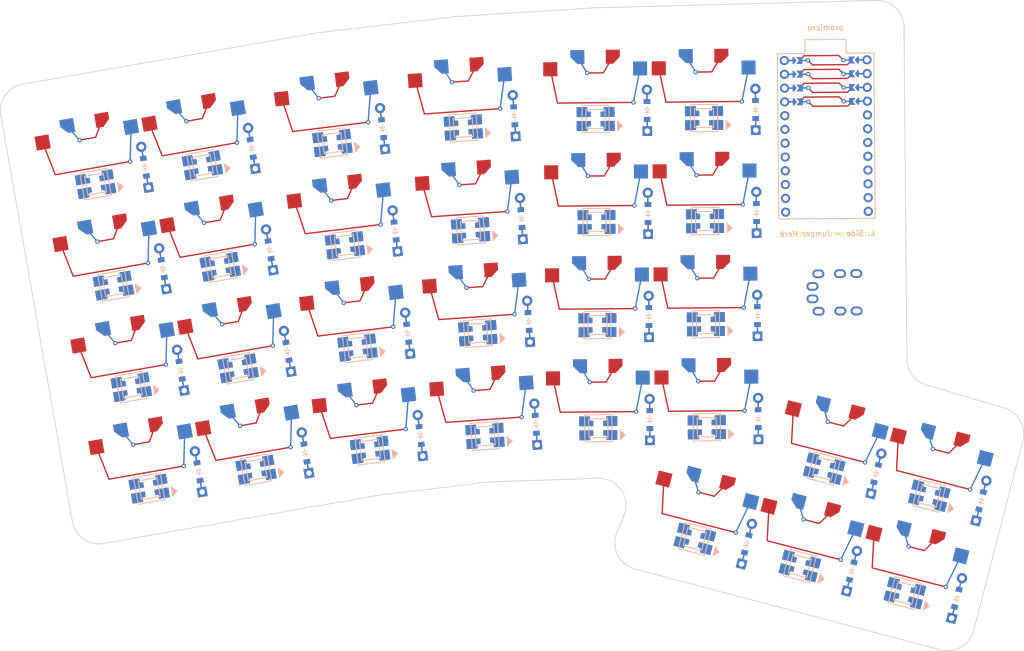
<source format=kicad_pcb>
(kicad_pcb (version 20171130) (host pcbnew 5.1.6)
  (title_block (title boardPcb) (rev v1.0.0) (company Unknown))
  (layers (0 F.Cu signal) (31 B.Cu signal) (34 B.Paste user) (35 F.Paste user) (36 B.SilkS user) (37 F.SilkS user) (38 B.Mask user) (39 F.Mask user) (44 Edge.Cuts user))
  (net 0 "")
  (net 1 "P2")
  (net 2 "pinky1_bottom")
  (net 3 "pinky1_middle")
  (net 4 "pinky1_top")
  (net 5 "pinky1_number")
  (net 6 "P3")
  (net 7 "pink2_bottom")
  (net 8 "pink2_middle")
  (net 9 "pink2_top")
  (net 10 "pink2_number")
  (net 11 "P4")
  (net 12 "ring_bottom")
  (net 13 "ring_middle")
  (net 14 "ring_top")
  (net 15 "ring_number")
  (net 16 "P5")
  (net 17 "middle_bottom")
  (net 18 "middle_middle")
  (net 19 "middle_top")
  (net 20 "middle_number")
  (net 21 "P6")
  (net 22 "pointer_bottom")
  (net 23 "pointer_middle")
  (net 24 "pointer_top")
  (net 25 "pointer_number")
  (net 26 "P15")
  (net 27 "pointer2_bottom")
  (net 28 "pointer2_middle")
  (net 29 "pointer2_top")
  (net 30 "pointer2_number")
  (net 31 "near_thumb")
  (net 32 "home_thumb")
  (net 33 "far_thumb")
  (net 34 "near2_thumb2")
  (net 35 "home2_thumb2")
  (net 36 "P18")
  (net 37 "P19")
  (net 38 "P20")
  (net 39 "P21")
  (net 40 "P1")
  (net 41 "P0")
  (net 42 "P7")
  (net 43 "P8")
  (net 44 "P9")
  (net 45 "P14")
  (net 46 "P16")
  (net 47 "P10")
  (net 48 "RAW")
  (net 49 "RST")
  (net 50 "VCC")
  (net 51 "GND")
  (net 52 "_1_0")
  (net 53 "_1_23")
  (net 54 "_1_1")
  (net 55 "_1_22")
  (net 56 "_1_2")
  (net 57 "_1_21")
  (net 58 "_1_3")
  (net 59 "_1_20")
  (module PG1350 (layer F.Cu) (at 133.0367627 178.6119251 10)
    (fp_text reference "S1" hide)
    (fp_text value "" hide)
    (pad "" np_thru_hole circle (at 0 0) (size 3.429 3.429) (drill 3.429) (layers *.Cu *.Mask))
    (pad "" np_thru_hole circle (at 5.5 0) (size 1.7018 1.7018) (drill 1.7018) (layers *.Cu *.Mask))
    (pad "" np_thru_hole circle (at -5.5 0) (size 1.7018 1.7018) (drill 1.7018) (layers *.Cu *.Mask))
    (pad "" np_thru_hole circle (at 5 -3.75) (size 3 3) (drill 3) (layers *.Cu *.Mask))
    (pad "" np_thru_hole circle (at 0 -5.95) (size 3 3) (drill 3) (layers *.Cu *.Mask))
    (pad 2 smd rect (at 8.275 -3.75 10) (size 2.6 2.6) (layers B.Cu B.Paste B.Mask) (net 2 "pinky1_bottom"))
    (pad 1 smd custom (at -3.275 -5.95 10) (size 0.2 0.2) (layers B.Cu B.Mask) (net 1 "P2") (options (clearance outline) (anchor rect)) (primitives (gr_poly (pts (xy 1.3 1.3) (xy 1.3 -1.3) (xy -1.3 -1.3) (xy -1.3 0) (xy 0 1.3)) (width 0) (fill yes))))
    (pad "" np_thru_hole circle (at -5 -3.75) (size 3 3) (drill 3) (layers *.Cu *.Mask))
    (pad 2 smd rect (at -8.275 -3.75 10) (size 2.6 2.6) (layers F.Cu F.Paste F.Mask) (net 2 "pinky1_bottom"))
    (pad 1 smd custom (at 3.275 -5.95 10) (size 0.2 0.2) (layers F.Cu F.Mask) (net 1 "P2") (options (clearance outline) (anchor rect)) (primitives (gr_poly (pts (xy 1.3 0) (xy 1.3 -1.3) (xy -1.3 -1.3) (xy -1.3 1.3) (xy 0 1.3)) (width 0) (fill yes))))
    (pad 2 thru_hole circle (at -1.5 -3) (size 0.8 0.8) (drill 0.4) (layers *.Cu *.Mask) (net 1 "P2"))
    (pad 2 thru_hole circle (at 7 2.5) (size 0.8 0.8) (drill 0.4) (layers *.Cu *.Mask) (net 2 "pinky1_bottom"))
  )
  (segment (start 135.23 172.18) (end 133.99 175.40) (width 0.25) (layer "F.Cu"))
  (segment (start 128.78 173.32) (end 131.04 175.92) (width 0.25) (layer "B.Cu"))
  (segment (start 133.99 175.40) (end 131.04 175.92) (width 0.25) (layer "F.Cu"))
  (segment (start 140.53 173.48) (end 140.36 179.86) (width 0.25) (layer "B.Cu"))
  (segment (start 124.24 176.36) (end 126.58 182.29) (width 0.25) (layer "F.Cu"))
  (segment (start 140.36 179.86) (end 126.58 182.29) (width 0.25) (layer "F.Cu"))
  (module PG1350 (layer F.Cu) (at 129.7374473 159.9005778 10)
    (fp_text reference "S2" hide)
    (fp_text value "" hide)
    (pad "" np_thru_hole circle (at 0 0) (size 3.429 3.429) (drill 3.429) (layers *.Cu *.Mask))
    (pad "" np_thru_hole circle (at 5.5 0) (size 1.7018 1.7018) (drill 1.7018) (layers *.Cu *.Mask))
    (pad "" np_thru_hole circle (at -5.5 0) (size 1.7018 1.7018) (drill 1.7018) (layers *.Cu *.Mask))
    (pad "" np_thru_hole circle (at 5 -3.75) (size 3 3) (drill 3) (layers *.Cu *.Mask))
    (pad "" np_thru_hole circle (at 0 -5.95) (size 3 3) (drill 3) (layers *.Cu *.Mask))
    (pad 2 smd rect (at 8.275 -3.75 10) (size 2.6 2.6) (layers B.Cu B.Paste B.Mask) (net 3 "pinky1_middle"))
    (pad 1 smd custom (at -3.275 -5.95 10) (size 0.2 0.2) (layers B.Cu B.Mask) (net 1 "P2") (options (clearance outline) (anchor rect)) (primitives (gr_poly (pts (xy 1.3 1.3) (xy 1.3 -1.3) (xy -1.3 -1.3) (xy -1.3 0) (xy 0 1.3)) (width 0) (fill yes))))
    (pad "" np_thru_hole circle (at -5 -3.75) (size 3 3) (drill 3) (layers *.Cu *.Mask))
    (pad 2 smd rect (at -8.275 -3.75 10) (size 2.6 2.6) (layers F.Cu F.Paste F.Mask) (net 3 "pinky1_middle"))
    (pad 1 smd custom (at 3.275 -5.95 10) (size 0.2 0.2) (layers F.Cu F.Mask) (net 1 "P2") (options (clearance outline) (anchor rect)) (primitives (gr_poly (pts (xy 1.3 0) (xy 1.3 -1.3) (xy -1.3 -1.3) (xy -1.3 1.3) (xy 0 1.3)) (width 0) (fill yes))))
    (pad 2 thru_hole circle (at -1.5 -3) (size 0.8 0.8) (drill 0.4) (layers *.Cu *.Mask) (net 1 "P2"))
    (pad 2 thru_hole circle (at 7 2.5) (size 0.8 0.8) (drill 0.4) (layers *.Cu *.Mask) (net 3 "pinky1_middle"))
  )
  (segment (start 131.93 153.47) (end 130.69 156.69) (width 0.25) (layer "F.Cu"))
  (segment (start 125.48 154.61) (end 127.74 157.21) (width 0.25) (layer "B.Cu"))
  (segment (start 130.69 156.69) (end 127.74 157.21) (width 0.25) (layer "F.Cu"))
  (segment (start 137.24 154.77) (end 137.07 161.15) (width 0.25) (layer "B.Cu"))
  (segment (start 120.94 157.64) (end 123.28 163.58) (width 0.25) (layer "F.Cu"))
  (segment (start 137.07 161.15) (end 123.28 163.58) (width 0.25) (layer "F.Cu"))
  (module PG1350 (layer F.Cu) (at 126.4381319 141.1892305 10)
    (fp_text reference "S3" hide)
    (fp_text value "" hide)
    (pad "" np_thru_hole circle (at 0 0) (size 3.429 3.429) (drill 3.429) (layers *.Cu *.Mask))
    (pad "" np_thru_hole circle (at 5.5 0) (size 1.7018 1.7018) (drill 1.7018) (layers *.Cu *.Mask))
    (pad "" np_thru_hole circle (at -5.5 0) (size 1.7018 1.7018) (drill 1.7018) (layers *.Cu *.Mask))
    (pad "" np_thru_hole circle (at 5 -3.75) (size 3 3) (drill 3) (layers *.Cu *.Mask))
    (pad "" np_thru_hole circle (at 0 -5.95) (size 3 3) (drill 3) (layers *.Cu *.Mask))
    (pad 2 smd rect (at 8.275 -3.75 10) (size 2.6 2.6) (layers B.Cu B.Paste B.Mask) (net 4 "pinky1_top"))
    (pad 1 smd custom (at -3.275 -5.95 10) (size 0.2 0.2) (layers B.Cu B.Mask) (net 1 "P2") (options (clearance outline) (anchor rect)) (primitives (gr_poly (pts (xy 1.3 1.3) (xy 1.3 -1.3) (xy -1.3 -1.3) (xy -1.3 0) (xy 0 1.3)) (width 0) (fill yes))))
    (pad "" np_thru_hole circle (at -5 -3.75) (size 3 3) (drill 3) (layers *.Cu *.Mask))
    (pad 2 smd rect (at -8.275 -3.75 10) (size 2.6 2.6) (layers F.Cu F.Paste F.Mask) (net 4 "pinky1_top"))
    (pad 1 smd custom (at 3.275 -5.95 10) (size 0.2 0.2) (layers F.Cu F.Mask) (net 1 "P2") (options (clearance outline) (anchor rect)) (primitives (gr_poly (pts (xy 1.3 0) (xy 1.3 -1.3) (xy -1.3 -1.3) (xy -1.3 1.3) (xy 0 1.3)) (width 0) (fill yes))))
    (pad 2 thru_hole circle (at -1.5 -3) (size 0.8 0.8) (drill 0.4) (layers *.Cu *.Mask) (net 1 "P2"))
    (pad 2 thru_hole circle (at 7 2.5) (size 0.8 0.8) (drill 0.4) (layers *.Cu *.Mask) (net 4 "pinky1_top"))
  )
  (segment (start 128.63 134.76) (end 127.39 137.97) (width 0.25) (layer "F.Cu"))
  (segment (start 122.18 135.90) (end 124.44 138.50) (width 0.25) (layer "B.Cu"))
  (segment (start 127.39 137.97) (end 124.44 138.50) (width 0.25) (layer "F.Cu"))
  (segment (start 133.94 136.06) (end 133.77 142.44) (width 0.25) (layer "B.Cu"))
  (segment (start 117.64 138.93) (end 119.98 144.87) (width 0.25) (layer "F.Cu"))
  (segment (start 133.77 142.44) (end 119.98 144.87) (width 0.25) (layer "F.Cu"))
  (module PG1350 (layer F.Cu) (at 123.1388165 122.4778832 10)
    (fp_text reference "S4" hide)
    (fp_text value "" hide)
    (pad "" np_thru_hole circle (at 0 0) (size 3.429 3.429) (drill 3.429) (layers *.Cu *.Mask))
    (pad "" np_thru_hole circle (at 5.5 0) (size 1.7018 1.7018) (drill 1.7018) (layers *.Cu *.Mask))
    (pad "" np_thru_hole circle (at -5.5 0) (size 1.7018 1.7018) (drill 1.7018) (layers *.Cu *.Mask))
    (pad "" np_thru_hole circle (at 5 -3.75) (size 3 3) (drill 3) (layers *.Cu *.Mask))
    (pad "" np_thru_hole circle (at 0 -5.95) (size 3 3) (drill 3) (layers *.Cu *.Mask))
    (pad 2 smd rect (at 8.275 -3.75 10) (size 2.6 2.6) (layers B.Cu B.Paste B.Mask) (net 5 "pinky1_number"))
    (pad 1 smd custom (at -3.275 -5.95 10) (size 0.2 0.2) (layers B.Cu B.Mask) (net 1 "P2") (options (clearance outline) (anchor rect)) (primitives (gr_poly (pts (xy 1.3 1.3) (xy 1.3 -1.3) (xy -1.3 -1.3) (xy -1.3 0) (xy 0 1.3)) (width 0) (fill yes))))
    (pad "" np_thru_hole circle (at -5 -3.75) (size 3 3) (drill 3) (layers *.Cu *.Mask))
    (pad 2 smd rect (at -8.275 -3.75 10) (size 2.6 2.6) (layers F.Cu F.Paste F.Mask) (net 5 "pinky1_number"))
    (pad 1 smd custom (at 3.275 -5.95 10) (size 0.2 0.2) (layers F.Cu F.Mask) (net 1 "P2") (options (clearance outline) (anchor rect)) (primitives (gr_poly (pts (xy 1.3 0) (xy 1.3 -1.3) (xy -1.3 -1.3) (xy -1.3 1.3) (xy 0 1.3)) (width 0) (fill yes))))
    (pad 2 thru_hole circle (at -1.5 -3) (size 0.8 0.8) (drill 0.4) (layers *.Cu *.Mask) (net 1 "P2"))
    (pad 2 thru_hole circle (at 7 2.5) (size 0.8 0.8) (drill 0.4) (layers *.Cu *.Mask) (net 5 "pinky1_number"))
  )
  (segment (start 125.33 116.05) (end 124.10 119.26) (width 0.25) (layer "F.Cu"))
  (segment (start 118.88 117.19) (end 121.14 119.78) (width 0.25) (layer "B.Cu"))
  (segment (start 124.10 119.26) (end 121.14 119.78) (width 0.25) (layer "F.Cu"))
  (segment (start 130.64 117.35) (end 130.47 123.72) (width 0.25) (layer "B.Cu"))
  (segment (start 114.34 120.22) (end 116.68 126.16) (width 0.25) (layer "F.Cu"))
  (segment (start 130.47 123.72) (end 116.68 126.16) (width 0.25) (layer "F.Cu"))
  (module PG1350 (layer F.Cu) (at 152.7329177 175.1389615 10)
    (fp_text reference "S5" hide)
    (fp_text value "" hide)
    (pad "" np_thru_hole circle (at 0 0) (size 3.429 3.429) (drill 3.429) (layers *.Cu *.Mask))
    (pad "" np_thru_hole circle (at 5.5 0) (size 1.7018 1.7018) (drill 1.7018) (layers *.Cu *.Mask))
    (pad "" np_thru_hole circle (at -5.5 0) (size 1.7018 1.7018) (drill 1.7018) (layers *.Cu *.Mask))
    (pad "" np_thru_hole circle (at 5 -3.75) (size 3 3) (drill 3) (layers *.Cu *.Mask))
    (pad "" np_thru_hole circle (at 0 -5.95) (size 3 3) (drill 3) (layers *.Cu *.Mask))
    (pad 2 smd rect (at 8.275 -3.75 10) (size 2.6 2.6) (layers B.Cu B.Paste B.Mask) (net 7 "pink2_bottom"))
    (pad 1 smd custom (at -3.275 -5.95 10) (size 0.2 0.2) (layers B.Cu B.Mask) (net 6 "P3") (options (clearance outline) (anchor rect)) (primitives (gr_poly (pts (xy 1.3 1.3) (xy 1.3 -1.3) (xy -1.3 -1.3) (xy -1.3 0) (xy 0 1.3)) (width 0) (fill yes))))
    (pad "" np_thru_hole circle (at -5 -3.75) (size 3 3) (drill 3) (layers *.Cu *.Mask))
    (pad 2 smd rect (at -8.275 -3.75 10) (size 2.6 2.6) (layers F.Cu F.Paste F.Mask) (net 7 "pink2_bottom"))
    (pad 1 smd custom (at 3.275 -5.95 10) (size 0.2 0.2) (layers F.Cu F.Mask) (net 6 "P3") (options (clearance outline) (anchor rect)) (primitives (gr_poly (pts (xy 1.3 0) (xy 1.3 -1.3) (xy -1.3 -1.3) (xy -1.3 1.3) (xy 0 1.3)) (width 0) (fill yes))))
    (pad 2 thru_hole circle (at -1.5 -3) (size 0.8 0.8) (drill 0.4) (layers *.Cu *.Mask) (net 6 "P3"))
    (pad 2 thru_hole circle (at 7 2.5) (size 0.8 0.8) (drill 0.4) (layers *.Cu *.Mask) (net 7 "pink2_bottom"))
  )
  (segment (start 154.92 168.71) (end 153.69 171.92) (width 0.25) (layer "F.Cu"))
  (segment (start 148.47 169.85) (end 150.73 172.45) (width 0.25) (layer "B.Cu"))
  (segment (start 153.69 171.92) (end 150.73 172.45) (width 0.25) (layer "F.Cu"))
  (segment (start 160.23 170.01) (end 160.06 176.39) (width 0.25) (layer "B.Cu"))
  (segment (start 143.93 172.88) (end 146.27 178.82) (width 0.25) (layer "F.Cu"))
  (segment (start 160.06 176.39) (end 146.27 178.82) (width 0.25) (layer "F.Cu"))
  (module PG1350 (layer F.Cu) (at 149.4336023 156.4276142 10)
    (fp_text reference "S6" hide)
    (fp_text value "" hide)
    (pad "" np_thru_hole circle (at 0 0) (size 3.429 3.429) (drill 3.429) (layers *.Cu *.Mask))
    (pad "" np_thru_hole circle (at 5.5 0) (size 1.7018 1.7018) (drill 1.7018) (layers *.Cu *.Mask))
    (pad "" np_thru_hole circle (at -5.5 0) (size 1.7018 1.7018) (drill 1.7018) (layers *.Cu *.Mask))
    (pad "" np_thru_hole circle (at 5 -3.75) (size 3 3) (drill 3) (layers *.Cu *.Mask))
    (pad "" np_thru_hole circle (at 0 -5.95) (size 3 3) (drill 3) (layers *.Cu *.Mask))
    (pad 2 smd rect (at 8.275 -3.75 10) (size 2.6 2.6) (layers B.Cu B.Paste B.Mask) (net 8 "pink2_middle"))
    (pad 1 smd custom (at -3.275 -5.95 10) (size 0.2 0.2) (layers B.Cu B.Mask) (net 6 "P3") (options (clearance outline) (anchor rect)) (primitives (gr_poly (pts (xy 1.3 1.3) (xy 1.3 -1.3) (xy -1.3 -1.3) (xy -1.3 0) (xy 0 1.3)) (width 0) (fill yes))))
    (pad "" np_thru_hole circle (at -5 -3.75) (size 3 3) (drill 3) (layers *.Cu *.Mask))
    (pad 2 smd rect (at -8.275 -3.75 10) (size 2.6 2.6) (layers F.Cu F.Paste F.Mask) (net 8 "pink2_middle"))
    (pad 1 smd custom (at 3.275 -5.95 10) (size 0.2 0.2) (layers F.Cu F.Mask) (net 6 "P3") (options (clearance outline) (anchor rect)) (primitives (gr_poly (pts (xy 1.3 0) (xy 1.3 -1.3) (xy -1.3 -1.3) (xy -1.3 1.3) (xy 0 1.3)) (width 0) (fill yes))))
    (pad 2 thru_hole circle (at -1.5 -3) (size 0.8 0.8) (drill 0.4) (layers *.Cu *.Mask) (net 6 "P3"))
    (pad 2 thru_hole circle (at 7 2.5) (size 0.8 0.8) (drill 0.4) (layers *.Cu *.Mask) (net 8 "pink2_middle"))
  )
  (segment (start 151.63 150.00) (end 150.39 153.21) (width 0.25) (layer "F.Cu"))
  (segment (start 145.18 151.14) (end 147.44 153.73) (width 0.25) (layer "B.Cu"))
  (segment (start 150.39 153.21) (end 147.44 153.73) (width 0.25) (layer "F.Cu"))
  (segment (start 156.93 151.30) (end 156.76 157.67) (width 0.25) (layer "B.Cu"))
  (segment (start 140.63 154.17) (end 142.97 160.11) (width 0.25) (layer "F.Cu"))
  (segment (start 156.76 157.67) (end 142.97 160.11) (width 0.25) (layer "F.Cu"))
  (module PG1350 (layer F.Cu) (at 146.134287 137.7162669 10)
    (fp_text reference "S7" hide)
    (fp_text value "" hide)
    (pad "" np_thru_hole circle (at 0 0) (size 3.429 3.429) (drill 3.429) (layers *.Cu *.Mask))
    (pad "" np_thru_hole circle (at 5.5 0) (size 1.7018 1.7018) (drill 1.7018) (layers *.Cu *.Mask))
    (pad "" np_thru_hole circle (at -5.5 0) (size 1.7018 1.7018) (drill 1.7018) (layers *.Cu *.Mask))
    (pad "" np_thru_hole circle (at 5 -3.75) (size 3 3) (drill 3) (layers *.Cu *.Mask))
    (pad "" np_thru_hole circle (at 0 -5.95) (size 3 3) (drill 3) (layers *.Cu *.Mask))
    (pad 2 smd rect (at 8.275 -3.75 10) (size 2.6 2.6) (layers B.Cu B.Paste B.Mask) (net 9 "pink2_top"))
    (pad 1 smd custom (at -3.275 -5.95 10) (size 0.2 0.2) (layers B.Cu B.Mask) (net 6 "P3") (options (clearance outline) (anchor rect)) (primitives (gr_poly (pts (xy 1.3 1.3) (xy 1.3 -1.3) (xy -1.3 -1.3) (xy -1.3 0) (xy 0 1.3)) (width 0) (fill yes))))
    (pad "" np_thru_hole circle (at -5 -3.75) (size 3 3) (drill 3) (layers *.Cu *.Mask))
    (pad 2 smd rect (at -8.275 -3.75 10) (size 2.6 2.6) (layers F.Cu F.Paste F.Mask) (net 9 "pink2_top"))
    (pad 1 smd custom (at 3.275 -5.95 10) (size 0.2 0.2) (layers F.Cu F.Mask) (net 6 "P3") (options (clearance outline) (anchor rect)) (primitives (gr_poly (pts (xy 1.3 0) (xy 1.3 -1.3) (xy -1.3 -1.3) (xy -1.3 1.3) (xy 0 1.3)) (width 0) (fill yes))))
    (pad 2 thru_hole circle (at -1.5 -3) (size 0.8 0.8) (drill 0.4) (layers *.Cu *.Mask) (net 6 "P3"))
    (pad 2 thru_hole circle (at 7 2.5) (size 0.8 0.8) (drill 0.4) (layers *.Cu *.Mask) (net 9 "pink2_top"))
  )
  (segment (start 148.33 131.29) (end 147.09 134.50) (width 0.25) (layer "F.Cu"))
  (segment (start 141.88 132.43) (end 144.14 135.02) (width 0.25) (layer "B.Cu"))
  (segment (start 147.09 134.50) (end 144.14 135.02) (width 0.25) (layer "F.Cu"))
  (segment (start 153.63 132.59) (end 153.46 138.96) (width 0.25) (layer "B.Cu"))
  (segment (start 137.33 135.46) (end 139.67 141.39) (width 0.25) (layer "F.Cu"))
  (segment (start 153.46 138.96) (end 139.67 141.39) (width 0.25) (layer "F.Cu"))
  (module PG1350 (layer F.Cu) (at 142.8349716 119.0049196 10)
    (fp_text reference "S8" hide)
    (fp_text value "" hide)
    (pad "" np_thru_hole circle (at 0 0) (size 3.429 3.429) (drill 3.429) (layers *.Cu *.Mask))
    (pad "" np_thru_hole circle (at 5.5 0) (size 1.7018 1.7018) (drill 1.7018) (layers *.Cu *.Mask))
    (pad "" np_thru_hole circle (at -5.5 0) (size 1.7018 1.7018) (drill 1.7018) (layers *.Cu *.Mask))
    (pad "" np_thru_hole circle (at 5 -3.75) (size 3 3) (drill 3) (layers *.Cu *.Mask))
    (pad "" np_thru_hole circle (at 0 -5.95) (size 3 3) (drill 3) (layers *.Cu *.Mask))
    (pad 2 smd rect (at 8.275 -3.75 10) (size 2.6 2.6) (layers B.Cu B.Paste B.Mask) (net 10 "pink2_number"))
    (pad 1 smd custom (at -3.275 -5.95 10) (size 0.2 0.2) (layers B.Cu B.Mask) (net 6 "P3") (options (clearance outline) (anchor rect)) (primitives (gr_poly (pts (xy 1.3 1.3) (xy 1.3 -1.3) (xy -1.3 -1.3) (xy -1.3 0) (xy 0 1.3)) (width 0) (fill yes))))
    (pad "" np_thru_hole circle (at -5 -3.75) (size 3 3) (drill 3) (layers *.Cu *.Mask))
    (pad 2 smd rect (at -8.275 -3.75 10) (size 2.6 2.6) (layers F.Cu F.Paste F.Mask) (net 10 "pink2_number"))
    (pad 1 smd custom (at 3.275 -5.95 10) (size 0.2 0.2) (layers F.Cu F.Mask) (net 6 "P3") (options (clearance outline) (anchor rect)) (primitives (gr_poly (pts (xy 1.3 0) (xy 1.3 -1.3) (xy -1.3 -1.3) (xy -1.3 1.3) (xy 0 1.3)) (width 0) (fill yes))))
    (pad 2 thru_hole circle (at -1.5 -3) (size 0.8 0.8) (drill 0.4) (layers *.Cu *.Mask) (net 6 "P3"))
    (pad 2 thru_hole circle (at 7 2.5) (size 0.8 0.8) (drill 0.4) (layers *.Cu *.Mask) (net 10 "pink2_number"))
  )
  (segment (start 145.03 112.58) (end 143.79 115.79) (width 0.25) (layer "F.Cu"))
  (segment (start 138.58 113.71) (end 140.84 116.31) (width 0.25) (layer "B.Cu"))
  (segment (start 143.79 115.79) (end 140.84 116.31) (width 0.25) (layer "F.Cu"))
  (segment (start 150.33 113.87) (end 150.16 120.25) (width 0.25) (layer "B.Cu"))
  (segment (start 134.03 116.75) (end 136.38 122.68) (width 0.25) (layer "F.Cu"))
  (segment (start 150.16 120.25) (end 136.38 122.68) (width 0.25) (layer "F.Cu"))
  (module PG1350 (layer F.Cu) (at 174.0342167 171.4261077 7)
    (fp_text reference "S9" hide)
    (fp_text value "" hide)
    (pad "" np_thru_hole circle (at 0 0) (size 3.429 3.429) (drill 3.429) (layers *.Cu *.Mask))
    (pad "" np_thru_hole circle (at 5.5 0) (size 1.7018 1.7018) (drill 1.7018) (layers *.Cu *.Mask))
    (pad "" np_thru_hole circle (at -5.5 0) (size 1.7018 1.7018) (drill 1.7018) (layers *.Cu *.Mask))
    (pad "" np_thru_hole circle (at 5 -3.75) (size 3 3) (drill 3) (layers *.Cu *.Mask))
    (pad "" np_thru_hole circle (at 0 -5.95) (size 3 3) (drill 3) (layers *.Cu *.Mask))
    (pad 2 smd rect (at 8.275 -3.75 7) (size 2.6 2.6) (layers B.Cu B.Paste B.Mask) (net 12 "ring_bottom"))
    (pad 1 smd custom (at -3.275 -5.95 7) (size 0.2 0.2) (layers B.Cu B.Mask) (net 11 "P4") (options (clearance outline) (anchor rect)) (primitives (gr_poly (pts (xy 1.3 1.3) (xy 1.3 -1.3) (xy -1.3 -1.3) (xy -1.3 0) (xy 0 1.3)) (width 0) (fill yes))))
    (pad "" np_thru_hole circle (at -5 -3.75) (size 3 3) (drill 3) (layers *.Cu *.Mask))
    (pad 2 smd rect (at -8.275 -3.75 7) (size 2.6 2.6) (layers F.Cu F.Paste F.Mask) (net 12 "ring_bottom"))
    (pad 1 smd custom (at 3.275 -5.95 7) (size 0.2 0.2) (layers F.Cu F.Mask) (net 11 "P4") (options (clearance outline) (anchor rect)) (primitives (gr_poly (pts (xy 1.3 0) (xy 1.3 -1.3) (xy -1.3 -1.3) (xy -1.3 1.3) (xy 0 1.3)) (width 0) (fill yes))))
    (pad 2 thru_hole circle (at -1.5 -3) (size 0.8 0.8) (drill 0.4) (layers *.Cu *.Mask) (net 11 "P4"))
    (pad 2 thru_hole circle (at 7 2.5) (size 0.8 0.8) (drill 0.4) (layers *.Cu *.Mask) (net 12 "ring_bottom"))
  )
  (segment (start 176.56 165.12) (end 175.16 168.27) (width 0.25) (layer "F.Cu"))
  (segment (start 170.06 165.92) (end 172.18 168.63) (width 0.25) (layer "B.Cu"))
  (segment (start 175.16 168.27) (end 172.18 168.63) (width 0.25) (layer "F.Cu"))
  (segment (start 181.79 166.70) (end 181.29 173.05) (width 0.25) (layer "B.Cu"))
  (segment (start 165.36 168.71) (end 167.39 174.76) (width 0.25) (layer "F.Cu"))
  (segment (start 181.29 173.05) (end 167.39 174.76) (width 0.25) (layer "F.Cu"))
  (module PG1350 (layer F.Cu) (at 171.7186992 152.5677309 7)
    (fp_text reference "S10" hide)
    (fp_text value "" hide)
    (pad "" np_thru_hole circle (at 0 0) (size 3.429 3.429) (drill 3.429) (layers *.Cu *.Mask))
    (pad "" np_thru_hole circle (at 5.5 0) (size 1.7018 1.7018) (drill 1.7018) (layers *.Cu *.Mask))
    (pad "" np_thru_hole circle (at -5.5 0) (size 1.7018 1.7018) (drill 1.7018) (layers *.Cu *.Mask))
    (pad "" np_thru_hole circle (at 5 -3.75) (size 3 3) (drill 3) (layers *.Cu *.Mask))
    (pad "" np_thru_hole circle (at 0 -5.95) (size 3 3) (drill 3) (layers *.Cu *.Mask))
    (pad 2 smd rect (at 8.275 -3.75 7) (size 2.6 2.6) (layers B.Cu B.Paste B.Mask) (net 13 "ring_middle"))
    (pad 1 smd custom (at -3.275 -5.95 7) (size 0.2 0.2) (layers B.Cu B.Mask) (net 11 "P4") (options (clearance outline) (anchor rect)) (primitives (gr_poly (pts (xy 1.3 1.3) (xy 1.3 -1.3) (xy -1.3 -1.3) (xy -1.3 0) (xy 0 1.3)) (width 0) (fill yes))))
    (pad "" np_thru_hole circle (at -5 -3.75) (size 3 3) (drill 3) (layers *.Cu *.Mask))
    (pad 2 smd rect (at -8.275 -3.75 7) (size 2.6 2.6) (layers F.Cu F.Paste F.Mask) (net 13 "ring_middle"))
    (pad 1 smd custom (at 3.275 -5.95 7) (size 0.2 0.2) (layers F.Cu F.Mask) (net 11 "P4") (options (clearance outline) (anchor rect)) (primitives (gr_poly (pts (xy 1.3 0) (xy 1.3 -1.3) (xy -1.3 -1.3) (xy -1.3 1.3) (xy 0 1.3)) (width 0) (fill yes))))
    (pad 2 thru_hole circle (at -1.5 -3) (size 0.8 0.8) (drill 0.4) (layers *.Cu *.Mask) (net 11 "P4"))
    (pad 2 thru_hole circle (at 7 2.5) (size 0.8 0.8) (drill 0.4) (layers *.Cu *.Mask) (net 13 "ring_middle"))
  )
  (segment (start 174.24 146.26) (end 172.84 149.41) (width 0.25) (layer "F.Cu"))
  (segment (start 167.74 147.06) (end 169.86 149.77) (width 0.25) (layer "B.Cu"))
  (segment (start 172.84 149.41) (end 169.86 149.77) (width 0.25) (layer "F.Cu"))
  (segment (start 179.48 147.84) (end 178.97 154.20) (width 0.25) (layer "B.Cu"))
  (segment (start 163.05 149.85) (end 165.08 155.90) (width 0.25) (layer "F.Cu"))
  (segment (start 178.97 154.20) (end 165.08 155.90) (width 0.25) (layer "F.Cu"))
  (module PG1350 (layer F.Cu) (at 169.4031817 133.709354 7)
    (fp_text reference "S11" hide)
    (fp_text value "" hide)
    (pad "" np_thru_hole circle (at 0 0) (size 3.429 3.429) (drill 3.429) (layers *.Cu *.Mask))
    (pad "" np_thru_hole circle (at 5.5 0) (size 1.7018 1.7018) (drill 1.7018) (layers *.Cu *.Mask))
    (pad "" np_thru_hole circle (at -5.5 0) (size 1.7018 1.7018) (drill 1.7018) (layers *.Cu *.Mask))
    (pad "" np_thru_hole circle (at 5 -3.75) (size 3 3) (drill 3) (layers *.Cu *.Mask))
    (pad "" np_thru_hole circle (at 0 -5.95) (size 3 3) (drill 3) (layers *.Cu *.Mask))
    (pad 2 smd rect (at 8.275 -3.75 7) (size 2.6 2.6) (layers B.Cu B.Paste B.Mask) (net 14 "ring_top"))
    (pad 1 smd custom (at -3.275 -5.95 7) (size 0.2 0.2) (layers B.Cu B.Mask) (net 11 "P4") (options (clearance outline) (anchor rect)) (primitives (gr_poly (pts (xy 1.3 1.3) (xy 1.3 -1.3) (xy -1.3 -1.3) (xy -1.3 0) (xy 0 1.3)) (width 0) (fill yes))))
    (pad "" np_thru_hole circle (at -5 -3.75) (size 3 3) (drill 3) (layers *.Cu *.Mask))
    (pad 2 smd rect (at -8.275 -3.75 7) (size 2.6 2.6) (layers F.Cu F.Paste F.Mask) (net 14 "ring_top"))
    (pad 1 smd custom (at 3.275 -5.95 7) (size 0.2 0.2) (layers F.Cu F.Mask) (net 11 "P4") (options (clearance outline) (anchor rect)) (primitives (gr_poly (pts (xy 1.3 0) (xy 1.3 -1.3) (xy -1.3 -1.3) (xy -1.3 1.3) (xy 0 1.3)) (width 0) (fill yes))))
    (pad 2 thru_hole circle (at -1.5 -3) (size 0.8 0.8) (drill 0.4) (layers *.Cu *.Mask) (net 11 "P4"))
    (pad 2 thru_hole circle (at 7 2.5) (size 0.8 0.8) (drill 0.4) (layers *.Cu *.Mask) (net 14 "ring_top"))
  )
  (segment (start 171.93 127.40) (end 170.53 130.55) (width 0.25) (layer "F.Cu"))
  (segment (start 165.43 128.20) (end 167.55 130.91) (width 0.25) (layer "B.Cu"))
  (segment (start 170.53 130.55) (end 167.55 130.91) (width 0.25) (layer "F.Cu"))
  (segment (start 177.16 128.98) (end 176.66 135.34) (width 0.25) (layer "B.Cu"))
  (segment (start 160.73 131.00) (end 162.76 137.04) (width 0.25) (layer "F.Cu"))
  (segment (start 176.66 135.34) (end 162.76 137.04) (width 0.25) (layer "F.Cu"))
  (module PG1350 (layer F.Cu) (at 167.0876643 114.8509772 7)
    (fp_text reference "S12" hide)
    (fp_text value "" hide)
    (pad "" np_thru_hole circle (at 0 0) (size 3.429 3.429) (drill 3.429) (layers *.Cu *.Mask))
    (pad "" np_thru_hole circle (at 5.5 0) (size 1.7018 1.7018) (drill 1.7018) (layers *.Cu *.Mask))
    (pad "" np_thru_hole circle (at -5.5 0) (size 1.7018 1.7018) (drill 1.7018) (layers *.Cu *.Mask))
    (pad "" np_thru_hole circle (at 5 -3.75) (size 3 3) (drill 3) (layers *.Cu *.Mask))
    (pad "" np_thru_hole circle (at 0 -5.95) (size 3 3) (drill 3) (layers *.Cu *.Mask))
    (pad 2 smd rect (at 8.275 -3.75 7) (size 2.6 2.6) (layers B.Cu B.Paste B.Mask) (net 15 "ring_number"))
    (pad 1 smd custom (at -3.275 -5.95 7) (size 0.2 0.2) (layers B.Cu B.Mask) (net 11 "P4") (options (clearance outline) (anchor rect)) (primitives (gr_poly (pts (xy 1.3 1.3) (xy 1.3 -1.3) (xy -1.3 -1.3) (xy -1.3 0) (xy 0 1.3)) (width 0) (fill yes))))
    (pad "" np_thru_hole circle (at -5 -3.75) (size 3 3) (drill 3) (layers *.Cu *.Mask))
    (pad 2 smd rect (at -8.275 -3.75 7) (size 2.6 2.6) (layers F.Cu F.Paste F.Mask) (net 15 "ring_number"))
    (pad 1 smd custom (at 3.275 -5.95 7) (size 0.2 0.2) (layers F.Cu F.Mask) (net 11 "P4") (options (clearance outline) (anchor rect)) (primitives (gr_poly (pts (xy 1.3 0) (xy 1.3 -1.3) (xy -1.3 -1.3) (xy -1.3 1.3) (xy 0 1.3)) (width 0) (fill yes))))
    (pad 2 thru_hole circle (at -1.5 -3) (size 0.8 0.8) (drill 0.4) (layers *.Cu *.Mask) (net 11 "P4"))
    (pad 2 thru_hole circle (at 7 2.5) (size 0.8 0.8) (drill 0.4) (layers *.Cu *.Mask) (net 15 "ring_number"))
  )
  (segment (start 169.61 108.55) (end 168.21 111.69) (width 0.25) (layer "F.Cu"))
  (segment (start 163.11 109.34) (end 165.23 112.06) (width 0.25) (layer "B.Cu"))
  (segment (start 168.21 111.69) (end 165.23 112.06) (width 0.25) (layer "F.Cu"))
  (segment (start 174.84 110.12) (end 174.34 116.48) (width 0.25) (layer "B.Cu"))
  (segment (start 158.42 112.14) (end 160.44 118.19) (width 0.25) (layer "F.Cu"))
  (segment (start 174.34 116.48) (end 160.44 118.19) (width 0.25) (layer "F.Cu"))
  (module PG1350 (layer F.Cu) (at 195.5006387 168.8331659 4)
    (fp_text reference "S13" hide)
    (fp_text value "" hide)
    (pad "" np_thru_hole circle (at 0 0) (size 3.429 3.429) (drill 3.429) (layers *.Cu *.Mask))
    (pad "" np_thru_hole circle (at 5.5 0) (size 1.7018 1.7018) (drill 1.7018) (layers *.Cu *.Mask))
    (pad "" np_thru_hole circle (at -5.5 0) (size 1.7018 1.7018) (drill 1.7018) (layers *.Cu *.Mask))
    (pad "" np_thru_hole circle (at 5 -3.75) (size 3 3) (drill 3) (layers *.Cu *.Mask))
    (pad "" np_thru_hole circle (at 0 -5.95) (size 3 3) (drill 3) (layers *.Cu *.Mask))
    (pad 2 smd rect (at 8.275 -3.75 4) (size 2.6 2.6) (layers B.Cu B.Paste B.Mask) (net 17 "middle_bottom"))
    (pad 1 smd custom (at -3.275 -5.95 4) (size 0.2 0.2) (layers B.Cu B.Mask) (net 16 "P5") (options (clearance outline) (anchor rect)) (primitives (gr_poly (pts (xy 1.3 1.3) (xy 1.3 -1.3) (xy -1.3 -1.3) (xy -1.3 0) (xy 0 1.3)) (width 0) (fill yes))))
    (pad "" np_thru_hole circle (at -5 -3.75) (size 3 3) (drill 3) (layers *.Cu *.Mask))
    (pad 2 smd rect (at -8.275 -3.75 4) (size 2.6 2.6) (layers F.Cu F.Paste F.Mask) (net 17 "middle_bottom"))
    (pad 1 smd custom (at 3.275 -5.95 4) (size 0.2 0.2) (layers F.Cu F.Mask) (net 16 "P5") (options (clearance outline) (anchor rect)) (primitives (gr_poly (pts (xy 1.3 0) (xy 1.3 -1.3) (xy -1.3 -1.3) (xy -1.3 1.3) (xy 0 1.3)) (width 0) (fill yes))))
    (pad 2 thru_hole circle (at -1.5 -3) (size 0.8 0.8) (drill 0.4) (layers *.Cu *.Mask) (net 16 "P5"))
    (pad 2 thru_hole circle (at 7 2.5) (size 0.8 0.8) (drill 0.4) (layers *.Cu *.Mask) (net 17 "middle_bottom"))
  )
  (segment (start 198.35 162.67) (end 196.79 165.74) (width 0.25) (layer "F.Cu"))
  (segment (start 191.82 163.13) (end 193.80 165.95) (width 0.25) (layer "B.Cu"))
  (segment (start 196.79 165.74) (end 193.80 165.95) (width 0.25) (layer "F.Cu"))
  (segment (start 203.49 164.52) (end 202.66 170.84) (width 0.25) (layer "B.Cu"))
  (segment (start 186.98 165.67) (end 188.69 171.82) (width 0.25) (layer "F.Cu"))
  (segment (start 202.66 170.84) (end 188.69 171.82) (width 0.25) (layer "F.Cu"))
  (module PG1350 (layer F.Cu) (at 194.1752657 149.879449 4)
    (fp_text reference "S14" hide)
    (fp_text value "" hide)
    (pad "" np_thru_hole circle (at 0 0) (size 3.429 3.429) (drill 3.429) (layers *.Cu *.Mask))
    (pad "" np_thru_hole circle (at 5.5 0) (size 1.7018 1.7018) (drill 1.7018) (layers *.Cu *.Mask))
    (pad "" np_thru_hole circle (at -5.5 0) (size 1.7018 1.7018) (drill 1.7018) (layers *.Cu *.Mask))
    (pad "" np_thru_hole circle (at 5 -3.75) (size 3 3) (drill 3) (layers *.Cu *.Mask))
    (pad "" np_thru_hole circle (at 0 -5.95) (size 3 3) (drill 3) (layers *.Cu *.Mask))
    (pad 2 smd rect (at 8.275 -3.75 4) (size 2.6 2.6) (layers B.Cu B.Paste B.Mask) (net 18 "middle_middle"))
    (pad 1 smd custom (at -3.275 -5.95 4) (size 0.2 0.2) (layers B.Cu B.Mask) (net 16 "P5") (options (clearance outline) (anchor rect)) (primitives (gr_poly (pts (xy 1.3 1.3) (xy 1.3 -1.3) (xy -1.3 -1.3) (xy -1.3 0) (xy 0 1.3)) (width 0) (fill yes))))
    (pad "" np_thru_hole circle (at -5 -3.75) (size 3 3) (drill 3) (layers *.Cu *.Mask))
    (pad 2 smd rect (at -8.275 -3.75 4) (size 2.6 2.6) (layers F.Cu F.Paste F.Mask) (net 18 "middle_middle"))
    (pad 1 smd custom (at 3.275 -5.95 4) (size 0.2 0.2) (layers F.Cu F.Mask) (net 16 "P5") (options (clearance outline) (anchor rect)) (primitives (gr_poly (pts (xy 1.3 0) (xy 1.3 -1.3) (xy -1.3 -1.3) (xy -1.3 1.3) (xy 0 1.3)) (width 0) (fill yes))))
    (pad 2 thru_hole circle (at -1.5 -3) (size 0.8 0.8) (drill 0.4) (layers *.Cu *.Mask) (net 16 "P5"))
    (pad 2 thru_hole circle (at 7 2.5) (size 0.8 0.8) (drill 0.4) (layers *.Cu *.Mask) (net 18 "middle_middle"))
  )
  (segment (start 197.03 143.72) (end 195.46 146.78) (width 0.25) (layer "F.Cu"))
  (segment (start 190.49 144.17) (end 192.47 146.99) (width 0.25) (layer "B.Cu"))
  (segment (start 195.46 146.78) (end 192.47 146.99) (width 0.25) (layer "F.Cu"))
  (segment (start 202.17 145.56) (end 201.33 151.89) (width 0.25) (layer "B.Cu"))
  (segment (start 185.66 146.72) (end 187.37 152.86) (width 0.25) (layer "F.Cu"))
  (segment (start 201.33 151.89) (end 187.37 152.86) (width 0.25) (layer "F.Cu"))
  (module PG1350 (layer F.Cu) (at 192.8498927 130.925732 4)
    (fp_text reference "S15" hide)
    (fp_text value "" hide)
    (pad "" np_thru_hole circle (at 0 0) (size 3.429 3.429) (drill 3.429) (layers *.Cu *.Mask))
    (pad "" np_thru_hole circle (at 5.5 0) (size 1.7018 1.7018) (drill 1.7018) (layers *.Cu *.Mask))
    (pad "" np_thru_hole circle (at -5.5 0) (size 1.7018 1.7018) (drill 1.7018) (layers *.Cu *.Mask))
    (pad "" np_thru_hole circle (at 5 -3.75) (size 3 3) (drill 3) (layers *.Cu *.Mask))
    (pad "" np_thru_hole circle (at 0 -5.95) (size 3 3) (drill 3) (layers *.Cu *.Mask))
    (pad 2 smd rect (at 8.275 -3.75 4) (size 2.6 2.6) (layers B.Cu B.Paste B.Mask) (net 19 "middle_top"))
    (pad 1 smd custom (at -3.275 -5.95 4) (size 0.2 0.2) (layers B.Cu B.Mask) (net 16 "P5") (options (clearance outline) (anchor rect)) (primitives (gr_poly (pts (xy 1.3 1.3) (xy 1.3 -1.3) (xy -1.3 -1.3) (xy -1.3 0) (xy 0 1.3)) (width 0) (fill yes))))
    (pad "" np_thru_hole circle (at -5 -3.75) (size 3 3) (drill 3) (layers *.Cu *.Mask))
    (pad 2 smd rect (at -8.275 -3.75 4) (size 2.6 2.6) (layers F.Cu F.Paste F.Mask) (net 19 "middle_top"))
    (pad 1 smd custom (at 3.275 -5.95 4) (size 0.2 0.2) (layers F.Cu F.Mask) (net 16 "P5") (options (clearance outline) (anchor rect)) (primitives (gr_poly (pts (xy 1.3 0) (xy 1.3 -1.3) (xy -1.3 -1.3) (xy -1.3 1.3) (xy 0 1.3)) (width 0) (fill yes))))
    (pad 2 thru_hole circle (at -1.5 -3) (size 0.8 0.8) (drill 0.4) (layers *.Cu *.Mask) (net 16 "P5"))
    (pad 2 thru_hole circle (at 7 2.5) (size 0.8 0.8) (drill 0.4) (layers *.Cu *.Mask) (net 19 "middle_top"))
  )
  (segment (start 195.70 124.76) (end 194.14 127.83) (width 0.25) (layer "F.Cu"))
  (segment (start 189.17 125.22) (end 191.14 128.04) (width 0.25) (layer "B.Cu"))
  (segment (start 194.14 127.83) (end 191.14 128.04) (width 0.25) (layer "F.Cu"))
  (segment (start 200.84 126.61) (end 200.01 132.93) (width 0.25) (layer "B.Cu"))
  (segment (start 184.33 127.76) (end 186.04 133.91) (width 0.25) (layer "F.Cu"))
  (segment (start 200.01 132.93) (end 186.04 133.91) (width 0.25) (layer "F.Cu"))
  (module PG1350 (layer F.Cu) (at 191.5245197 111.9720151 4)
    (fp_text reference "S16" hide)
    (fp_text value "" hide)
    (pad "" np_thru_hole circle (at 0 0) (size 3.429 3.429) (drill 3.429) (layers *.Cu *.Mask))
    (pad "" np_thru_hole circle (at 5.5 0) (size 1.7018 1.7018) (drill 1.7018) (layers *.Cu *.Mask))
    (pad "" np_thru_hole circle (at -5.5 0) (size 1.7018 1.7018) (drill 1.7018) (layers *.Cu *.Mask))
    (pad "" np_thru_hole circle (at 5 -3.75) (size 3 3) (drill 3) (layers *.Cu *.Mask))
    (pad "" np_thru_hole circle (at 0 -5.95) (size 3 3) (drill 3) (layers *.Cu *.Mask))
    (pad 2 smd rect (at 8.275 -3.75 4) (size 2.6 2.6) (layers B.Cu B.Paste B.Mask) (net 20 "middle_number"))
    (pad 1 smd custom (at -3.275 -5.95 4) (size 0.2 0.2) (layers B.Cu B.Mask) (net 16 "P5") (options (clearance outline) (anchor rect)) (primitives (gr_poly (pts (xy 1.3 1.3) (xy 1.3 -1.3) (xy -1.3 -1.3) (xy -1.3 0) (xy 0 1.3)) (width 0) (fill yes))))
    (pad "" np_thru_hole circle (at -5 -3.75) (size 3 3) (drill 3) (layers *.Cu *.Mask))
    (pad 2 smd rect (at -8.275 -3.75 4) (size 2.6 2.6) (layers F.Cu F.Paste F.Mask) (net 20 "middle_number"))
    (pad 1 smd custom (at 3.275 -5.95 4) (size 0.2 0.2) (layers F.Cu F.Mask) (net 16 "P5") (options (clearance outline) (anchor rect)) (primitives (gr_poly (pts (xy 1.3 0) (xy 1.3 -1.3) (xy -1.3 -1.3) (xy -1.3 1.3) (xy 0 1.3)) (width 0) (fill yes))))
    (pad 2 thru_hole circle (at -1.5 -3) (size 0.8 0.8) (drill 0.4) (layers *.Cu *.Mask) (net 16 "P5"))
    (pad 2 thru_hole circle (at 7 2.5) (size 0.8 0.8) (drill 0.4) (layers *.Cu *.Mask) (net 20 "middle_number"))
  )
  (segment (start 194.38 105.81) (end 192.81 108.87) (width 0.25) (layer "F.Cu"))
  (segment (start 187.84 106.26) (end 189.82 109.08) (width 0.25) (layer "B.Cu"))
  (segment (start 192.81 108.87) (end 189.82 109.08) (width 0.25) (layer "F.Cu"))
  (segment (start 199.52 107.65) (end 198.68 113.98) (width 0.25) (layer "B.Cu"))
  (segment (start 183.01 108.81) (end 184.72 114.95) (width 0.25) (layer "F.Cu"))
  (segment (start 198.68 113.98) (end 184.72 114.95) (width 0.25) (layer "F.Cu"))
  (module PG1350 (layer F.Cu) (at 216.7335484 167.3876811 0.5)
    (fp_text reference "S17" hide)
    (fp_text value "" hide)
    (pad "" np_thru_hole circle (at 0 0) (size 3.429 3.429) (drill 3.429) (layers *.Cu *.Mask))
    (pad "" np_thru_hole circle (at 5.5 0) (size 1.7018 1.7018) (drill 1.7018) (layers *.Cu *.Mask))
    (pad "" np_thru_hole circle (at -5.5 0) (size 1.7018 1.7018) (drill 1.7018) (layers *.Cu *.Mask))
    (pad "" np_thru_hole circle (at 5 -3.75) (size 3 3) (drill 3) (layers *.Cu *.Mask))
    (pad "" np_thru_hole circle (at 0 -5.95) (size 3 3) (drill 3) (layers *.Cu *.Mask))
    (pad 2 smd rect (at 8.275 -3.75 0.5) (size 2.6 2.6) (layers B.Cu B.Paste B.Mask) (net 22 "pointer_bottom"))
    (pad 1 smd custom (at -3.275 -5.95 0.5) (size 0.2 0.2) (layers B.Cu B.Mask) (net 21 "P6") (options (clearance outline) (anchor rect)) (primitives (gr_poly (pts (xy 1.3 1.3) (xy 1.3 -1.3) (xy -1.3 -1.3) (xy -1.3 0) (xy 0 1.3)) (width 0) (fill yes))))
    (pad "" np_thru_hole circle (at -5 -3.75) (size 3 3) (drill 3) (layers *.Cu *.Mask))
    (pad 2 smd rect (at -8.275 -3.75 0.5) (size 2.6 2.6) (layers F.Cu F.Paste F.Mask) (net 22 "pointer_bottom"))
    (pad 1 smd custom (at 3.275 -5.95 0.5) (size 0.2 0.2) (layers F.Cu F.Mask) (net 21 "P6") (options (clearance outline) (anchor rect)) (primitives (gr_poly (pts (xy 1.3 0) (xy 1.3 -1.3) (xy -1.3 -1.3) (xy -1.3 1.3) (xy 0 1.3)) (width 0) (fill yes))))
    (pad 2 thru_hole circle (at -1.5 -3) (size 0.8 0.8) (drill 0.4) (layers *.Cu *.Mask) (net 21 "P6"))
    (pad 2 thru_hole circle (at 7 2.5) (size 0.8 0.8) (drill 0.4) (layers *.Cu *.Mask) (net 22 "pointer_bottom"))
  )
  (segment (start 219.96 161.41) (end 218.21 164.37) (width 0.25) (layer "F.Cu"))
  (segment (start 213.41 161.47) (end 215.21 164.40) (width 0.25) (layer "B.Cu"))
  (segment (start 218.21 164.37) (end 215.21 164.40) (width 0.25) (layer "F.Cu"))
  (segment (start 224.98 163.57) (end 223.76 169.83) (width 0.25) (layer "B.Cu"))
  (segment (start 208.43 163.71) (end 209.76 169.95) (width 0.25) (layer "F.Cu"))
  (segment (start 223.76 169.83) (end 209.76 169.95) (width 0.25) (layer "F.Cu"))
  (module PG1350 (layer F.Cu) (at 216.5677442 148.3884046 0.5)
    (fp_text reference "S18" hide)
    (fp_text value "" hide)
    (pad "" np_thru_hole circle (at 0 0) (size 3.429 3.429) (drill 3.429) (layers *.Cu *.Mask))
    (pad "" np_thru_hole circle (at 5.5 0) (size 1.7018 1.7018) (drill 1.7018) (layers *.Cu *.Mask))
    (pad "" np_thru_hole circle (at -5.5 0) (size 1.7018 1.7018) (drill 1.7018) (layers *.Cu *.Mask))
    (pad "" np_thru_hole circle (at 5 -3.75) (size 3 3) (drill 3) (layers *.Cu *.Mask))
    (pad "" np_thru_hole circle (at 0 -5.95) (size 3 3) (drill 3) (layers *.Cu *.Mask))
    (pad 2 smd rect (at 8.275 -3.75 0.5) (size 2.6 2.6) (layers B.Cu B.Paste B.Mask) (net 23 "pointer_middle"))
    (pad 1 smd custom (at -3.275 -5.95 0.5) (size 0.2 0.2) (layers B.Cu B.Mask) (net 21 "P6") (options (clearance outline) (anchor rect)) (primitives (gr_poly (pts (xy 1.3 1.3) (xy 1.3 -1.3) (xy -1.3 -1.3) (xy -1.3 0) (xy 0 1.3)) (width 0) (fill yes))))
    (pad "" np_thru_hole circle (at -5 -3.75) (size 3 3) (drill 3) (layers *.Cu *.Mask))
    (pad 2 smd rect (at -8.275 -3.75 0.5) (size 2.6 2.6) (layers F.Cu F.Paste F.Mask) (net 23 "pointer_middle"))
    (pad 1 smd custom (at 3.275 -5.95 0.5) (size 0.2 0.2) (layers F.Cu F.Mask) (net 21 "P6") (options (clearance outline) (anchor rect)) (primitives (gr_poly (pts (xy 1.3 0) (xy 1.3 -1.3) (xy -1.3 -1.3) (xy -1.3 1.3) (xy 0 1.3)) (width 0) (fill yes))))
    (pad 2 thru_hole circle (at -1.5 -3) (size 0.8 0.8) (drill 0.4) (layers *.Cu *.Mask) (net 21 "P6"))
    (pad 2 thru_hole circle (at 7 2.5) (size 0.8 0.8) (drill 0.4) (layers *.Cu *.Mask) (net 23 "pointer_middle"))
  )
  (segment (start 219.79 142.41) (end 218.04 145.38) (width 0.25) (layer "F.Cu"))
  (segment (start 213.24 142.47) (end 215.04 145.40) (width 0.25) (layer "B.Cu"))
  (segment (start 218.04 145.38) (end 215.04 145.40) (width 0.25) (layer "F.Cu"))
  (segment (start 224.81 144.57) (end 223.59 150.83) (width 0.25) (layer "B.Cu"))
  (segment (start 208.26 144.71) (end 209.59 150.95) (width 0.25) (layer "F.Cu"))
  (segment (start 223.59 150.83) (end 209.59 150.95) (width 0.25) (layer "F.Cu"))
  (module PG1350 (layer F.Cu) (at 216.40194 129.3891281 0.5)
    (fp_text reference "S19" hide)
    (fp_text value "" hide)
    (pad "" np_thru_hole circle (at 0 0) (size 3.429 3.429) (drill 3.429) (layers *.Cu *.Mask))
    (pad "" np_thru_hole circle (at 5.5 0) (size 1.7018 1.7018) (drill 1.7018) (layers *.Cu *.Mask))
    (pad "" np_thru_hole circle (at -5.5 0) (size 1.7018 1.7018) (drill 1.7018) (layers *.Cu *.Mask))
    (pad "" np_thru_hole circle (at 5 -3.75) (size 3 3) (drill 3) (layers *.Cu *.Mask))
    (pad "" np_thru_hole circle (at 0 -5.95) (size 3 3) (drill 3) (layers *.Cu *.Mask))
    (pad 2 smd rect (at 8.275 -3.75 0.5) (size 2.6 2.6) (layers B.Cu B.Paste B.Mask) (net 24 "pointer_top"))
    (pad 1 smd custom (at -3.275 -5.95 0.5) (size 0.2 0.2) (layers B.Cu B.Mask) (net 21 "P6") (options (clearance outline) (anchor rect)) (primitives (gr_poly (pts (xy 1.3 1.3) (xy 1.3 -1.3) (xy -1.3 -1.3) (xy -1.3 0) (xy 0 1.3)) (width 0) (fill yes))))
    (pad "" np_thru_hole circle (at -5 -3.75) (size 3 3) (drill 3) (layers *.Cu *.Mask))
    (pad 2 smd rect (at -8.275 -3.75 0.5) (size 2.6 2.6) (layers F.Cu F.Paste F.Mask) (net 24 "pointer_top"))
    (pad 1 smd custom (at 3.275 -5.95 0.5) (size 0.2 0.2) (layers F.Cu F.Mask) (net 21 "P6") (options (clearance outline) (anchor rect)) (primitives (gr_poly (pts (xy 1.3 0) (xy 1.3 -1.3) (xy -1.3 -1.3) (xy -1.3 1.3) (xy 0 1.3)) (width 0) (fill yes))))
    (pad 2 thru_hole circle (at -1.5 -3) (size 0.8 0.8) (drill 0.4) (layers *.Cu *.Mask) (net 21 "P6"))
    (pad 2 thru_hole circle (at 7 2.5) (size 0.8 0.8) (drill 0.4) (layers *.Cu *.Mask) (net 24 "pointer_top"))
  )
  (segment (start 219.62 123.41) (end 217.88 126.38) (width 0.25) (layer "F.Cu"))
  (segment (start 213.08 123.47) (end 214.88 126.40) (width 0.25) (layer "B.Cu"))
  (segment (start 217.88 126.38) (end 214.88 126.40) (width 0.25) (layer "F.Cu"))
  (segment (start 224.64 125.57) (end 223.42 131.83) (width 0.25) (layer "B.Cu"))
  (segment (start 208.09 125.71) (end 209.42 131.95) (width 0.25) (layer "F.Cu"))
  (segment (start 223.42 131.83) (end 209.42 131.95) (width 0.25) (layer "F.Cu"))
  (module PG1350 (layer F.Cu) (at 216.2361358 110.3898516 0.5)
    (fp_text reference "S20" hide)
    (fp_text value "" hide)
    (pad "" np_thru_hole circle (at 0 0) (size 3.429 3.429) (drill 3.429) (layers *.Cu *.Mask))
    (pad "" np_thru_hole circle (at 5.5 0) (size 1.7018 1.7018) (drill 1.7018) (layers *.Cu *.Mask))
    (pad "" np_thru_hole circle (at -5.5 0) (size 1.7018 1.7018) (drill 1.7018) (layers *.Cu *.Mask))
    (pad "" np_thru_hole circle (at 5 -3.75) (size 3 3) (drill 3) (layers *.Cu *.Mask))
    (pad "" np_thru_hole circle (at 0 -5.95) (size 3 3) (drill 3) (layers *.Cu *.Mask))
    (pad 2 smd rect (at 8.275 -3.75 0.5) (size 2.6 2.6) (layers B.Cu B.Paste B.Mask) (net 25 "pointer_number"))
    (pad 1 smd custom (at -3.275 -5.95 0.5) (size 0.2 0.2) (layers B.Cu B.Mask) (net 21 "P6") (options (clearance outline) (anchor rect)) (primitives (gr_poly (pts (xy 1.3 1.3) (xy 1.3 -1.3) (xy -1.3 -1.3) (xy -1.3 0) (xy 0 1.3)) (width 0) (fill yes))))
    (pad "" np_thru_hole circle (at -5 -3.75) (size 3 3) (drill 3) (layers *.Cu *.Mask))
    (pad 2 smd rect (at -8.275 -3.75 0.5) (size 2.6 2.6) (layers F.Cu F.Paste F.Mask) (net 25 "pointer_number"))
    (pad 1 smd custom (at 3.275 -5.95 0.5) (size 0.2 0.2) (layers F.Cu F.Mask) (net 21 "P6") (options (clearance outline) (anchor rect)) (primitives (gr_poly (pts (xy 1.3 0) (xy 1.3 -1.3) (xy -1.3 -1.3) (xy -1.3 1.3) (xy 0 1.3)) (width 0) (fill yes))))
    (pad 2 thru_hole circle (at -1.5 -3) (size 0.8 0.8) (drill 0.4) (layers *.Cu *.Mask) (net 21 "P6"))
    (pad 2 thru_hole circle (at 7 2.5) (size 0.8 0.8) (drill 0.4) (layers *.Cu *.Mask) (net 25 "pointer_number"))
  )
  (segment (start 219.46 104.41) (end 217.71 107.38) (width 0.25) (layer "F.Cu"))
  (segment (start 212.91 104.47) (end 214.71 107.40) (width 0.25) (layer "B.Cu"))
  (segment (start 217.71 107.38) (end 214.71 107.40) (width 0.25) (layer "F.Cu"))
  (segment (start 224.48 106.57) (end 223.26 112.83) (width 0.25) (layer "B.Cu"))
  (segment (start 207.93 106.71) (end 209.26 112.95) (width 0.25) (layer "F.Cu"))
  (segment (start 223.26 112.83) (end 209.26 112.95) (width 0.25) (layer "F.Cu"))
  (module PG1350 (layer F.Cu) (at 236.7327868 167.2131504 0.5)
    (fp_text reference "S21" hide)
    (fp_text value "" hide)
    (pad "" np_thru_hole circle (at 0 0) (size 3.429 3.429) (drill 3.429) (layers *.Cu *.Mask))
    (pad "" np_thru_hole circle (at 5.5 0) (size 1.7018 1.7018) (drill 1.7018) (layers *.Cu *.Mask))
    (pad "" np_thru_hole circle (at -5.5 0) (size 1.7018 1.7018) (drill 1.7018) (layers *.Cu *.Mask))
    (pad "" np_thru_hole circle (at 5 -3.75) (size 3 3) (drill 3) (layers *.Cu *.Mask))
    (pad "" np_thru_hole circle (at 0 -5.95) (size 3 3) (drill 3) (layers *.Cu *.Mask))
    (pad 2 smd rect (at 8.275 -3.75 0.5) (size 2.6 2.6) (layers B.Cu B.Paste B.Mask) (net 27 "pointer2_bottom"))
    (pad 1 smd custom (at -3.275 -5.95 0.5) (size 0.2 0.2) (layers B.Cu B.Mask) (net 26 "P15") (options (clearance outline) (anchor rect)) (primitives (gr_poly (pts (xy 1.3 1.3) (xy 1.3 -1.3) (xy -1.3 -1.3) (xy -1.3 0) (xy 0 1.3)) (width 0) (fill yes))))
    (pad "" np_thru_hole circle (at -5 -3.75) (size 3 3) (drill 3) (layers *.Cu *.Mask))
    (pad 2 smd rect (at -8.275 -3.75 0.5) (size 2.6 2.6) (layers F.Cu F.Paste F.Mask) (net 27 "pointer2_bottom"))
    (pad 1 smd custom (at 3.275 -5.95 0.5) (size 0.2 0.2) (layers F.Cu F.Mask) (net 26 "P15") (options (clearance outline) (anchor rect)) (primitives (gr_poly (pts (xy 1.3 0) (xy 1.3 -1.3) (xy -1.3 -1.3) (xy -1.3 1.3) (xy 0 1.3)) (width 0) (fill yes))))
    (pad 2 thru_hole circle (at -1.5 -3) (size 0.8 0.8) (drill 0.4) (layers *.Cu *.Mask) (net 26 "P15"))
    (pad 2 thru_hole circle (at 7 2.5) (size 0.8 0.8) (drill 0.4) (layers *.Cu *.Mask) (net 27 "pointer2_bottom"))
  )
  (segment (start 239.96 161.23) (end 238.21 164.20) (width 0.25) (layer "F.Cu"))
  (segment (start 233.41 161.29) (end 235.21 164.23) (width 0.25) (layer "B.Cu"))
  (segment (start 238.21 164.20) (end 235.21 164.23) (width 0.25) (layer "F.Cu"))
  (segment (start 244.97 163.39) (end 243.75 169.65) (width 0.25) (layer "B.Cu"))
  (segment (start 228.43 163.54) (end 229.75 169.77) (width 0.25) (layer "F.Cu"))
  (segment (start 243.75 169.65) (end 229.75 169.77) (width 0.25) (layer "F.Cu"))
  (module PG1350 (layer F.Cu) (at 236.5669826 148.2138738 0.5)
    (fp_text reference "S22" hide)
    (fp_text value "" hide)
    (pad "" np_thru_hole circle (at 0 0) (size 3.429 3.429) (drill 3.429) (layers *.Cu *.Mask))
    (pad "" np_thru_hole circle (at 5.5 0) (size 1.7018 1.7018) (drill 1.7018) (layers *.Cu *.Mask))
    (pad "" np_thru_hole circle (at -5.5 0) (size 1.7018 1.7018) (drill 1.7018) (layers *.Cu *.Mask))
    (pad "" np_thru_hole circle (at 5 -3.75) (size 3 3) (drill 3) (layers *.Cu *.Mask))
    (pad "" np_thru_hole circle (at 0 -5.95) (size 3 3) (drill 3) (layers *.Cu *.Mask))
    (pad 2 smd rect (at 8.275 -3.75 0.5) (size 2.6 2.6) (layers B.Cu B.Paste B.Mask) (net 28 "pointer2_middle"))
    (pad 1 smd custom (at -3.275 -5.95 0.5) (size 0.2 0.2) (layers B.Cu B.Mask) (net 26 "P15") (options (clearance outline) (anchor rect)) (primitives (gr_poly (pts (xy 1.3 1.3) (xy 1.3 -1.3) (xy -1.3 -1.3) (xy -1.3 0) (xy 0 1.3)) (width 0) (fill yes))))
    (pad "" np_thru_hole circle (at -5 -3.75) (size 3 3) (drill 3) (layers *.Cu *.Mask))
    (pad 2 smd rect (at -8.275 -3.75 0.5) (size 2.6 2.6) (layers F.Cu F.Paste F.Mask) (net 28 "pointer2_middle"))
    (pad 1 smd custom (at 3.275 -5.95 0.5) (size 0.2 0.2) (layers F.Cu F.Mask) (net 26 "P15") (options (clearance outline) (anchor rect)) (primitives (gr_poly (pts (xy 1.3 0) (xy 1.3 -1.3) (xy -1.3 -1.3) (xy -1.3 1.3) (xy 0 1.3)) (width 0) (fill yes))))
    (pad 2 thru_hole circle (at -1.5 -3) (size 0.8 0.8) (drill 0.4) (layers *.Cu *.Mask) (net 26 "P15"))
    (pad 2 thru_hole circle (at 7 2.5) (size 0.8 0.8) (drill 0.4) (layers *.Cu *.Mask) (net 28 "pointer2_middle"))
  )
  (segment (start 239.79 142.24) (end 238.04 145.20) (width 0.25) (layer "F.Cu"))
  (segment (start 233.24 142.29) (end 235.04 145.23) (width 0.25) (layer "B.Cu"))
  (segment (start 238.04 145.20) (end 235.04 145.23) (width 0.25) (layer "F.Cu"))
  (segment (start 244.81 144.39) (end 243.59 150.65) (width 0.25) (layer "B.Cu"))
  (segment (start 228.26 144.54) (end 229.59 150.77) (width 0.25) (layer "F.Cu"))
  (segment (start 243.59 150.65) (end 229.59 150.77) (width 0.25) (layer "F.Cu"))
  (module PG1350 (layer F.Cu) (at 236.4011784 129.2145973 0.5)
    (fp_text reference "S23" hide)
    (fp_text value "" hide)
    (pad "" np_thru_hole circle (at 0 0) (size 3.429 3.429) (drill 3.429) (layers *.Cu *.Mask))
    (pad "" np_thru_hole circle (at 5.5 0) (size 1.7018 1.7018) (drill 1.7018) (layers *.Cu *.Mask))
    (pad "" np_thru_hole circle (at -5.5 0) (size 1.7018 1.7018) (drill 1.7018) (layers *.Cu *.Mask))
    (pad "" np_thru_hole circle (at 5 -3.75) (size 3 3) (drill 3) (layers *.Cu *.Mask))
    (pad "" np_thru_hole circle (at 0 -5.95) (size 3 3) (drill 3) (layers *.Cu *.Mask))
    (pad 2 smd rect (at 8.275 -3.75 0.5) (size 2.6 2.6) (layers B.Cu B.Paste B.Mask) (net 29 "pointer2_top"))
    (pad 1 smd custom (at -3.275 -5.95 0.5) (size 0.2 0.2) (layers B.Cu B.Mask) (net 26 "P15") (options (clearance outline) (anchor rect)) (primitives (gr_poly (pts (xy 1.3 1.3) (xy 1.3 -1.3) (xy -1.3 -1.3) (xy -1.3 0) (xy 0 1.3)) (width 0) (fill yes))))
    (pad "" np_thru_hole circle (at -5 -3.75) (size 3 3) (drill 3) (layers *.Cu *.Mask))
    (pad 2 smd rect (at -8.275 -3.75 0.5) (size 2.6 2.6) (layers F.Cu F.Paste F.Mask) (net 29 "pointer2_top"))
    (pad 1 smd custom (at 3.275 -5.95 0.5) (size 0.2 0.2) (layers F.Cu F.Mask) (net 26 "P15") (options (clearance outline) (anchor rect)) (primitives (gr_poly (pts (xy 1.3 0) (xy 1.3 -1.3) (xy -1.3 -1.3) (xy -1.3 1.3) (xy 0 1.3)) (width 0) (fill yes))))
    (pad 2 thru_hole circle (at -1.5 -3) (size 0.8 0.8) (drill 0.4) (layers *.Cu *.Mask) (net 26 "P15"))
    (pad 2 thru_hole circle (at 7 2.5) (size 0.8 0.8) (drill 0.4) (layers *.Cu *.Mask) (net 29 "pointer2_top"))
  )
  (segment (start 239.62 123.24) (end 237.87 126.20) (width 0.25) (layer "F.Cu"))
  (segment (start 233.07 123.29) (end 234.88 126.23) (width 0.25) (layer "B.Cu"))
  (segment (start 237.87 126.20) (end 234.88 126.23) (width 0.25) (layer "F.Cu"))
  (segment (start 244.64 125.39) (end 243.42 131.65) (width 0.25) (layer "B.Cu"))
  (segment (start 228.09 125.54) (end 229.42 131.78) (width 0.25) (layer "F.Cu"))
  (segment (start 243.42 131.65) (end 229.42 131.78) (width 0.25) (layer "F.Cu"))
  (module PG1350 (layer F.Cu) (at 236.2353743 110.2153208 0.5)
    (fp_text reference "S24" hide)
    (fp_text value "" hide)
    (pad "" np_thru_hole circle (at 0 0) (size 3.429 3.429) (drill 3.429) (layers *.Cu *.Mask))
    (pad "" np_thru_hole circle (at 5.5 0) (size 1.7018 1.7018) (drill 1.7018) (layers *.Cu *.Mask))
    (pad "" np_thru_hole circle (at -5.5 0) (size 1.7018 1.7018) (drill 1.7018) (layers *.Cu *.Mask))
    (pad "" np_thru_hole circle (at 5 -3.75) (size 3 3) (drill 3) (layers *.Cu *.Mask))
    (pad "" np_thru_hole circle (at 0 -5.95) (size 3 3) (drill 3) (layers *.Cu *.Mask))
    (pad 2 smd rect (at 8.275 -3.75 0.5) (size 2.6 2.6) (layers B.Cu B.Paste B.Mask) (net 30 "pointer2_number"))
    (pad 1 smd custom (at -3.275 -5.95 0.5) (size 0.2 0.2) (layers B.Cu B.Mask) (net 26 "P15") (options (clearance outline) (anchor rect)) (primitives (gr_poly (pts (xy 1.3 1.3) (xy 1.3 -1.3) (xy -1.3 -1.3) (xy -1.3 0) (xy 0 1.3)) (width 0) (fill yes))))
    (pad "" np_thru_hole circle (at -5 -3.75) (size 3 3) (drill 3) (layers *.Cu *.Mask))
    (pad 2 smd rect (at -8.275 -3.75 0.5) (size 2.6 2.6) (layers F.Cu F.Paste F.Mask) (net 30 "pointer2_number"))
    (pad 1 smd custom (at 3.275 -5.95 0.5) (size 0.2 0.2) (layers F.Cu F.Mask) (net 26 "P15") (options (clearance outline) (anchor rect)) (primitives (gr_poly (pts (xy 1.3 0) (xy 1.3 -1.3) (xy -1.3 -1.3) (xy -1.3 1.3) (xy 0 1.3)) (width 0) (fill yes))))
    (pad 2 thru_hole circle (at -1.5 -3) (size 0.8 0.8) (drill 0.4) (layers *.Cu *.Mask) (net 26 "P15"))
    (pad 2 thru_hole circle (at 7 2.5) (size 0.8 0.8) (drill 0.4) (layers *.Cu *.Mask) (net 30 "pointer2_number"))
  )
  (segment (start 239.46 104.24) (end 237.71 107.20) (width 0.25) (layer "F.Cu"))
  (segment (start 232.91 104.29) (end 234.71 107.23) (width 0.25) (layer "B.Cu"))
  (segment (start 237.71 107.20) (end 234.71 107.23) (width 0.25) (layer "F.Cu"))
  (segment (start 244.48 106.39) (end 243.26 112.65) (width 0.25) (layer "B.Cu"))
  (segment (start 227.93 106.54) (end 229.26 112.78) (width 0.25) (layer "F.Cu"))
  (segment (start 243.26 112.65) (end 229.26 112.78) (width 0.25) (layer "F.Cu"))
  (module PG1350 (layer F.Cu) (at 235.9478964 187.9619707 -14.5)
    (fp_text reference "S25" hide)
    (fp_text value "" hide)
    (pad "" np_thru_hole circle (at 0 0) (size 3.429 3.429) (drill 3.429) (layers *.Cu *.Mask))
    (pad "" np_thru_hole circle (at 5.5 0) (size 1.7018 1.7018) (drill 1.7018) (layers *.Cu *.Mask))
    (pad "" np_thru_hole circle (at -5.5 0) (size 1.7018 1.7018) (drill 1.7018) (layers *.Cu *.Mask))
    (pad "" np_thru_hole circle (at 5 -3.75) (size 3 3) (drill 3) (layers *.Cu *.Mask))
    (pad "" np_thru_hole circle (at 0 -5.95) (size 3 3) (drill 3) (layers *.Cu *.Mask))
    (pad 2 smd rect (at 8.275 -3.75 -14.5) (size 2.6 2.6) (layers B.Cu B.Paste B.Mask) (net 31 "near_thumb"))
    (pad 1 smd custom (at -3.275 -5.95 -14.5) (size 0.2 0.2) (layers B.Cu B.Mask) (net 0 "") (options (clearance outline) (anchor rect)) (primitives (gr_poly (pts (xy 1.3 1.3) (xy 1.3 -1.3) (xy -1.3 -1.3) (xy -1.3 0) (xy 0 1.3)) (width 0) (fill yes))))
    (pad "" np_thru_hole circle (at -5 -3.75) (size 3 3) (drill 3) (layers *.Cu *.Mask))
    (pad 2 smd rect (at -8.275 -3.75 -14.5) (size 2.6 2.6) (layers F.Cu F.Paste F.Mask) (net 31 "near_thumb"))
    (pad 1 smd custom (at 3.275 -5.95 -14.5) (size 0.2 0.2) (layers F.Cu F.Mask) (net 0 "") (options (clearance outline) (anchor rect)) (primitives (gr_poly (pts (xy 1.3 0) (xy 1.3 -1.3) (xy -1.3 -1.3) (xy -1.3 1.3) (xy 0 1.3)) (width 0) (fill yes))))
    (pad 2 thru_hole circle (at -1.5 -3) (size 0.8 0.8) (drill 0.4) (layers *.Cu *.Mask) (net 0 ""))
    (pad 2 thru_hole circle (at 7 2.5) (size 0.8 0.8) (drill 0.4) (layers *.Cu *.Mask) (net 31 "near_thumb"))
  )
  (segment (start 240.61 183.02) (end 238.15 185.43) (width 0.25) (layer "F.Cu"))
  (segment (start 234.27 181.38) (end 235.25 184.68) (width 0.25) (layer "B.Cu"))
  (segment (start 238.15 185.43) (end 235.25 184.68) (width 0.25) (layer "F.Cu"))
  (segment (start 244.90 186.40) (end 242.10 192.13) (width 0.25) (layer "B.Cu"))
  (segment (start 228.88 182.26) (end 228.54 188.63) (width 0.25) (layer "F.Cu"))
  (segment (start 242.10 192.13) (end 228.54 188.63) (width 0.25) (layer "F.Cu"))
  (module PG1350 (layer F.Cu) (at 255.3108492 192.9695708 -14.5)
    (fp_text reference "S26" hide)
    (fp_text value "" hide)
    (pad "" np_thru_hole circle (at 0 0) (size 3.429 3.429) (drill 3.429) (layers *.Cu *.Mask))
    (pad "" np_thru_hole circle (at 5.5 0) (size 1.7018 1.7018) (drill 1.7018) (layers *.Cu *.Mask))
    (pad "" np_thru_hole circle (at -5.5 0) (size 1.7018 1.7018) (drill 1.7018) (layers *.Cu *.Mask))
    (pad "" np_thru_hole circle (at 5 -3.75) (size 3 3) (drill 3) (layers *.Cu *.Mask))
    (pad "" np_thru_hole circle (at 0 -5.95) (size 3 3) (drill 3) (layers *.Cu *.Mask))
    (pad 2 smd rect (at 8.275 -3.75 -14.5) (size 2.6 2.6) (layers B.Cu B.Paste B.Mask) (net 32 "home_thumb"))
    (pad 1 smd custom (at -3.275 -5.95 -14.5) (size 0.2 0.2) (layers B.Cu B.Mask) (net 0 "") (options (clearance outline) (anchor rect)) (primitives (gr_poly (pts (xy 1.3 1.3) (xy 1.3 -1.3) (xy -1.3 -1.3) (xy -1.3 0) (xy 0 1.3)) (width 0) (fill yes))))
    (pad "" np_thru_hole circle (at -5 -3.75) (size 3 3) (drill 3) (layers *.Cu *.Mask))
    (pad 2 smd rect (at -8.275 -3.75 -14.5) (size 2.6 2.6) (layers F.Cu F.Paste F.Mask) (net 32 "home_thumb"))
    (pad 1 smd custom (at 3.275 -5.95 -14.5) (size 0.2 0.2) (layers F.Cu F.Mask) (net 0 "") (options (clearance outline) (anchor rect)) (primitives (gr_poly (pts (xy 1.3 0) (xy 1.3 -1.3) (xy -1.3 -1.3) (xy -1.3 1.3) (xy 0 1.3)) (width 0) (fill yes))))
    (pad 2 thru_hole circle (at -1.5 -3) (size 0.8 0.8) (drill 0.4) (layers *.Cu *.Mask) (net 0 ""))
    (pad 2 thru_hole circle (at 7 2.5) (size 0.8 0.8) (drill 0.4) (layers *.Cu *.Mask) (net 32 "home_thumb"))
  )
  (segment (start 259.97 188.03) (end 257.51 190.44) (width 0.25) (layer "F.Cu"))
  (segment (start 253.63 186.39) (end 254.61 189.69) (width 0.25) (layer "B.Cu"))
  (segment (start 257.51 190.44) (end 254.61 189.69) (width 0.25) (layer "F.Cu"))
  (segment (start 264.26 191.41) (end 261.46 197.14) (width 0.25) (layer "B.Cu"))
  (segment (start 248.24 187.27) (end 247.91 193.64) (width 0.25) (layer "F.Cu"))
  (segment (start 261.46 197.14) (end 247.91 193.64) (width 0.25) (layer "F.Cu"))
  (module PG1350 (layer F.Cu) (at 274.6738021 197.9771708 -14.5)
    (fp_text reference "S27" hide)
    (fp_text value "" hide)
    (pad "" np_thru_hole circle (at 0 0) (size 3.429 3.429) (drill 3.429) (layers *.Cu *.Mask))
    (pad "" np_thru_hole circle (at 5.5 0) (size 1.7018 1.7018) (drill 1.7018) (layers *.Cu *.Mask))
    (pad "" np_thru_hole circle (at -5.5 0) (size 1.7018 1.7018) (drill 1.7018) (layers *.Cu *.Mask))
    (pad "" np_thru_hole circle (at 5 -3.75) (size 3 3) (drill 3) (layers *.Cu *.Mask))
    (pad "" np_thru_hole circle (at 0 -5.95) (size 3 3) (drill 3) (layers *.Cu *.Mask))
    (pad 2 smd rect (at 8.275 -3.75 -14.5) (size 2.6 2.6) (layers B.Cu B.Paste B.Mask) (net 33 "far_thumb"))
    (pad 1 smd custom (at -3.275 -5.95 -14.5) (size 0.2 0.2) (layers B.Cu B.Mask) (net 0 "") (options (clearance outline) (anchor rect)) (primitives (gr_poly (pts (xy 1.3 1.3) (xy 1.3 -1.3) (xy -1.3 -1.3) (xy -1.3 0) (xy 0 1.3)) (width 0) (fill yes))))
    (pad "" np_thru_hole circle (at -5 -3.75) (size 3 3) (drill 3) (layers *.Cu *.Mask))
    (pad 2 smd rect (at -8.275 -3.75 -14.5) (size 2.6 2.6) (layers F.Cu F.Paste F.Mask) (net 33 "far_thumb"))
    (pad 1 smd custom (at 3.275 -5.95 -14.5) (size 0.2 0.2) (layers F.Cu F.Mask) (net 0 "") (options (clearance outline) (anchor rect)) (primitives (gr_poly (pts (xy 1.3 0) (xy 1.3 -1.3) (xy -1.3 -1.3) (xy -1.3 1.3) (xy 0 1.3)) (width 0) (fill yes))))
    (pad 2 thru_hole circle (at -1.5 -3) (size 0.8 0.8) (drill 0.4) (layers *.Cu *.Mask) (net 0 ""))
    (pad 2 thru_hole circle (at 7 2.5) (size 0.8 0.8) (drill 0.4) (layers *.Cu *.Mask) (net 33 "far_thumb"))
  )
  (segment (start 279.33 193.04) (end 276.88 195.45) (width 0.25) (layer "F.Cu"))
  (segment (start 272.99 191.40) (end 273.97 194.70) (width 0.25) (layer "B.Cu"))
  (segment (start 276.88 195.45) (end 273.97 194.70) (width 0.25) (layer "F.Cu"))
  (segment (start 283.62 196.42) (end 280.82 202.15) (width 0.25) (layer "B.Cu"))
  (segment (start 267.60 192.27) (end 267.27 198.64) (width 0.25) (layer "F.Cu"))
  (segment (start 280.82 202.15) (end 267.27 198.64) (width 0.25) (layer "F.Cu"))
  (module PG1350 (layer F.Cu) (at 259.8017233 175.0121354 -14.5)
    (fp_text reference "S28" hide)
    (fp_text value "" hide)
    (pad "" np_thru_hole circle (at 0 0) (size 3.429 3.429) (drill 3.429) (layers *.Cu *.Mask))
    (pad "" np_thru_hole circle (at 5.5 0) (size 1.7018 1.7018) (drill 1.7018) (layers *.Cu *.Mask))
    (pad "" np_thru_hole circle (at -5.5 0) (size 1.7018 1.7018) (drill 1.7018) (layers *.Cu *.Mask))
    (pad "" np_thru_hole circle (at 5 -3.75) (size 3 3) (drill 3) (layers *.Cu *.Mask))
    (pad "" np_thru_hole circle (at 0 -5.95) (size 3 3) (drill 3) (layers *.Cu *.Mask))
    (pad 2 smd rect (at 8.275 -3.75 -14.5) (size 2.6 2.6) (layers B.Cu B.Paste B.Mask) (net 34 "near2_thumb2"))
    (pad 1 smd custom (at -3.275 -5.95 -14.5) (size 0.2 0.2) (layers B.Cu B.Mask) (net 0 "") (options (clearance outline) (anchor rect)) (primitives (gr_poly (pts (xy 1.3 1.3) (xy 1.3 -1.3) (xy -1.3 -1.3) (xy -1.3 0) (xy 0 1.3)) (width 0) (fill yes))))
    (pad "" np_thru_hole circle (at -5 -3.75) (size 3 3) (drill 3) (layers *.Cu *.Mask))
    (pad 2 smd rect (at -8.275 -3.75 -14.5) (size 2.6 2.6) (layers F.Cu F.Paste F.Mask) (net 34 "near2_thumb2"))
    (pad 1 smd custom (at 3.275 -5.95 -14.5) (size 0.2 0.2) (layers F.Cu F.Mask) (net 0 "") (options (clearance outline) (anchor rect)) (primitives (gr_poly (pts (xy 1.3 0) (xy 1.3 -1.3) (xy -1.3 -1.3) (xy -1.3 1.3) (xy 0 1.3)) (width 0) (fill yes))))
    (pad 2 thru_hole circle (at -1.5 -3) (size 0.8 0.8) (drill 0.4) (layers *.Cu *.Mask) (net 0 ""))
    (pad 2 thru_hole circle (at 7 2.5) (size 0.8 0.8) (drill 0.4) (layers *.Cu *.Mask) (net 34 "near2_thumb2"))
  )
  (segment (start 264.46 170.07) (end 262.01 172.48) (width 0.25) (layer "F.Cu"))
  (segment (start 258.12 168.43) (end 259.10 171.73) (width 0.25) (layer "B.Cu"))
  (segment (start 262.01 172.48) (end 259.10 171.73) (width 0.25) (layer "F.Cu"))
  (segment (start 268.75 173.45) (end 265.95 179.19) (width 0.25) (layer "B.Cu"))
  (segment (start 252.73 169.31) (end 252.40 175.68) (width 0.25) (layer "F.Cu"))
  (segment (start 265.95 179.19) (end 252.40 175.68) (width 0.25) (layer "F.Cu"))
  (module PG1350 (layer F.Cu) (at 279.1646761 180.0197354 -14.5)
    (fp_text reference "S29" hide)
    (fp_text value "" hide)
    (pad "" np_thru_hole circle (at 0 0) (size 3.429 3.429) (drill 3.429) (layers *.Cu *.Mask))
    (pad "" np_thru_hole circle (at 5.5 0) (size 1.7018 1.7018) (drill 1.7018) (layers *.Cu *.Mask))
    (pad "" np_thru_hole circle (at -5.5 0) (size 1.7018 1.7018) (drill 1.7018) (layers *.Cu *.Mask))
    (pad "" np_thru_hole circle (at 5 -3.75) (size 3 3) (drill 3) (layers *.Cu *.Mask))
    (pad "" np_thru_hole circle (at 0 -5.95) (size 3 3) (drill 3) (layers *.Cu *.Mask))
    (pad 2 smd rect (at 8.275 -3.75 -14.5) (size 2.6 2.6) (layers B.Cu B.Paste B.Mask) (net 35 "home2_thumb2"))
    (pad 1 smd custom (at -3.275 -5.95 -14.5) (size 0.2 0.2) (layers B.Cu B.Mask) (net 0 "") (options (clearance outline) (anchor rect)) (primitives (gr_poly (pts (xy 1.3 1.3) (xy 1.3 -1.3) (xy -1.3 -1.3) (xy -1.3 0) (xy 0 1.3)) (width 0) (fill yes))))
    (pad "" np_thru_hole circle (at -5 -3.75) (size 3 3) (drill 3) (layers *.Cu *.Mask))
    (pad 2 smd rect (at -8.275 -3.75 -14.5) (size 2.6 2.6) (layers F.Cu F.Paste F.Mask) (net 35 "home2_thumb2"))
    (pad 1 smd custom (at 3.275 -5.95 -14.5) (size 0.2 0.2) (layers F.Cu F.Mask) (net 0 "") (options (clearance outline) (anchor rect)) (primitives (gr_poly (pts (xy 1.3 0) (xy 1.3 -1.3) (xy -1.3 -1.3) (xy -1.3 1.3) (xy 0 1.3)) (width 0) (fill yes))))
    (pad 2 thru_hole circle (at -1.5 -3) (size 0.8 0.8) (drill 0.4) (layers *.Cu *.Mask) (net 0 ""))
    (pad 2 thru_hole circle (at 7 2.5) (size 0.8 0.8) (drill 0.4) (layers *.Cu *.Mask) (net 35 "home2_thumb2"))
  )
  (segment (start 283.83 175.08) (end 281.37 177.49) (width 0.25) (layer "F.Cu"))
  (segment (start 277.48 173.44) (end 278.46 176.74) (width 0.25) (layer "B.Cu"))
  (segment (start 281.37 177.49) (end 278.46 176.74) (width 0.25) (layer "F.Cu"))
  (segment (start 288.12 178.46) (end 285.32 184.19) (width 0.25) (layer "B.Cu"))
  (segment (start 272.09 174.32) (end 271.76 180.69) (width 0.25) (layer "F.Cu"))
  (segment (start 285.32 184.19) (end 271.76 180.69) (width 0.25) (layer "F.Cu"))
  (module ComboDiode (layer F.Cu) (at 143.0870291 180.9014984 100)
    (fp_text reference "D1" hide)
    (fp_text value "" hide)
    (pad 1 smd rect (at -1.65 0 100) (size 0.9 1.2) (layers F.Cu F.Paste F.Mask) (net 36 "P18"))
    (pad 2 smd rect (at 1.65 0 100) (size 0.9 1.2) (layers B.Cu B.Paste B.Mask) (net 2 "pinky1_bottom"))
    (pad 1 smd rect (at -1.65 0 100) (size 0.9 1.2) (layers B.Cu B.Paste B.Mask) (net 36 "P18"))
    (pad 2 smd rect (at 1.65 0 100) (size 0.9 1.2) (layers F.Cu F.Paste F.Mask) (net 2 "pinky1_bottom"))
    (pad 1 thru_hole rect (at -3.81 0 100) (size 1.778 1.778) (drill 0.9906) (layers *.Cu *.Mask) (net 36 "P18"))
    (pad 2 thru_hole circle (at 3.81 0 100) (size 1.905 1.905) (drill 0.9906) (layers *.Cu *.Mask) (net 2 "pinky1_bottom"))
  )
  (segment (start 143.37 182.53) (end 143.75 184.65) (width 0.25) (layer "F.Cu"))
  (segment (start 143.37 182.53) (end 143.75 184.65) (width 0.25) (layer "B.Cu"))
  (segment (start 142.80 179.28) (end 142.43 177.15) (width 0.25) (layer "F.Cu"))
  (segment (start 142.80 179.28) (end 142.43 177.15) (width 0.25) (layer "B.Cu"))
  (module ComboDiode (layer F.Cu) (at 139.7877137 162.1901511 100)
    (fp_text reference "D2" hide)
    (fp_text value "" hide)
    (pad 1 smd rect (at -1.65 0 100) (size 0.9 1.2) (layers F.Cu F.Paste F.Mask) (net 37 "P19"))
    (pad 2 smd rect (at 1.65 0 100) (size 0.9 1.2) (layers B.Cu B.Paste B.Mask) (net 3 "pinky1_middle"))
    (pad 1 smd rect (at -1.65 0 100) (size 0.9 1.2) (layers B.Cu B.Paste B.Mask) (net 37 "P19"))
    (pad 2 smd rect (at 1.65 0 100) (size 0.9 1.2) (layers F.Cu F.Paste F.Mask) (net 3 "pinky1_middle"))
    (pad 1 thru_hole rect (at -3.81 0 100) (size 1.778 1.778) (drill 0.9906) (layers *.Cu *.Mask) (net 37 "P19"))
    (pad 2 thru_hole circle (at 3.81 0 100) (size 1.905 1.905) (drill 0.9906) (layers *.Cu *.Mask) (net 3 "pinky1_middle"))
  )
  (segment (start 140.07 163.82) (end 140.45 165.94) (width 0.25) (layer "F.Cu"))
  (segment (start 140.07 163.82) (end 140.45 165.94) (width 0.25) (layer "B.Cu"))
  (segment (start 139.50 160.57) (end 139.13 158.44) (width 0.25) (layer "F.Cu"))
  (segment (start 139.50 160.57) (end 139.13 158.44) (width 0.25) (layer "B.Cu"))
  (module ComboDiode (layer F.Cu) (at 136.4883983 143.4788038 100)
    (fp_text reference "D3" hide)
    (fp_text value "" hide)
    (pad 1 smd rect (at -1.65 0 100) (size 0.9 1.2) (layers F.Cu F.Paste F.Mask) (net 38 "P20"))
    (pad 2 smd rect (at 1.65 0 100) (size 0.9 1.2) (layers B.Cu B.Paste B.Mask) (net 4 "pinky1_top"))
    (pad 1 smd rect (at -1.65 0 100) (size 0.9 1.2) (layers B.Cu B.Paste B.Mask) (net 38 "P20"))
    (pad 2 smd rect (at 1.65 0 100) (size 0.9 1.2) (layers F.Cu F.Paste F.Mask) (net 4 "pinky1_top"))
    (pad 1 thru_hole rect (at -3.81 0 100) (size 1.778 1.778) (drill 0.9906) (layers *.Cu *.Mask) (net 38 "P20"))
    (pad 2 thru_hole circle (at 3.81 0 100) (size 1.905 1.905) (drill 0.9906) (layers *.Cu *.Mask) (net 4 "pinky1_top"))
  )
  (segment (start 136.77 145.10) (end 137.15 147.23) (width 0.25) (layer "F.Cu"))
  (segment (start 136.77 145.10) (end 137.15 147.23) (width 0.25) (layer "B.Cu"))
  (segment (start 136.20 141.85) (end 135.83 139.73) (width 0.25) (layer "F.Cu"))
  (segment (start 136.20 141.85) (end 135.83 139.73) (width 0.25) (layer "B.Cu"))
  (module ComboDiode (layer F.Cu) (at 133.18908290000002 124.7674565 100)
    (fp_text reference "D4" hide)
    (fp_text value "" hide)
    (pad 1 smd rect (at -1.65 0 100) (size 0.9 1.2) (layers F.Cu F.Paste F.Mask) (net 39 "P21"))
    (pad 2 smd rect (at 1.65 0 100) (size 0.9 1.2) (layers B.Cu B.Paste B.Mask) (net 5 "pinky1_number"))
    (pad 1 smd rect (at -1.65 0 100) (size 0.9 1.2) (layers B.Cu B.Paste B.Mask) (net 39 "P21"))
    (pad 2 smd rect (at 1.65 0 100) (size 0.9 1.2) (layers F.Cu F.Paste F.Mask) (net 5 "pinky1_number"))
    (pad 1 thru_hole rect (at -3.81 0 100) (size 1.778 1.778) (drill 0.9906) (layers *.Cu *.Mask) (net 39 "P21"))
    (pad 2 thru_hole circle (at 3.81 0 100) (size 1.905 1.905) (drill 0.9906) (layers *.Cu *.Mask) (net 5 "pinky1_number"))
  )
  (segment (start 133.48 126.39) (end 133.85 128.52) (width 0.25) (layer "F.Cu"))
  (segment (start 133.48 126.39) (end 133.85 128.52) (width 0.25) (layer "B.Cu"))
  (segment (start 132.90 123.14) (end 132.53 121.02) (width 0.25) (layer "F.Cu"))
  (segment (start 132.90 123.14) (end 132.53 121.02) (width 0.25) (layer "B.Cu"))
  (module ComboDiode (layer F.Cu) (at 162.7831841 177.4285348 100)
    (fp_text reference "D5" hide)
    (fp_text value "" hide)
    (pad 1 smd rect (at -1.65 0 100) (size 0.9 1.2) (layers F.Cu F.Paste F.Mask) (net 36 "P18"))
    (pad 2 smd rect (at 1.65 0 100) (size 0.9 1.2) (layers B.Cu B.Paste B.Mask) (net 7 "pink2_bottom"))
    (pad 1 smd rect (at -1.65 0 100) (size 0.9 1.2) (layers B.Cu B.Paste B.Mask) (net 36 "P18"))
    (pad 2 smd rect (at 1.65 0 100) (size 0.9 1.2) (layers F.Cu F.Paste F.Mask) (net 7 "pink2_bottom"))
    (pad 1 thru_hole rect (at -3.81 0 100) (size 1.778 1.778) (drill 0.9906) (layers *.Cu *.Mask) (net 36 "P18"))
    (pad 2 thru_hole circle (at 3.81 0 100) (size 1.905 1.905) (drill 0.9906) (layers *.Cu *.Mask) (net 7 "pink2_bottom"))
  )
  (segment (start 163.07 179.05) (end 163.44 181.18) (width 0.25) (layer "F.Cu"))
  (segment (start 163.07 179.05) (end 163.44 181.18) (width 0.25) (layer "B.Cu"))
  (segment (start 162.50 175.80) (end 162.12 173.68) (width 0.25) (layer "F.Cu"))
  (segment (start 162.50 175.80) (end 162.12 173.68) (width 0.25) (layer "B.Cu"))
  (module ComboDiode (layer F.Cu) (at 159.4838687 158.7171875 100)
    (fp_text reference "D6" hide)
    (fp_text value "" hide)
    (pad 1 smd rect (at -1.65 0 100) (size 0.9 1.2) (layers F.Cu F.Paste F.Mask) (net 37 "P19"))
    (pad 2 smd rect (at 1.65 0 100) (size 0.9 1.2) (layers B.Cu B.Paste B.Mask) (net 8 "pink2_middle"))
    (pad 1 smd rect (at -1.65 0 100) (size 0.9 1.2) (layers B.Cu B.Paste B.Mask) (net 37 "P19"))
    (pad 2 smd rect (at 1.65 0 100) (size 0.9 1.2) (layers F.Cu F.Paste F.Mask) (net 8 "pink2_middle"))
    (pad 1 thru_hole rect (at -3.81 0 100) (size 1.778 1.778) (drill 0.9906) (layers *.Cu *.Mask) (net 37 "P19"))
    (pad 2 thru_hole circle (at 3.81 0 100) (size 1.905 1.905) (drill 0.9906) (layers *.Cu *.Mask) (net 8 "pink2_middle"))
  )
  (segment (start 159.77 160.34) (end 160.15 162.47) (width 0.25) (layer "F.Cu"))
  (segment (start 159.77 160.34) (end 160.15 162.47) (width 0.25) (layer "B.Cu"))
  (segment (start 159.20 157.09) (end 158.82 154.97) (width 0.25) (layer "F.Cu"))
  (segment (start 159.20 157.09) (end 158.82 154.97) (width 0.25) (layer "B.Cu"))
  (module ComboDiode (layer F.Cu) (at 156.1845534 140.0058402 100)
    (fp_text reference "D7" hide)
    (fp_text value "" hide)
    (pad 1 smd rect (at -1.65 0 100) (size 0.9 1.2) (layers F.Cu F.Paste F.Mask) (net 38 "P20"))
    (pad 2 smd rect (at 1.65 0 100) (size 0.9 1.2) (layers B.Cu B.Paste B.Mask) (net 9 "pink2_top"))
    (pad 1 smd rect (at -1.65 0 100) (size 0.9 1.2) (layers B.Cu B.Paste B.Mask) (net 38 "P20"))
    (pad 2 smd rect (at 1.65 0 100) (size 0.9 1.2) (layers F.Cu F.Paste F.Mask) (net 9 "pink2_top"))
    (pad 1 thru_hole rect (at -3.81 0 100) (size 1.778 1.778) (drill 0.9906) (layers *.Cu *.Mask) (net 38 "P20"))
    (pad 2 thru_hole circle (at 3.81 0 100) (size 1.905 1.905) (drill 0.9906) (layers *.Cu *.Mask) (net 9 "pink2_top"))
  )
  (segment (start 156.47 141.63) (end 156.85 143.76) (width 0.25) (layer "F.Cu"))
  (segment (start 156.47 141.63) (end 156.85 143.76) (width 0.25) (layer "B.Cu"))
  (segment (start 155.90 138.38) (end 155.52 136.25) (width 0.25) (layer "F.Cu"))
  (segment (start 155.90 138.38) (end 155.52 136.25) (width 0.25) (layer "B.Cu"))
  (module ComboDiode (layer F.Cu) (at 152.885238 121.2944929 100)
    (fp_text reference "D8" hide)
    (fp_text value "" hide)
    (pad 1 smd rect (at -1.65 0 100) (size 0.9 1.2) (layers F.Cu F.Paste F.Mask) (net 39 "P21"))
    (pad 2 smd rect (at 1.65 0 100) (size 0.9 1.2) (layers B.Cu B.Paste B.Mask) (net 10 "pink2_number"))
    (pad 1 smd rect (at -1.65 0 100) (size 0.9 1.2) (layers B.Cu B.Paste B.Mask) (net 39 "P21"))
    (pad 2 smd rect (at 1.65 0 100) (size 0.9 1.2) (layers F.Cu F.Paste F.Mask) (net 10 "pink2_number"))
    (pad 1 thru_hole rect (at -3.81 0 100) (size 1.778 1.778) (drill 0.9906) (layers *.Cu *.Mask) (net 39 "P21"))
    (pad 2 thru_hole circle (at 3.81 0 100) (size 1.905 1.905) (drill 0.9906) (layers *.Cu *.Mask) (net 10 "pink2_number"))
  )
  (segment (start 153.17 122.92) (end 153.55 125.05) (width 0.25) (layer "F.Cu"))
  (segment (start 153.17 122.92) (end 153.55 125.05) (width 0.25) (layer "B.Cu"))
  (segment (start 152.60 119.67) (end 152.22 117.54) (width 0.25) (layer "F.Cu"))
  (segment (start 152.60 119.67) (end 152.22 117.54) (width 0.25) (layer "B.Cu"))
  (module ComboDiode (layer F.Cu) (at 183.9508825 174.2385335 97)
    (fp_text reference "D9" hide)
    (fp_text value "" hide)
    (pad 1 smd rect (at -1.65 0 97) (size 0.9 1.2) (layers F.Cu F.Paste F.Mask) (net 36 "P18"))
    (pad 2 smd rect (at 1.65 0 97) (size 0.9 1.2) (layers B.Cu B.Paste B.Mask) (net 12 "ring_bottom"))
    (pad 1 smd rect (at -1.65 0 97) (size 0.9 1.2) (layers B.Cu B.Paste B.Mask) (net 36 "P18"))
    (pad 2 smd rect (at 1.65 0 97) (size 0.9 1.2) (layers F.Cu F.Paste F.Mask) (net 12 "ring_bottom"))
    (pad 1 thru_hole rect (at -3.81 0 97) (size 1.778 1.778) (drill 0.9906) (layers *.Cu *.Mask) (net 36 "P18"))
    (pad 2 thru_hole circle (at 3.81 0 97) (size 1.905 1.905) (drill 0.9906) (layers *.Cu *.Mask) (net 12 "ring_bottom"))
  )
  (segment (start 184.15 175.88) (end 184.42 178.02) (width 0.25) (layer "F.Cu"))
  (segment (start 184.15 175.88) (end 184.42 178.02) (width 0.25) (layer "B.Cu"))
  (segment (start 183.75 172.60) (end 183.49 170.46) (width 0.25) (layer "F.Cu"))
  (segment (start 183.75 172.60) (end 183.49 170.46) (width 0.25) (layer "B.Cu"))
  (module ComboDiode (layer F.Cu) (at 181.635365 155.3801567 97)
    (fp_text reference "D10" hide)
    (fp_text value "" hide)
    (pad 1 smd rect (at -1.65 0 97) (size 0.9 1.2) (layers F.Cu F.Paste F.Mask) (net 37 "P19"))
    (pad 2 smd rect (at 1.65 0 97) (size 0.9 1.2) (layers B.Cu B.Paste B.Mask) (net 13 "ring_middle"))
    (pad 1 smd rect (at -1.65 0 97) (size 0.9 1.2) (layers B.Cu B.Paste B.Mask) (net 37 "P19"))
    (pad 2 smd rect (at 1.65 0 97) (size 0.9 1.2) (layers F.Cu F.Paste F.Mask) (net 13 "ring_middle"))
    (pad 1 thru_hole rect (at -3.81 0 97) (size 1.778 1.778) (drill 0.9906) (layers *.Cu *.Mask) (net 37 "P19"))
    (pad 2 thru_hole circle (at 3.81 0 97) (size 1.905 1.905) (drill 0.9906) (layers *.Cu *.Mask) (net 13 "ring_middle"))
  )
  (segment (start 181.84 157.02) (end 182.10 159.16) (width 0.25) (layer "F.Cu"))
  (segment (start 181.84 157.02) (end 182.10 159.16) (width 0.25) (layer "B.Cu"))
  (segment (start 181.43 153.74) (end 181.17 151.60) (width 0.25) (layer "F.Cu"))
  (segment (start 181.43 153.74) (end 181.17 151.60) (width 0.25) (layer "B.Cu"))
  (module ComboDiode (layer F.Cu) (at 179.3198475 136.5217798 97)
    (fp_text reference "D11" hide)
    (fp_text value "" hide)
    (pad 1 smd rect (at -1.65 0 97) (size 0.9 1.2) (layers F.Cu F.Paste F.Mask) (net 38 "P20"))
    (pad 2 smd rect (at 1.65 0 97) (size 0.9 1.2) (layers B.Cu B.Paste B.Mask) (net 14 "ring_top"))
    (pad 1 smd rect (at -1.65 0 97) (size 0.9 1.2) (layers B.Cu B.Paste B.Mask) (net 38 "P20"))
    (pad 2 smd rect (at 1.65 0 97) (size 0.9 1.2) (layers F.Cu F.Paste F.Mask) (net 14 "ring_top"))
    (pad 1 thru_hole rect (at -3.81 0 97) (size 1.778 1.778) (drill 0.9906) (layers *.Cu *.Mask) (net 38 "P20"))
    (pad 2 thru_hole circle (at 3.81 0 97) (size 1.905 1.905) (drill 0.9906) (layers *.Cu *.Mask) (net 14 "ring_top"))
  )
  (segment (start 179.52 138.16) (end 179.78 140.30) (width 0.25) (layer "F.Cu"))
  (segment (start 179.52 138.16) (end 179.78 140.30) (width 0.25) (layer "B.Cu"))
  (segment (start 179.12 134.88) (end 178.86 132.74) (width 0.25) (layer "F.Cu"))
  (segment (start 179.12 134.88) (end 178.86 132.74) (width 0.25) (layer "B.Cu"))
  (module ComboDiode (layer F.Cu) (at 177.0043301 117.663403 97)
    (fp_text reference "D12" hide)
    (fp_text value "" hide)
    (pad 1 smd rect (at -1.65 0 97) (size 0.9 1.2) (layers F.Cu F.Paste F.Mask) (net 39 "P21"))
    (pad 2 smd rect (at 1.65 0 97) (size 0.9 1.2) (layers B.Cu B.Paste B.Mask) (net 15 "ring_number"))
    (pad 1 smd rect (at -1.65 0 97) (size 0.9 1.2) (layers B.Cu B.Paste B.Mask) (net 39 "P21"))
    (pad 2 smd rect (at 1.65 0 97) (size 0.9 1.2) (layers F.Cu F.Paste F.Mask) (net 15 "ring_number"))
    (pad 1 thru_hole rect (at -3.81 0 97) (size 1.778 1.778) (drill 0.9906) (layers *.Cu *.Mask) (net 39 "P21"))
    (pad 2 thru_hole circle (at 3.81 0 97) (size 1.905 1.905) (drill 0.9906) (layers *.Cu *.Mask) (net 15 "ring_number"))
  )
  (segment (start 177.21 119.30) (end 177.47 121.45) (width 0.25) (layer "F.Cu"))
  (segment (start 177.21 119.30) (end 177.47 121.45) (width 0.25) (layer "B.Cu"))
  (segment (start 176.80 116.03) (end 176.54 113.88) (width 0.25) (layer "F.Cu"))
  (segment (start 176.80 116.03) (end 176.54 113.88) (width 0.25) (layer "B.Cu"))
  (module ComboDiode (layer F.Cu) (at 205.25652309999998 172.1607356 94)
    (fp_text reference "D13" hide)
    (fp_text value "" hide)
    (pad 1 smd rect (at -1.65 0 94) (size 0.9 1.2) (layers F.Cu F.Paste F.Mask) (net 36 "P18"))
    (pad 2 smd rect (at 1.65 0 94) (size 0.9 1.2) (layers B.Cu B.Paste B.Mask) (net 17 "middle_bottom"))
    (pad 1 smd rect (at -1.65 0 94) (size 0.9 1.2) (layers B.Cu B.Paste B.Mask) (net 36 "P18"))
    (pad 2 smd rect (at 1.65 0 94) (size 0.9 1.2) (layers F.Cu F.Paste F.Mask) (net 17 "middle_bottom"))
    (pad 1 thru_hole rect (at -3.81 0 94) (size 1.778 1.778) (drill 0.9906) (layers *.Cu *.Mask) (net 36 "P18"))
    (pad 2 thru_hole circle (at 3.81 0 94) (size 1.905 1.905) (drill 0.9906) (layers *.Cu *.Mask) (net 17 "middle_bottom"))
  )
  (segment (start 205.37 173.81) (end 205.52 175.96) (width 0.25) (layer "F.Cu"))
  (segment (start 205.37 173.81) (end 205.52 175.96) (width 0.25) (layer "B.Cu"))
  (segment (start 205.14 170.51) (end 204.99 168.36) (width 0.25) (layer "F.Cu"))
  (segment (start 205.14 170.51) (end 204.99 168.36) (width 0.25) (layer "B.Cu"))
  (module ComboDiode (layer F.Cu) (at 203.93115010000002 153.2070187 94)
    (fp_text reference "D14" hide)
    (fp_text value "" hide)
    (pad 1 smd rect (at -1.65 0 94) (size 0.9 1.2) (layers F.Cu F.Paste F.Mask) (net 37 "P19"))
    (pad 2 smd rect (at 1.65 0 94) (size 0.9 1.2) (layers B.Cu B.Paste B.Mask) (net 18 "middle_middle"))
    (pad 1 smd rect (at -1.65 0 94) (size 0.9 1.2) (layers B.Cu B.Paste B.Mask) (net 37 "P19"))
    (pad 2 smd rect (at 1.65 0 94) (size 0.9 1.2) (layers F.Cu F.Paste F.Mask) (net 18 "middle_middle"))
    (pad 1 thru_hole rect (at -3.81 0 94) (size 1.778 1.778) (drill 0.9906) (layers *.Cu *.Mask) (net 37 "P19"))
    (pad 2 thru_hole circle (at 3.81 0 94) (size 1.905 1.905) (drill 0.9906) (layers *.Cu *.Mask) (net 18 "middle_middle"))
  )
  (segment (start 204.05 154.85) (end 204.20 157.01) (width 0.25) (layer "F.Cu"))
  (segment (start 204.05 154.85) (end 204.20 157.01) (width 0.25) (layer "B.Cu"))
  (segment (start 203.82 151.56) (end 203.67 149.41) (width 0.25) (layer "F.Cu"))
  (segment (start 203.82 151.56) (end 203.67 149.41) (width 0.25) (layer "B.Cu"))
  (module ComboDiode (layer F.Cu) (at 202.6057771 134.2533017 94)
    (fp_text reference "D15" hide)
    (fp_text value "" hide)
    (pad 1 smd rect (at -1.65 0 94) (size 0.9 1.2) (layers F.Cu F.Paste F.Mask) (net 38 "P20"))
    (pad 2 smd rect (at 1.65 0 94) (size 0.9 1.2) (layers B.Cu B.Paste B.Mask) (net 19 "middle_top"))
    (pad 1 smd rect (at -1.65 0 94) (size 0.9 1.2) (layers B.Cu B.Paste B.Mask) (net 38 "P20"))
    (pad 2 smd rect (at 1.65 0 94) (size 0.9 1.2) (layers F.Cu F.Paste F.Mask) (net 19 "middle_top"))
    (pad 1 thru_hole rect (at -3.81 0 94) (size 1.778 1.778) (drill 0.9906) (layers *.Cu *.Mask) (net 38 "P20"))
    (pad 2 thru_hole circle (at 3.81 0 94) (size 1.905 1.905) (drill 0.9906) (layers *.Cu *.Mask) (net 19 "middle_top"))
  )
  (segment (start 202.72 135.90) (end 202.87 138.05) (width 0.25) (layer "F.Cu"))
  (segment (start 202.72 135.90) (end 202.87 138.05) (width 0.25) (layer "B.Cu"))
  (segment (start 202.49 132.61) (end 202.34 130.45) (width 0.25) (layer "F.Cu"))
  (segment (start 202.49 132.61) (end 202.34 130.45) (width 0.25) (layer "B.Cu"))
  (module ComboDiode (layer F.Cu) (at 201.2804041 115.29958479999999 94)
    (fp_text reference "D16" hide)
    (fp_text value "" hide)
    (pad 1 smd rect (at -1.65 0 94) (size 0.9 1.2) (layers F.Cu F.Paste F.Mask) (net 39 "P21"))
    (pad 2 smd rect (at 1.65 0 94) (size 0.9 1.2) (layers B.Cu B.Paste B.Mask) (net 20 "middle_number"))
    (pad 1 smd rect (at -1.65 0 94) (size 0.9 1.2) (layers B.Cu B.Paste B.Mask) (net 39 "P21"))
    (pad 2 smd rect (at 1.65 0 94) (size 0.9 1.2) (layers F.Cu F.Paste F.Mask) (net 20 "middle_number"))
    (pad 1 thru_hole rect (at -3.81 0 94) (size 1.778 1.778) (drill 0.9906) (layers *.Cu *.Mask) (net 39 "P21"))
    (pad 2 thru_hole circle (at 3.81 0 94) (size 1.905 1.905) (drill 0.9906) (layers *.Cu *.Mask) (net 20 "middle_number"))
  )
  (segment (start 201.40 116.95) (end 201.55 119.10) (width 0.25) (layer "F.Cu"))
  (segment (start 201.40 116.95) (end 201.55 119.10) (width 0.25) (layer "B.Cu"))
  (segment (start 201.17 113.65) (end 201.01 111.50) (width 0.25) (layer "F.Cu"))
  (segment (start 201.17 113.65) (end 201.01 111.50) (width 0.25) (layer "B.Cu"))
  (module ComboDiode (layer F.Cu) (at 226.26809279999998 171.3046267 90.5)
    (fp_text reference "D17" hide)
    (fp_text value "" hide)
    (pad 1 smd rect (at -1.65 0 90.5) (size 0.9 1.2) (layers F.Cu F.Paste F.Mask) (net 36 "P18"))
    (pad 2 smd rect (at 1.65 0 90.5) (size 0.9 1.2) (layers B.Cu B.Paste B.Mask) (net 22 "pointer_bottom"))
    (pad 1 smd rect (at -1.65 0 90.5) (size 0.9 1.2) (layers B.Cu B.Paste B.Mask) (net 36 "P18"))
    (pad 2 smd rect (at 1.65 0 90.5) (size 0.9 1.2) (layers F.Cu F.Paste F.Mask) (net 22 "pointer_bottom"))
    (pad 1 thru_hole rect (at -3.81 0 90.5) (size 1.778 1.778) (drill 0.9906) (layers *.Cu *.Mask) (net 36 "P18"))
    (pad 2 thru_hole circle (at 3.81 0 90.5) (size 1.905 1.905) (drill 0.9906) (layers *.Cu *.Mask) (net 22 "pointer_bottom"))
  )
  (segment (start 226.28 172.95) (end 226.30 175.11) (width 0.25) (layer "F.Cu"))
  (segment (start 226.28 172.95) (end 226.30 175.11) (width 0.25) (layer "B.Cu"))
  (segment (start 226.25 169.65) (end 226.23 167.49) (width 0.25) (layer "F.Cu"))
  (segment (start 226.25 169.65) (end 226.23 167.49) (width 0.25) (layer "B.Cu"))
  (module ComboDiode (layer F.Cu) (at 226.10228859999998 152.3053502 90.5)
    (fp_text reference "D18" hide)
    (fp_text value "" hide)
    (pad 1 smd rect (at -1.65 0 90.5) (size 0.9 1.2) (layers F.Cu F.Paste F.Mask) (net 37 "P19"))
    (pad 2 smd rect (at 1.65 0 90.5) (size 0.9 1.2) (layers B.Cu B.Paste B.Mask) (net 23 "pointer_middle"))
    (pad 1 smd rect (at -1.65 0 90.5) (size 0.9 1.2) (layers B.Cu B.Paste B.Mask) (net 37 "P19"))
    (pad 2 smd rect (at 1.65 0 90.5) (size 0.9 1.2) (layers F.Cu F.Paste F.Mask) (net 23 "pointer_middle"))
    (pad 1 thru_hole rect (at -3.81 0 90.5) (size 1.778 1.778) (drill 0.9906) (layers *.Cu *.Mask) (net 37 "P19"))
    (pad 2 thru_hole circle (at 3.81 0 90.5) (size 1.905 1.905) (drill 0.9906) (layers *.Cu *.Mask) (net 23 "pointer_middle"))
  )
  (segment (start 226.12 153.96) (end 226.14 156.12) (width 0.25) (layer "F.Cu"))
  (segment (start 226.12 153.96) (end 226.14 156.12) (width 0.25) (layer "B.Cu"))
  (segment (start 226.09 150.66) (end 226.07 148.50) (width 0.25) (layer "F.Cu"))
  (segment (start 226.09 150.66) (end 226.07 148.50) (width 0.25) (layer "B.Cu"))
  (module ComboDiode (layer F.Cu) (at 225.93648439999998 133.30607369999998 90.5)
    (fp_text reference "D19" hide)
    (fp_text value "" hide)
    (pad 1 smd rect (at -1.65 0 90.5) (size 0.9 1.2) (layers F.Cu F.Paste F.Mask) (net 38 "P20"))
    (pad 2 smd rect (at 1.65 0 90.5) (size 0.9 1.2) (layers B.Cu B.Paste B.Mask) (net 24 "pointer_top"))
    (pad 1 smd rect (at -1.65 0 90.5) (size 0.9 1.2) (layers B.Cu B.Paste B.Mask) (net 38 "P20"))
    (pad 2 smd rect (at 1.65 0 90.5) (size 0.9 1.2) (layers F.Cu F.Paste F.Mask) (net 24 "pointer_top"))
    (pad 1 thru_hole rect (at -3.81 0 90.5) (size 1.778 1.778) (drill 0.9906) (layers *.Cu *.Mask) (net 38 "P20"))
    (pad 2 thru_hole circle (at 3.81 0 90.5) (size 1.905 1.905) (drill 0.9906) (layers *.Cu *.Mask) (net 24 "pointer_top"))
  )
  (segment (start 225.95 134.96) (end 225.97 137.12) (width 0.25) (layer "F.Cu"))
  (segment (start 225.95 134.96) (end 225.97 137.12) (width 0.25) (layer "B.Cu"))
  (segment (start 225.92 131.66) (end 225.90 129.50) (width 0.25) (layer "F.Cu"))
  (segment (start 225.92 131.66) (end 225.90 129.50) (width 0.25) (layer "B.Cu"))
  (module ComboDiode (layer F.Cu) (at 225.7706802 114.3067972 90.5)
    (fp_text reference "D20" hide)
    (fp_text value "" hide)
    (pad 1 smd rect (at -1.65 0 90.5) (size 0.9 1.2) (layers F.Cu F.Paste F.Mask) (net 39 "P21"))
    (pad 2 smd rect (at 1.65 0 90.5) (size 0.9 1.2) (layers B.Cu B.Paste B.Mask) (net 25 "pointer_number"))
    (pad 1 smd rect (at -1.65 0 90.5) (size 0.9 1.2) (layers B.Cu B.Paste B.Mask) (net 39 "P21"))
    (pad 2 smd rect (at 1.65 0 90.5) (size 0.9 1.2) (layers F.Cu F.Paste F.Mask) (net 25 "pointer_number"))
    (pad 1 thru_hole rect (at -3.81 0 90.5) (size 1.778 1.778) (drill 0.9906) (layers *.Cu *.Mask) (net 39 "P21"))
    (pad 2 thru_hole circle (at 3.81 0 90.5) (size 1.905 1.905) (drill 0.9906) (layers *.Cu *.Mask) (net 25 "pointer_number"))
  )
  (segment (start 225.79 115.96) (end 225.80 118.12) (width 0.25) (layer "F.Cu"))
  (segment (start 225.79 115.96) (end 225.80 118.12) (width 0.25) (layer "B.Cu"))
  (segment (start 225.76 112.66) (end 225.74 110.50) (width 0.25) (layer "F.Cu"))
  (segment (start 225.76 112.66) (end 225.74 110.50) (width 0.25) (layer "B.Cu"))
  (module ComboDiode (layer F.Cu) (at 246.2673312 171.13009599999998 90.5)
    (fp_text reference "D21" hide)
    (fp_text value "" hide)
    (pad 1 smd rect (at -1.65 0 90.5) (size 0.9 1.2) (layers F.Cu F.Paste F.Mask) (net 36 "P18"))
    (pad 2 smd rect (at 1.65 0 90.5) (size 0.9 1.2) (layers B.Cu B.Paste B.Mask) (net 27 "pointer2_bottom"))
    (pad 1 smd rect (at -1.65 0 90.5) (size 0.9 1.2) (layers B.Cu B.Paste B.Mask) (net 36 "P18"))
    (pad 2 smd rect (at 1.65 0 90.5) (size 0.9 1.2) (layers F.Cu F.Paste F.Mask) (net 27 "pointer2_bottom"))
    (pad 1 thru_hole rect (at -3.81 0 90.5) (size 1.778 1.778) (drill 0.9906) (layers *.Cu *.Mask) (net 36 "P18"))
    (pad 2 thru_hole circle (at 3.81 0 90.5) (size 1.905 1.905) (drill 0.9906) (layers *.Cu *.Mask) (net 27 "pointer2_bottom"))
  )
  (segment (start 246.28 172.78) (end 246.30 174.94) (width 0.25) (layer "F.Cu"))
  (segment (start 246.28 172.78) (end 246.30 174.94) (width 0.25) (layer "B.Cu"))
  (segment (start 246.25 169.48) (end 246.23 167.32) (width 0.25) (layer "F.Cu"))
  (segment (start 246.25 169.48) (end 246.23 167.32) (width 0.25) (layer "B.Cu"))
  (module ComboDiode (layer F.Cu) (at 246.10152699999998 152.13081939999998 90.5)
    (fp_text reference "D22" hide)
    (fp_text value "" hide)
    (pad 1 smd rect (at -1.65 0 90.5) (size 0.9 1.2) (layers F.Cu F.Paste F.Mask) (net 37 "P19"))
    (pad 2 smd rect (at 1.65 0 90.5) (size 0.9 1.2) (layers B.Cu B.Paste B.Mask) (net 28 "pointer2_middle"))
    (pad 1 smd rect (at -1.65 0 90.5) (size 0.9 1.2) (layers B.Cu B.Paste B.Mask) (net 37 "P19"))
    (pad 2 smd rect (at 1.65 0 90.5) (size 0.9 1.2) (layers F.Cu F.Paste F.Mask) (net 28 "pointer2_middle"))
    (pad 1 thru_hole rect (at -3.81 0 90.5) (size 1.778 1.778) (drill 0.9906) (layers *.Cu *.Mask) (net 37 "P19"))
    (pad 2 thru_hole circle (at 3.81 0 90.5) (size 1.905 1.905) (drill 0.9906) (layers *.Cu *.Mask) (net 28 "pointer2_middle"))
  )
  (segment (start 246.12 153.78) (end 246.13 155.94) (width 0.25) (layer "F.Cu"))
  (segment (start 246.12 153.78) (end 246.13 155.94) (width 0.25) (layer "B.Cu"))
  (segment (start 246.09 150.48) (end 246.07 148.32) (width 0.25) (layer "F.Cu"))
  (segment (start 246.09 150.48) (end 246.07 148.32) (width 0.25) (layer "B.Cu"))
  (module ComboDiode (layer F.Cu) (at 245.93572279999998 133.1315429 90.5)
    (fp_text reference "D23" hide)
    (fp_text value "" hide)
    (pad 1 smd rect (at -1.65 0 90.5) (size 0.9 1.2) (layers F.Cu F.Paste F.Mask) (net 38 "P20"))
    (pad 2 smd rect (at 1.65 0 90.5) (size 0.9 1.2) (layers B.Cu B.Paste B.Mask) (net 29 "pointer2_top"))
    (pad 1 smd rect (at -1.65 0 90.5) (size 0.9 1.2) (layers B.Cu B.Paste B.Mask) (net 38 "P20"))
    (pad 2 smd rect (at 1.65 0 90.5) (size 0.9 1.2) (layers F.Cu F.Paste F.Mask) (net 29 "pointer2_top"))
    (pad 1 thru_hole rect (at -3.81 0 90.5) (size 1.778 1.778) (drill 0.9906) (layers *.Cu *.Mask) (net 38 "P20"))
    (pad 2 thru_hole circle (at 3.81 0 90.5) (size 1.905 1.905) (drill 0.9906) (layers *.Cu *.Mask) (net 29 "pointer2_top"))
  )
  (segment (start 245.95 134.78) (end 245.97 136.94) (width 0.25) (layer "F.Cu"))
  (segment (start 245.95 134.78) (end 245.97 136.94) (width 0.25) (layer "B.Cu"))
  (segment (start 245.92 131.48) (end 245.90 129.32) (width 0.25) (layer "F.Cu"))
  (segment (start 245.92 131.48) (end 245.90 129.32) (width 0.25) (layer "B.Cu"))
  (module ComboDiode (layer F.Cu) (at 245.76991869999998 114.1322664 90.5)
    (fp_text reference "D24" hide)
    (fp_text value "" hide)
    (pad 1 smd rect (at -1.65 0 90.5) (size 0.9 1.2) (layers F.Cu F.Paste F.Mask) (net 39 "P21"))
    (pad 2 smd rect (at 1.65 0 90.5) (size 0.9 1.2) (layers B.Cu B.Paste B.Mask) (net 30 "pointer2_number"))
    (pad 1 smd rect (at -1.65 0 90.5) (size 0.9 1.2) (layers B.Cu B.Paste B.Mask) (net 39 "P21"))
    (pad 2 smd rect (at 1.65 0 90.5) (size 0.9 1.2) (layers F.Cu F.Paste F.Mask) (net 30 "pointer2_number"))
    (pad 1 thru_hole rect (at -3.81 0 90.5) (size 1.778 1.778) (drill 0.9906) (layers *.Cu *.Mask) (net 39 "P21"))
    (pad 2 thru_hole circle (at 3.81 0 90.5) (size 1.905 1.905) (drill 0.9906) (layers *.Cu *.Mask) (net 30 "pointer2_number"))
  )
  (segment (start 245.78 115.78) (end 245.80 117.94) (width 0.25) (layer "F.Cu"))
  (segment (start 245.78 115.78) (end 245.80 117.94) (width 0.25) (layer "B.Cu"))
  (segment (start 245.76 112.48) (end 245.74 110.32) (width 0.25) (layer "F.Cu"))
  (segment (start 245.76 112.48) (end 245.74 110.32) (width 0.25) (layer "B.Cu"))
  (module ComboDiode (layer F.Cu) (at 244.143779 194.2131713 75.5)
    (fp_text reference "D25" hide)
    (fp_text value "" hide)
    (pad 1 smd rect (at -1.65 0 75.5) (size 0.9 1.2) (layers F.Cu F.Paste F.Mask) (net 0 ""))
    (pad 2 smd rect (at 1.65 0 75.5) (size 0.9 1.2) (layers B.Cu B.Paste B.Mask) (net 31 "near_thumb"))
    (pad 1 smd rect (at -1.65 0 75.5) (size 0.9 1.2) (layers B.Cu B.Paste B.Mask) (net 0 ""))
    (pad 2 smd rect (at 1.65 0 75.5) (size 0.9 1.2) (layers F.Cu F.Paste F.Mask) (net 31 "near_thumb"))
    (pad 1 thru_hole rect (at -3.81 0 75.5) (size 1.778 1.778) (drill 0.9906) (layers *.Cu *.Mask) (net 0 ""))
    (pad 2 thru_hole circle (at 3.81 0 75.5) (size 1.905 1.905) (drill 0.9906) (layers *.Cu *.Mask) (net 31 "near_thumb"))
  )
  (segment (start 243.73 195.81) (end 243.19 197.90) (width 0.25) (layer "F.Cu"))
  (segment (start 243.73 195.81) (end 243.19 197.90) (width 0.25) (layer "B.Cu"))
  (segment (start 244.56 192.62) (end 245.10 190.52) (width 0.25) (layer "F.Cu"))
  (segment (start 244.56 192.62) (end 245.10 190.52) (width 0.25) (layer "B.Cu"))
  (module ComboDiode (layer F.Cu) (at 263.5067318 199.22077140000002 75.5)
    (fp_text reference "D26" hide)
    (fp_text value "" hide)
    (pad 1 smd rect (at -1.65 0 75.5) (size 0.9 1.2) (layers F.Cu F.Paste F.Mask) (net 0 ""))
    (pad 2 smd rect (at 1.65 0 75.5) (size 0.9 1.2) (layers B.Cu B.Paste B.Mask) (net 32 "home_thumb"))
    (pad 1 smd rect (at -1.65 0 75.5) (size 0.9 1.2) (layers B.Cu B.Paste B.Mask) (net 0 ""))
    (pad 2 smd rect (at 1.65 0 75.5) (size 0.9 1.2) (layers F.Cu F.Paste F.Mask) (net 32 "home_thumb"))
    (pad 1 thru_hole rect (at -3.81 0 75.5) (size 1.778 1.778) (drill 0.9906) (layers *.Cu *.Mask) (net 0 ""))
    (pad 2 thru_hole circle (at 3.81 0 75.5) (size 1.905 1.905) (drill 0.9906) (layers *.Cu *.Mask) (net 32 "home_thumb"))
  )
  (segment (start 263.09 200.82) (end 262.55 202.91) (width 0.25) (layer "F.Cu"))
  (segment (start 263.09 200.82) (end 262.55 202.91) (width 0.25) (layer "B.Cu"))
  (segment (start 263.92 197.62) (end 264.46 195.53) (width 0.25) (layer "F.Cu"))
  (segment (start 263.92 197.62) (end 264.46 195.53) (width 0.25) (layer "B.Cu"))
  (module ComboDiode (layer F.Cu) (at 282.8696847 204.22837140000001 75.5)
    (fp_text reference "D27" hide)
    (fp_text value "" hide)
    (pad 1 smd rect (at -1.65 0 75.5) (size 0.9 1.2) (layers F.Cu F.Paste F.Mask) (net 0 ""))
    (pad 2 smd rect (at 1.65 0 75.5) (size 0.9 1.2) (layers B.Cu B.Paste B.Mask) (net 33 "far_thumb"))
    (pad 1 smd rect (at -1.65 0 75.5) (size 0.9 1.2) (layers B.Cu B.Paste B.Mask) (net 0 ""))
    (pad 2 smd rect (at 1.65 0 75.5) (size 0.9 1.2) (layers F.Cu F.Paste F.Mask) (net 33 "far_thumb"))
    (pad 1 thru_hole rect (at -3.81 0 75.5) (size 1.778 1.778) (drill 0.9906) (layers *.Cu *.Mask) (net 0 ""))
    (pad 2 thru_hole circle (at 3.81 0 75.5) (size 1.905 1.905) (drill 0.9906) (layers *.Cu *.Mask) (net 33 "far_thumb"))
  )
  (segment (start 282.46 205.83) (end 281.92 207.92) (width 0.25) (layer "F.Cu"))
  (segment (start 282.46 205.83) (end 281.92 207.92) (width 0.25) (layer "B.Cu"))
  (segment (start 283.28 202.63) (end 283.82 200.54) (width 0.25) (layer "F.Cu"))
  (segment (start 283.28 202.63) (end 283.82 200.54) (width 0.25) (layer "B.Cu"))
  (module ComboDiode (layer F.Cu) (at 267.9976059 181.263336 75.5)
    (fp_text reference "D28" hide)
    (fp_text value "" hide)
    (pad 1 smd rect (at -1.65 0 75.5) (size 0.9 1.2) (layers F.Cu F.Paste F.Mask) (net 0 ""))
    (pad 2 smd rect (at 1.65 0 75.5) (size 0.9 1.2) (layers B.Cu B.Paste B.Mask) (net 34 "near2_thumb2"))
    (pad 1 smd rect (at -1.65 0 75.5) (size 0.9 1.2) (layers B.Cu B.Paste B.Mask) (net 0 ""))
    (pad 2 smd rect (at 1.65 0 75.5) (size 0.9 1.2) (layers F.Cu F.Paste F.Mask) (net 34 "near2_thumb2"))
    (pad 1 thru_hole rect (at -3.81 0 75.5) (size 1.778 1.778) (drill 0.9906) (layers *.Cu *.Mask) (net 0 ""))
    (pad 2 thru_hole circle (at 3.81 0 75.5) (size 1.905 1.905) (drill 0.9906) (layers *.Cu *.Mask) (net 34 "near2_thumb2"))
  )
  (segment (start 267.58 182.86) (end 267.04 184.95) (width 0.25) (layer "F.Cu"))
  (segment (start 267.58 182.86) (end 267.04 184.95) (width 0.25) (layer "B.Cu"))
  (segment (start 268.41 179.67) (end 268.95 177.57) (width 0.25) (layer "F.Cu"))
  (segment (start 268.41 179.67) (end 268.95 177.57) (width 0.25) (layer "B.Cu"))
  (module ComboDiode (layer F.Cu) (at 287.3605587 186.270936 75.5)
    (fp_text reference "D29" hide)
    (fp_text value "" hide)
    (pad 1 smd rect (at -1.65 0 75.5) (size 0.9 1.2) (layers F.Cu F.Paste F.Mask) (net 0 ""))
    (pad 2 smd rect (at 1.65 0 75.5) (size 0.9 1.2) (layers B.Cu B.Paste B.Mask) (net 35 "home2_thumb2"))
    (pad 1 smd rect (at -1.65 0 75.5) (size 0.9 1.2) (layers B.Cu B.Paste B.Mask) (net 0 ""))
    (pad 2 smd rect (at 1.65 0 75.5) (size 0.9 1.2) (layers F.Cu F.Paste F.Mask) (net 35 "home2_thumb2"))
    (pad 1 thru_hole rect (at -3.81 0 75.5) (size 1.778 1.778) (drill 0.9906) (layers *.Cu *.Mask) (net 0 ""))
    (pad 2 thru_hole circle (at 3.81 0 75.5) (size 1.905 1.905) (drill 0.9906) (layers *.Cu *.Mask) (net 35 "home2_thumb2"))
  )
  (segment (start 286.95 187.87) (end 286.41 189.96) (width 0.25) (layer "F.Cu"))
  (segment (start 286.95 187.87) (end 286.41 189.96) (width 0.25) (layer "B.Cu"))
  (segment (start 287.77 184.67) (end 288.31 182.58) (width 0.25) (layer "F.Cu"))
  (segment (start 287.77 184.67) (end 288.31 182.58) (width 0.25) (layer "B.Cu"))
  (module ProMicro (at 258.81305629999997 119.01863100000001 0.5) (layer F.Cu)
    (pad 0 thru_hole oval (at -7.62 -13.97 0.5) (size 1.7 1.7) (drill 1) (layers *.Cu *.Mask) (net 52 "_1_0"))
    (pad 23 thru_hole oval (at 7.62 -13.97 180.5) (size 1.7 1.7) (drill 1) (layers *.Cu *.Mask) (net 53 "_1_23"))
    (pad 1 thru_hole oval (at -7.62 -11.43 0.5) (size 1.7 1.7) (drill 1) (layers *.Cu *.Mask) (net 54 "_1_1"))
    (pad 22 thru_hole oval (at 7.62 -11.43 180.5) (size 1.7 1.7) (drill 1) (layers *.Cu *.Mask) (net 55 "_1_22"))
    (pad 2 thru_hole oval (at -7.62 -8.89 0.5) (size 1.7 1.7) (drill 1) (layers *.Cu *.Mask) (net 56 "_1_2"))
    (pad 21 thru_hole oval (at 7.62 -8.89 180.5) (size 1.7 1.7) (drill 1) (layers *.Cu *.Mask) (net 57 "_1_21"))
    (pad 3 thru_hole oval (at -7.62 -6.3500000000000005 0.5) (size 1.7 1.7) (drill 1) (layers *.Cu *.Mask) (net 58 "_1_3"))
    (pad 20 thru_hole oval (at 7.62 -6.3500000000000005 180.5) (size 1.7 1.7) (drill 1) (layers *.Cu *.Mask) (net 59 "_1_20"))
    (pad 4 thru_hole oval (at -7.62 -3.8100000000000005 0.5) (size 1.7 1.7) (drill 1) (layers *.Cu *.Mask) (net 1 "P2"))
    (pad 19 thru_hole oval (at 7.62 -3.8100000000000005 180.5) (size 1.7 1.7) (drill 1) (layers *.Cu *.Mask) (net 39 "P21"))
    (pad 5 thru_hole oval (at -7.62 -1.2700000000000014 0.5) (size 1.7 1.7) (drill 1) (layers *.Cu *.Mask) (net 6 "P3"))
    (pad 18 thru_hole oval (at 7.62 -1.2700000000000014 180.5) (size 1.7 1.7) (drill 1) (layers *.Cu *.Mask) (net 38 "P20"))
    (pad 6 thru_hole oval (at -7.62 1.2699999999999996 0.5) (size 1.7 1.7) (drill 1) (layers *.Cu *.Mask) (net 11 "P4"))
    (pad 17 thru_hole oval (at 7.62 1.2699999999999996 180.5) (size 1.7 1.7) (drill 1) (layers *.Cu *.Mask) (net 37 "P19"))
    (pad 7 thru_hole oval (at -7.62 3.8100000000000005 0.5) (size 1.7 1.7) (drill 1) (layers *.Cu *.Mask) (net 16 "P5"))
    (pad 16 thru_hole oval (at 7.62 3.8100000000000005 180.5) (size 1.7 1.7) (drill 1) (layers *.Cu *.Mask) (net 36 "P18"))
    (pad 8 thru_hole oval (at -7.62 6.35 0.5) (size 1.7 1.7) (drill 1) (layers *.Cu *.Mask) (net 21 "P6"))
    (pad 15 thru_hole oval (at 7.62 6.35 180.5) (size 1.7 1.7) (drill 1) (layers *.Cu *.Mask) (net 26 "P15"))
    (pad 9 thru_hole oval (at -7.62 8.889999999999999 0.5) (size 1.7 1.7) (drill 1) (layers *.Cu *.Mask) (net 42 "P7"))
    (pad 14 thru_hole oval (at 7.62 8.889999999999999 180.5) (size 1.7 1.7) (drill 1) (layers *.Cu *.Mask) (net 45 "P14"))
    (pad 10 thru_hole oval (at -7.62 11.429999999999998 0.5) (size 1.7 1.7) (drill 1) (layers *.Cu *.Mask) (net 43 "P8"))
    (pad 13 thru_hole oval (at 7.62 11.429999999999998 180.5) (size 1.7 1.7) (drill 1) (layers *.Cu *.Mask) (net 46 "P16"))
    (pad 11 thru_hole oval (at -7.62 13.97 0.5) (size 1.7 1.7) (drill 1) (layers *.Cu *.Mask) (net 44 "P9"))
    (pad 12 thru_hole oval (at 7.62 13.97 180.5) (size 1.7 1.7) (drill 1) (layers *.Cu *.Mask) (net 47 "P10"))
    (pad 0 thru_hole circle (at -3.2620000000000005 -13.97) (size 0.8 0.8) (drill 0.4) (layers *.Cu *.Mask) (net 40 "P1"))
    (pad 0 smd custom (at -5.62 -13.97 0.5) (size 0.2 0.2) (layers F.Cu F.Mask) (net 52 "_1_0") (options (clearance outline) (anchor rect)) (primitives (gr_poly (pts (xy -0.5 -0.625) (xy -0.25 -0.625) (xy 0.25 0) (xy -0.25 0.625) (xy -0.5 0.625)) (width 0) (fill yes))))
    (pad 23 smd custom (at -4.775 -13.97 0.5) (size 0.2 0.2) (layers F.Cu F.Mask) (net 48 "RAW") (options (clearance outline) (anchor rect)) (primitives (gr_poly (pts (xy -0.65 -0.625) (xy 0.5 -0.625) (xy 0.5 0.625) (xy -0.65 0.625) (xy -0.15 0)) (width 0) (fill yes))))
    (pad 0 smd custom (at -5.62 -13.97 0.5) (size 0.2 0.2) (layers B.Cu B.Mask) (net 52 "_1_0") (options (clearance outline) (anchor rect)) (primitives (gr_poly (pts (xy -0.5 -0.625) (xy -0.25 -0.625) (xy 0.25 0) (xy -0.25 0.625) (xy -0.5 0.625)) (width 0) (fill yes))))
    (pad 0 smd custom (at -4.775 -13.97 0.5) (size 0.2 0.2) (layers B.Cu B.Mask) (net 40 "P1") (options (clearance outline) (anchor rect)) (primitives (gr_poly (pts (xy -0.65 -0.625) (xy 0.5 -0.625) (xy 0.5 0.625) (xy -0.65 0.625) (xy -0.15 0)) (width 0) (fill yes))))
    (pad 23 thru_hole circle (at 3.2620000000000005 -13.97) (size 0.8 0.8) (drill 0.4) (layers *.Cu *.Mask) (net 48 "RAW"))
    (pad 23 smd custom (at 5.62 -13.97 180.5) (size 0.2 0.2) (layers B.Cu B.Mask) (net 53 "_1_23") (options (clearance outline) (anchor rect)) (primitives (gr_poly (pts (xy -0.5 -0.625) (xy -0.25 -0.625) (xy 0.25 0) (xy -0.25 0.625) (xy -0.5 0.625)) (width 0) (fill yes))))
    (pad 23 smd custom (at 4.775 -13.97 180.5) (size 0.2 0.2) (layers B.Cu B.Mask) (net 48 "RAW") (options (clearance outline) (anchor rect)) (primitives (gr_poly (pts (xy -0.65 -0.625) (xy 0.5 -0.625) (xy 0.5 0.625) (xy -0.65 0.625) (xy -0.15 0)) (width 0) (fill yes))))
    (pad 0 smd custom (at 4.775 -13.97 180.5) (size 0.2 0.2) (layers F.Cu F.Mask) (net 40 "P1") (options (clearance outline) (anchor rect)) (primitives (gr_poly (pts (xy -0.65 -0.625) (xy 0.5 -0.625) (xy 0.5 0.625) (xy -0.65 0.625) (xy -0.15 0)) (width 0) (fill yes))))
    (pad 23 smd custom (at 5.62 -13.97 180.5) (size 0.2 0.2) (layers F.Cu F.Mask) (net 53 "_1_23") (options (clearance outline) (anchor rect)) (primitives (gr_poly (pts (xy -0.5 -0.625) (xy -0.25 -0.625) (xy 0.25 0) (xy -0.25 0.625) (xy -0.5 0.625)) (width 0) (fill yes))))
    (pad 1 thru_hole circle (at -3.2620000000000005 -11.43) (size 0.8 0.8) (drill 0.4) (layers *.Cu *.Mask) (net 41 "P0"))
    (pad 1 smd custom (at -5.62 -11.43 0.5) (size 0.2 0.2) (layers F.Cu F.Mask) (net 54 "_1_1") (options (clearance outline) (anchor rect)) (primitives (gr_poly (pts (xy -0.5 -0.625) (xy -0.25 -0.625) (xy 0.25 0) (xy -0.25 0.625) (xy -0.5 0.625)) (width 0) (fill yes))))
    (pad 22 smd custom (at -4.775 -11.43 0.5) (size 0.2 0.2) (layers F.Cu F.Mask) (net 51 "GND") (options (clearance outline) (anchor rect)) (primitives (gr_poly (pts (xy -0.65 -0.625) (xy 0.5 -0.625) (xy 0.5 0.625) (xy -0.65 0.625) (xy -0.15 0)) (width 0) (fill yes))))
    (pad 1 smd custom (at -5.62 -11.43 0.5) (size 0.2 0.2) (layers B.Cu B.Mask) (net 54 "_1_1") (options (clearance outline) (anchor rect)) (primitives (gr_poly (pts (xy -0.5 -0.625) (xy -0.25 -0.625) (xy 0.25 0) (xy -0.25 0.625) (xy -0.5 0.625)) (width 0) (fill yes))))
    (pad 1 smd custom (at -4.775 -11.43 0.5) (size 0.2 0.2) (layers B.Cu B.Mask) (net 41 "P0") (options (clearance outline) (anchor rect)) (primitives (gr_poly (pts (xy -0.65 -0.625) (xy 0.5 -0.625) (xy 0.5 0.625) (xy -0.65 0.625) (xy -0.15 0)) (width 0) (fill yes))))
    (pad 22 thru_hole circle (at 3.2620000000000005 -11.43) (size 0.8 0.8) (drill 0.4) (layers *.Cu *.Mask) (net 51 "GND"))
    (pad 22 smd custom (at 5.62 -11.43 180.5) (size 0.2 0.2) (layers B.Cu B.Mask) (net 55 "_1_22") (options (clearance outline) (anchor rect)) (primitives (gr_poly (pts (xy -0.5 -0.625) (xy -0.25 -0.625) (xy 0.25 0) (xy -0.25 0.625) (xy -0.5 0.625)) (width 0) (fill yes))))
    (pad 22 smd custom (at 4.775 -11.43 180.5) (size 0.2 0.2) (layers B.Cu B.Mask) (net 51 "GND") (options (clearance outline) (anchor rect)) (primitives (gr_poly (pts (xy -0.65 -0.625) (xy 0.5 -0.625) (xy 0.5 0.625) (xy -0.65 0.625) (xy -0.15 0)) (width 0) (fill yes))))
    (pad 1 smd custom (at 4.775 -11.43 180.5) (size 0.2 0.2) (layers F.Cu F.Mask) (net 41 "P0") (options (clearance outline) (anchor rect)) (primitives (gr_poly (pts (xy -0.65 -0.625) (xy 0.5 -0.625) (xy 0.5 0.625) (xy -0.65 0.625) (xy -0.15 0)) (width 0) (fill yes))))
    (pad 22 smd custom (at 5.62 -11.43 180.5) (size 0.2 0.2) (layers F.Cu F.Mask) (net 55 "_1_22") (options (clearance outline) (anchor rect)) (primitives (gr_poly (pts (xy -0.5 -0.625) (xy -0.25 -0.625) (xy 0.25 0) (xy -0.25 0.625) (xy -0.5 0.625)) (width 0) (fill yes))))
    (pad 2 thru_hole circle (at -3.2620000000000005 -8.89) (size 0.8 0.8) (drill 0.4) (layers *.Cu *.Mask) (net 51 "GND"))
    (pad 2 smd custom (at -5.62 -8.89 0.5) (size 0.2 0.2) (layers F.Cu F.Mask) (net 56 "_1_2") (options (clearance outline) (anchor rect)) (primitives (gr_poly (pts (xy -0.5 -0.625) (xy -0.25 -0.625) (xy 0.25 0) (xy -0.25 0.625) (xy -0.5 0.625)) (width 0) (fill yes))))
    (pad 21 smd custom (at -4.775 -8.89 0.5) (size 0.2 0.2) (layers F.Cu F.Mask) (net 49 "RST") (options (clearance outline) (anchor rect)) (primitives (gr_poly (pts (xy -0.65 -0.625) (xy 0.5 -0.625) (xy 0.5 0.625) (xy -0.65 0.625) (xy -0.15 0)) (width 0) (fill yes))))
    (pad 2 smd custom (at -5.62 -8.89 0.5) (size 0.2 0.2) (layers B.Cu B.Mask) (net 56 "_1_2") (options (clearance outline) (anchor rect)) (primitives (gr_poly (pts (xy -0.5 -0.625) (xy -0.25 -0.625) (xy 0.25 0) (xy -0.25 0.625) (xy -0.5 0.625)) (width 0) (fill yes))))
    (pad 2 smd custom (at -4.775 -8.89 0.5) (size 0.2 0.2) (layers B.Cu B.Mask) (net 51 "GND") (options (clearance outline) (anchor rect)) (primitives (gr_poly (pts (xy -0.65 -0.625) (xy 0.5 -0.625) (xy 0.5 0.625) (xy -0.65 0.625) (xy -0.15 0)) (width 0) (fill yes))))
    (pad 21 thru_hole circle (at 3.2620000000000005 -8.89) (size 0.8 0.8) (drill 0.4) (layers *.Cu *.Mask) (net 49 "RST"))
    (pad 21 smd custom (at 5.62 -8.89 180.5) (size 0.2 0.2) (layers B.Cu B.Mask) (net 57 "_1_21") (options (clearance outline) (anchor rect)) (primitives (gr_poly (pts (xy -0.5 -0.625) (xy -0.25 -0.625) (xy 0.25 0) (xy -0.25 0.625) (xy -0.5 0.625)) (width 0) (fill yes))))
    (pad 21 smd custom (at 4.775 -8.89 180.5) (size 0.2 0.2) (layers B.Cu B.Mask) (net 49 "RST") (options (clearance outline) (anchor rect)) (primitives (gr_poly (pts (xy -0.65 -0.625) (xy 0.5 -0.625) (xy 0.5 0.625) (xy -0.65 0.625) (xy -0.15 0)) (width 0) (fill yes))))
    (pad 2 smd custom (at 4.775 -8.89 180.5) (size 0.2 0.2) (layers F.Cu F.Mask) (net 51 "GND") (options (clearance outline) (anchor rect)) (primitives (gr_poly (pts (xy -0.65 -0.625) (xy 0.5 -0.625) (xy 0.5 0.625) (xy -0.65 0.625) (xy -0.15 0)) (width 0) (fill yes))))
    (pad 21 smd custom (at 5.62 -8.89 180.5) (size 0.2 0.2) (layers F.Cu F.Mask) (net 57 "_1_21") (options (clearance outline) (anchor rect)) (primitives (gr_poly (pts (xy -0.5 -0.625) (xy -0.25 -0.625) (xy 0.25 0) (xy -0.25 0.625) (xy -0.5 0.625)) (width 0) (fill yes))))
    (pad 3 thru_hole circle (at -3.2620000000000005 -6.3500000000000005) (size 0.8 0.8) (drill 0.4) (layers *.Cu *.Mask) (net 51 "GND"))
    (pad 3 smd custom (at -5.62 -6.3500000000000005 0.5) (size 0.2 0.2) (layers F.Cu F.Mask) (net 58 "_1_3") (options (clearance outline) (anchor rect)) (primitives (gr_poly (pts (xy -0.5 -0.625) (xy -0.25 -0.625) (xy 0.25 0) (xy -0.25 0.625) (xy -0.5 0.625)) (width 0) (fill yes))))
    (pad 20 smd custom (at -4.775 -6.3500000000000005 0.5) (size 0.2 0.2) (layers F.Cu F.Mask) (net 50 "VCC") (options (clearance outline) (anchor rect)) (primitives (gr_poly (pts (xy -0.65 -0.625) (xy 0.5 -0.625) (xy 0.5 0.625) (xy -0.65 0.625) (xy -0.15 0)) (width 0) (fill yes))))
    (pad 3 smd custom (at -5.62 -6.3500000000000005 0.5) (size 0.2 0.2) (layers B.Cu B.Mask) (net 58 "_1_3") (options (clearance outline) (anchor rect)) (primitives (gr_poly (pts (xy -0.5 -0.625) (xy -0.25 -0.625) (xy 0.25 0) (xy -0.25 0.625) (xy -0.5 0.625)) (width 0) (fill yes))))
    (pad 3 smd custom (at -4.775 -6.3500000000000005 0.5) (size 0.2 0.2) (layers B.Cu B.Mask) (net 51 "GND") (options (clearance outline) (anchor rect)) (primitives (gr_poly (pts (xy -0.65 -0.625) (xy 0.5 -0.625) (xy 0.5 0.625) (xy -0.65 0.625) (xy -0.15 0)) (width 0) (fill yes))))
    (pad 20 thru_hole circle (at 3.2620000000000005 -6.3500000000000005) (size 0.8 0.8) (drill 0.4) (layers *.Cu *.Mask) (net 50 "VCC"))
    (pad 20 smd custom (at 5.62 -6.3500000000000005 180.5) (size 0.2 0.2) (layers B.Cu B.Mask) (net 59 "_1_20") (options (clearance outline) (anchor rect)) (primitives (gr_poly (pts (xy -0.5 -0.625) (xy -0.25 -0.625) (xy 0.25 0) (xy -0.25 0.625) (xy -0.5 0.625)) (width 0) (fill yes))))
    (pad 20 smd custom (at 4.775 -6.3500000000000005 180.5) (size 0.2 0.2) (layers B.Cu B.Mask) (net 50 "VCC") (options (clearance outline) (anchor rect)) (primitives (gr_poly (pts (xy -0.65 -0.625) (xy 0.5 -0.625) (xy 0.5 0.625) (xy -0.65 0.625) (xy -0.15 0)) (width 0) (fill yes))))
    (pad 3 smd custom (at 4.775 -6.3500000000000005 180.5) (size 0.2 0.2) (layers F.Cu F.Mask) (net 51 "GND") (options (clearance outline) (anchor rect)) (primitives (gr_poly (pts (xy -0.65 -0.625) (xy 0.5 -0.625) (xy 0.5 0.625) (xy -0.65 0.625) (xy -0.15 0)) (width 0) (fill yes))))
    (pad 20 smd custom (at 5.62 -6.3500000000000005 180.5) (size 0.2 0.2) (layers F.Cu F.Mask) (net 59 "_1_20") (options (clearance outline) (anchor rect)) (primitives (gr_poly (pts (xy -0.5 -0.625) (xy -0.25 -0.625) (xy 0.25 0) (xy -0.25 0.625) (xy -0.5 0.625)) (width 0) (fill yes))))
    (fp_text user "promicro" (at 0 -20 0.5) (layer B.SilkS) (effects (justify mirror)))
    (fp_text user "R. Side - Jumper Here" (at 0 18 0.5) (layer F.SilkS))
    (fp_text user "L. Side - Jumper Here" (at 0 18 0.5) (layer B.SilkS) (effects (justify mirror)))
    (fp_text user "promicro" (at 0 -20 0.5) (layer F.SilkS))
  )
  (segment (start 253.07 105.10) (end 251.07 105.12) (width 0.25) (layer "F.Cu"))
  (segment (start 253.07 105.10) (end 251.07 105.12) (width 0.25) (layer "B.Cu"))
  (segment (start 264.31 105.00) (end 266.31 104.98) (width 0.25) (layer "F.Cu"))
  (segment (start 264.31 105.00) (end 266.31 104.98) (width 0.25) (layer "B.Cu"))
  (segment (start 253.92 105.09) (end 254.66 104.23) (width 0.25) (layer "F.Cu"))
  (segment (start 254.66 104.23) (end 261.10 104.18) (width 0.25) (layer "F.Cu"))
  (segment (start 261.10 104.18) (end 261.95 105.02) (width 0.25) (layer "F.Cu"))
  (segment (start 263.47 105.01) (end 262.72 105.86) (width 0.25) (layer "F.Cu"))
  (segment (start 262.72 105.86) (end 256.28 105.92) (width 0.25) (layer "F.Cu"))
  (segment (start 256.28 105.92) (end 255.43 105.08) (width 0.25) (layer "F.Cu"))
  (segment (start 253.92 105.09) (end 255.43 105.08) (width 0.25) (layer "B.Cu"))
  (segment (start 263.47 105.01) (end 261.95 105.02) (width 0.25) (layer "B.Cu"))
  (segment (start 253.09 107.64) (end 251.09 107.66) (width 0.25) (layer "F.Cu"))
  (segment (start 253.09 107.64) (end 251.09 107.66) (width 0.25) (layer "B.Cu"))
  (segment (start 264.33 107.54) (end 266.33 107.52) (width 0.25) (layer "F.Cu"))
  (segment (start 264.33 107.54) (end 266.33 107.52) (width 0.25) (layer "B.Cu"))
  (segment (start 253.94 107.63) (end 254.69 106.77) (width 0.25) (layer "F.Cu"))
  (segment (start 254.69 106.77) (end 261.13 106.72) (width 0.25) (layer "F.Cu"))
  (segment (start 261.13 106.72) (end 261.98 107.56) (width 0.25) (layer "F.Cu"))
  (segment (start 263.49 107.55) (end 262.74 108.40) (width 0.25) (layer "F.Cu"))
  (segment (start 262.74 108.40) (end 256.30 108.46) (width 0.25) (layer "F.Cu"))
  (segment (start 256.30 108.46) (end 255.45 107.62) (width 0.25) (layer "F.Cu"))
  (segment (start 253.94 107.63) (end 255.45 107.62) (width 0.25) (layer "B.Cu"))
  (segment (start 263.49 107.55) (end 261.98 107.56) (width 0.25) (layer "B.Cu"))
  (segment (start 253.12 110.18) (end 251.12 110.20) (width 0.25) (layer "F.Cu"))
  (segment (start 253.12 110.18) (end 251.12 110.20) (width 0.25) (layer "B.Cu"))
  (segment (start 264.36 110.08) (end 266.36 110.06) (width 0.25) (layer "F.Cu"))
  (segment (start 264.36 110.08) (end 266.36 110.06) (width 0.25) (layer "B.Cu"))
  (segment (start 253.96 110.17) (end 254.71 109.31) (width 0.25) (layer "F.Cu"))
  (segment (start 254.71 109.31) (end 261.15 109.26) (width 0.25) (layer "F.Cu"))
  (segment (start 261.15 109.26) (end 262.00 110.10) (width 0.25) (layer "F.Cu"))
  (segment (start 263.51 110.09) (end 262.76 110.94) (width 0.25) (layer "F.Cu"))
  (segment (start 262.76 110.94) (end 256.32 111.00) (width 0.25) (layer "F.Cu"))
  (segment (start 256.32 111.00) (end 255.47 110.16) (width 0.25) (layer "F.Cu"))
  (segment (start 253.96 110.17) (end 255.47 110.16) (width 0.25) (layer "B.Cu"))
  (segment (start 263.51 110.09) (end 262.00 110.10) (width 0.25) (layer "B.Cu"))
  (segment (start 253.14 112.72) (end 251.14 112.74) (width 0.25) (layer "F.Cu"))
  (segment (start 253.14 112.72) (end 251.14 112.74) (width 0.25) (layer "B.Cu"))
  (segment (start 264.38 112.62) (end 266.38 112.60) (width 0.25) (layer "F.Cu"))
  (segment (start 264.38 112.62) (end 266.38 112.60) (width 0.25) (layer "B.Cu"))
  (segment (start 253.98 112.71) (end 254.73 111.85) (width 0.25) (layer "F.Cu"))
  (segment (start 254.73 111.85) (end 261.17 111.80) (width 0.25) (layer "F.Cu"))
  (segment (start 261.17 111.80) (end 262.02 112.64) (width 0.25) (layer "F.Cu"))
  (segment (start 263.53 112.63) (end 262.78 113.48) (width 0.25) (layer "F.Cu"))
  (segment (start 262.78 113.48) (end 256.35 113.54) (width 0.25) (layer "F.Cu"))
  (segment (start 256.35 113.54) (end 255.50 112.70) (width 0.25) (layer "F.Cu"))
  (segment (start 253.98 112.71) (end 255.50 112.70) (width 0.25) (layer "B.Cu"))
  (segment (start 263.53 112.63) (end 262.02 112.64) (width 0.25) (layer "B.Cu"))
  (module TRRS-PJ-320A-dual (layer F.Cu) (at 267.5745287 148.9433132 -89.5)
    (fp_text reference "TRRS1")
    (fp_text value TRRS-PJ-320A-dual)
    (pad "" np_thru_hole circle (at -2.3 8.6) (size 1.5 1.5) (drill 1.5) (layers *.Cu *.Mask))
    (pad "" np_thru_hole circle (at -2.3 1.6) (size 1.5 1.5) (drill 1.5) (layers *.Cu *.Mask))
    (pad "" np_thru_hole circle (at 0 8.6) (size 1.5 1.5) (drill 1.5) (layers *.Cu *.Mask))
    (pad "" np_thru_hole circle (at 0 1.6) (size 1.5 1.5) (drill 1.5) (layers *.Cu *.Mask))
    (pad 1 thru_hole oval (at -2.3 11.3 -89.5) (size 1.6 2.2) (drill oval 0.9 1.5) (layers *.Cu *.Mask) (net 51 "GND"))
    (pad 2 thru_hole oval (at 2.3 10.2 -89.5) (size 1.6 2.2) (drill oval 0.9 1.5) (layers *.Cu *.Mask) (net 44 "P9"))
    (pad 3 thru_hole oval (at 2.3 6.2 -89.5) (size 1.6 2.2) (drill oval 0.9 1.5) (layers *.Cu *.Mask) (net 47 "P10"))
    (pad 4 thru_hole oval (at 2.3 3.2 -89.5) (size 1.6 2.2) (drill oval 0.9 1.5) (layers *.Cu *.Mask) (net 50 "VCC"))
    (pad 1 thru_hole oval (at 0 11.3 -89.5) (size 1.6 2.2) (drill oval 0.9 1.5) (layers *.Cu *.Mask) (net 51 "GND"))
    (pad 2 thru_hole oval (at -4.6 10.2 -89.5) (size 1.6 2.2) (drill oval 0.9 1.5) (layers *.Cu *.Mask) (net 44 "P9"))
    (pad 3 thru_hole oval (at -4.6 6.2 -89.5) (size 1.6 2.2) (drill oval 0.9 1.5) (layers *.Cu *.Mask) (net 47 "P10"))
    (pad 4 thru_hole oval (at -4.6 3.2 -89.5) (size 1.6 2.2) (drill oval 0.9 1.5) (layers *.Cu *.Mask) (net 50 "VCC"))
  )
  (module WS2812B (layer F.Cu) (at 133.9918277 184.02836770000002 10)
    (fp_text reference "LED1" hide)
    (fp_text value "" hide)
    (pad 1 smd rect (at -2.2 -0.875 10) (size 2.6 1) (layers B.Cu B.Paste B.Mask) (net 50 "VCC"))
    (pad 2 smd rect (at -2.2 0.875 10) (size 2.6 1) (layers B.Cu B.Paste B.Mask) (net 42 "P7"))
    (pad 3 smd rect (at 2.2 0.875 10) (size 2.6 1) (layers B.Cu B.Paste B.Mask) (net 51 "GND"))
    (pad 4 smd rect (at 2.2 -0.875 10) (size 2.6 1) (layers B.Cu B.Paste B.Mask) (net 43 "P8"))
    (pad 11 smd rect (at -2.5 -1.6 10) (size 2 1.2) (layers B.Cu B.Paste B.Mask) (net 50 "VCC"))
    (pad 22 smd rect (at -2.5 1.6 10) (size 2 1.2) (layers B.Cu B.Paste B.Mask) (net 42 "P7"))
    (pad 33 smd rect (at 2.5 1.6 10) (size 2 1.2) (layers B.Cu B.Paste B.Mask) (net 51 "GND"))
    (pad 44 smd rect (at 2.5 -1.6 10) (size 2 1.2) (layers B.Cu B.Paste B.Mask) (net 43 "P8"))
  )
  (module WS2812B (layer F.Cu) (at 130.6925123 165.31702040000002 10)
    (fp_text reference "LED2" hide)
    (fp_text value "" hide)
    (pad 1 smd rect (at -2.2 -0.875 10) (size 2.6 1) (layers B.Cu B.Paste B.Mask) (net 50 "VCC"))
    (pad 2 smd rect (at -2.2 0.875 10) (size 2.6 1) (layers B.Cu B.Paste B.Mask) (net 42 "P7"))
    (pad 3 smd rect (at 2.2 0.875 10) (size 2.6 1) (layers B.Cu B.Paste B.Mask) (net 51 "GND"))
    (pad 4 smd rect (at 2.2 -0.875 10) (size 2.6 1) (layers B.Cu B.Paste B.Mask) (net 43 "P8"))
    (pad 11 smd rect (at -2.5 -1.6 10) (size 2 1.2) (layers B.Cu B.Paste B.Mask) (net 50 "VCC"))
    (pad 22 smd rect (at -2.5 1.6 10) (size 2 1.2) (layers B.Cu B.Paste B.Mask) (net 42 "P7"))
    (pad 33 smd rect (at 2.5 1.6 10) (size 2 1.2) (layers B.Cu B.Paste B.Mask) (net 51 "GND"))
    (pad 44 smd rect (at 2.5 -1.6 10) (size 2 1.2) (layers B.Cu B.Paste B.Mask) (net 43 "P8"))
  )
  (module WS2812B (layer F.Cu) (at 127.3931969 146.60567310000002 10)
    (fp_text reference "LED3" hide)
    (fp_text value "" hide)
    (pad 1 smd rect (at -2.2 -0.875 10) (size 2.6 1) (layers B.Cu B.Paste B.Mask) (net 50 "VCC"))
    (pad 2 smd rect (at -2.2 0.875 10) (size 2.6 1) (layers B.Cu B.Paste B.Mask) (net 42 "P7"))
    (pad 3 smd rect (at 2.2 0.875 10) (size 2.6 1) (layers B.Cu B.Paste B.Mask) (net 51 "GND"))
    (pad 4 smd rect (at 2.2 -0.875 10) (size 2.6 1) (layers B.Cu B.Paste B.Mask) (net 43 "P8"))
    (pad 11 smd rect (at -2.5 -1.6 10) (size 2 1.2) (layers B.Cu B.Paste B.Mask) (net 50 "VCC"))
    (pad 22 smd rect (at -2.5 1.6 10) (size 2 1.2) (layers B.Cu B.Paste B.Mask) (net 42 "P7"))
    (pad 33 smd rect (at 2.5 1.6 10) (size 2 1.2) (layers B.Cu B.Paste B.Mask) (net 51 "GND"))
    (pad 44 smd rect (at 2.5 -1.6 10) (size 2 1.2) (layers B.Cu B.Paste B.Mask) (net 43 "P8"))
  )
  (module WS2812B (layer F.Cu) (at 124.09388150000001 127.89432579999999 10)
    (fp_text reference "LED4" hide)
    (fp_text value "" hide)
    (pad 1 smd rect (at -2.2 -0.875 10) (size 2.6 1) (layers B.Cu B.Paste B.Mask) (net 50 "VCC"))
    (pad 2 smd rect (at -2.2 0.875 10) (size 2.6 1) (layers B.Cu B.Paste B.Mask) (net 42 "P7"))
    (pad 3 smd rect (at 2.2 0.875 10) (size 2.6 1) (layers B.Cu B.Paste B.Mask) (net 51 "GND"))
    (pad 4 smd rect (at 2.2 -0.875 10) (size 2.6 1) (layers B.Cu B.Paste B.Mask) (net 43 "P8"))
    (pad 11 smd rect (at -2.5 -1.6 10) (size 2 1.2) (layers B.Cu B.Paste B.Mask) (net 50 "VCC"))
    (pad 22 smd rect (at -2.5 1.6 10) (size 2 1.2) (layers B.Cu B.Paste B.Mask) (net 42 "P7"))
    (pad 33 smd rect (at 2.5 1.6 10) (size 2 1.2) (layers B.Cu B.Paste B.Mask) (net 51 "GND"))
    (pad 44 smd rect (at 2.5 -1.6 10) (size 2 1.2) (layers B.Cu B.Paste B.Mask) (net 43 "P8"))
  )
  (module WS2812B (layer F.Cu) (at 153.6879827 180.5554041 10)
    (fp_text reference "LED5" hide)
    (fp_text value "" hide)
    (pad 1 smd rect (at -2.2 -0.875 10) (size 2.6 1) (layers B.Cu B.Paste B.Mask) (net 50 "VCC"))
    (pad 2 smd rect (at -2.2 0.875 10) (size 2.6 1) (layers B.Cu B.Paste B.Mask) (net 42 "P7"))
    (pad 3 smd rect (at 2.2 0.875 10) (size 2.6 1) (layers B.Cu B.Paste B.Mask) (net 51 "GND"))
    (pad 4 smd rect (at 2.2 -0.875 10) (size 2.6 1) (layers B.Cu B.Paste B.Mask) (net 43 "P8"))
    (pad 11 smd rect (at -2.5 -1.6 10) (size 2 1.2) (layers B.Cu B.Paste B.Mask) (net 50 "VCC"))
    (pad 22 smd rect (at -2.5 1.6 10) (size 2 1.2) (layers B.Cu B.Paste B.Mask) (net 42 "P7"))
    (pad 33 smd rect (at 2.5 1.6 10) (size 2 1.2) (layers B.Cu B.Paste B.Mask) (net 51 "GND"))
    (pad 44 smd rect (at 2.5 -1.6 10) (size 2 1.2) (layers B.Cu B.Paste B.Mask) (net 43 "P8"))
  )
  (module WS2812B (layer F.Cu) (at 150.38866729999998 161.8440568 10)
    (fp_text reference "LED6" hide)
    (fp_text value "" hide)
    (pad 1 smd rect (at -2.2 -0.875 10) (size 2.6 1) (layers B.Cu B.Paste B.Mask) (net 50 "VCC"))
    (pad 2 smd rect (at -2.2 0.875 10) (size 2.6 1) (layers B.Cu B.Paste B.Mask) (net 42 "P7"))
    (pad 3 smd rect (at 2.2 0.875 10) (size 2.6 1) (layers B.Cu B.Paste B.Mask) (net 51 "GND"))
    (pad 4 smd rect (at 2.2 -0.875 10) (size 2.6 1) (layers B.Cu B.Paste B.Mask) (net 43 "P8"))
    (pad 11 smd rect (at -2.5 -1.6 10) (size 2 1.2) (layers B.Cu B.Paste B.Mask) (net 50 "VCC"))
    (pad 22 smd rect (at -2.5 1.6 10) (size 2 1.2) (layers B.Cu B.Paste B.Mask) (net 42 "P7"))
    (pad 33 smd rect (at 2.5 1.6 10) (size 2 1.2) (layers B.Cu B.Paste B.Mask) (net 51 "GND"))
    (pad 44 smd rect (at 2.5 -1.6 10) (size 2 1.2) (layers B.Cu B.Paste B.Mask) (net 43 "P8"))
  )
  (module WS2812B (layer F.Cu) (at 147.089352 143.1327095 10)
    (fp_text reference "LED7" hide)
    (fp_text value "" hide)
    (pad 1 smd rect (at -2.2 -0.875 10) (size 2.6 1) (layers B.Cu B.Paste B.Mask) (net 50 "VCC"))
    (pad 2 smd rect (at -2.2 0.875 10) (size 2.6 1) (layers B.Cu B.Paste B.Mask) (net 42 "P7"))
    (pad 3 smd rect (at 2.2 0.875 10) (size 2.6 1) (layers B.Cu B.Paste B.Mask) (net 51 "GND"))
    (pad 4 smd rect (at 2.2 -0.875 10) (size 2.6 1) (layers B.Cu B.Paste B.Mask) (net 43 "P8"))
    (pad 11 smd rect (at -2.5 -1.6 10) (size 2 1.2) (layers B.Cu B.Paste B.Mask) (net 50 "VCC"))
    (pad 22 smd rect (at -2.5 1.6 10) (size 2 1.2) (layers B.Cu B.Paste B.Mask) (net 42 "P7"))
    (pad 33 smd rect (at 2.5 1.6 10) (size 2 1.2) (layers B.Cu B.Paste B.Mask) (net 51 "GND"))
    (pad 44 smd rect (at 2.5 -1.6 10) (size 2 1.2) (layers B.Cu B.Paste B.Mask) (net 43 "P8"))
  )
  (module WS2812B (layer F.Cu) (at 143.79003659999998 124.42136219999999 10)
    (fp_text reference "LED8" hide)
    (fp_text value "" hide)
    (pad 1 smd rect (at -2.2 -0.875 10) (size 2.6 1) (layers B.Cu B.Paste B.Mask) (net 50 "VCC"))
    (pad 2 smd rect (at -2.2 0.875 10) (size 2.6 1) (layers B.Cu B.Paste B.Mask) (net 42 "P7"))
    (pad 3 smd rect (at 2.2 0.875 10) (size 2.6 1) (layers B.Cu B.Paste B.Mask) (net 51 "GND"))
    (pad 4 smd rect (at 2.2 -0.875 10) (size 2.6 1) (layers B.Cu B.Paste B.Mask) (net 43 "P8"))
    (pad 11 smd rect (at -2.5 -1.6 10) (size 2 1.2) (layers B.Cu B.Paste B.Mask) (net 50 "VCC"))
    (pad 22 smd rect (at -2.5 1.6 10) (size 2 1.2) (layers B.Cu B.Paste B.Mask) (net 42 "P7"))
    (pad 33 smd rect (at 2.5 1.6 10) (size 2 1.2) (layers B.Cu B.Paste B.Mask) (net 51 "GND"))
    (pad 44 smd rect (at 2.5 -1.6 10) (size 2 1.2) (layers B.Cu B.Paste B.Mask) (net 43 "P8"))
  )
  (module WS2812B (layer F.Cu) (at 174.7044981 176.8851115 7)
    (fp_text reference "LED9" hide)
    (fp_text value "" hide)
    (pad 1 smd rect (at -2.2 -0.875 7) (size 2.6 1) (layers B.Cu B.Paste B.Mask) (net 50 "VCC"))
    (pad 2 smd rect (at -2.2 0.875 7) (size 2.6 1) (layers B.Cu B.Paste B.Mask) (net 42 "P7"))
    (pad 3 smd rect (at 2.2 0.875 7) (size 2.6 1) (layers B.Cu B.Paste B.Mask) (net 51 "GND"))
    (pad 4 smd rect (at 2.2 -0.875 7) (size 2.6 1) (layers B.Cu B.Paste B.Mask) (net 43 "P8"))
    (pad 11 smd rect (at -2.5 -1.6 7) (size 2 1.2) (layers B.Cu B.Paste B.Mask) (net 50 "VCC"))
    (pad 22 smd rect (at -2.5 1.6 7) (size 2 1.2) (layers B.Cu B.Paste B.Mask) (net 42 "P7"))
    (pad 33 smd rect (at 2.5 1.6 7) (size 2 1.2) (layers B.Cu B.Paste B.Mask) (net 51 "GND"))
    (pad 44 smd rect (at 2.5 -1.6 7) (size 2 1.2) (layers B.Cu B.Paste B.Mask) (net 43 "P8"))
  )
  (module WS2812B (layer F.Cu) (at 172.3889806 158.0267347 7)
    (fp_text reference "LED10" hide)
    (fp_text value "" hide)
    (pad 1 smd rect (at -2.2 -0.875 7) (size 2.6 1) (layers B.Cu B.Paste B.Mask) (net 50 "VCC"))
    (pad 2 smd rect (at -2.2 0.875 7) (size 2.6 1) (layers B.Cu B.Paste B.Mask) (net 42 "P7"))
    (pad 3 smd rect (at 2.2 0.875 7) (size 2.6 1) (layers B.Cu B.Paste B.Mask) (net 51 "GND"))
    (pad 4 smd rect (at 2.2 -0.875 7) (size 2.6 1) (layers B.Cu B.Paste B.Mask) (net 43 "P8"))
    (pad 11 smd rect (at -2.5 -1.6 7) (size 2 1.2) (layers B.Cu B.Paste B.Mask) (net 50 "VCC"))
    (pad 22 smd rect (at -2.5 1.6 7) (size 2 1.2) (layers B.Cu B.Paste B.Mask) (net 42 "P7"))
    (pad 33 smd rect (at 2.5 1.6 7) (size 2 1.2) (layers B.Cu B.Paste B.Mask) (net 51 "GND"))
    (pad 44 smd rect (at 2.5 -1.6 7) (size 2 1.2) (layers B.Cu B.Paste B.Mask) (net 43 "P8"))
  )
  (module WS2812B (layer F.Cu) (at 170.0734631 139.1683578 7)
    (fp_text reference "LED11" hide)
    (fp_text value "" hide)
    (pad 1 smd rect (at -2.2 -0.875 7) (size 2.6 1) (layers B.Cu B.Paste B.Mask) (net 50 "VCC"))
    (pad 2 smd rect (at -2.2 0.875 7) (size 2.6 1) (layers B.Cu B.Paste B.Mask) (net 42 "P7"))
    (pad 3 smd rect (at 2.2 0.875 7) (size 2.6 1) (layers B.Cu B.Paste B.Mask) (net 51 "GND"))
    (pad 4 smd rect (at 2.2 -0.875 7) (size 2.6 1) (layers B.Cu B.Paste B.Mask) (net 43 "P8"))
    (pad 11 smd rect (at -2.5 -1.6 7) (size 2 1.2) (layers B.Cu B.Paste B.Mask) (net 50 "VCC"))
    (pad 22 smd rect (at -2.5 1.6 7) (size 2 1.2) (layers B.Cu B.Paste B.Mask) (net 42 "P7"))
    (pad 33 smd rect (at 2.5 1.6 7) (size 2 1.2) (layers B.Cu B.Paste B.Mask) (net 51 "GND"))
    (pad 44 smd rect (at 2.5 -1.6 7) (size 2 1.2) (layers B.Cu B.Paste B.Mask) (net 43 "P8"))
  )
  (module WS2812B (layer F.Cu) (at 167.7579457 120.30998100000001 7)
    (fp_text reference "LED12" hide)
    (fp_text value "" hide)
    (pad 1 smd rect (at -2.2 -0.875 7) (size 2.6 1) (layers B.Cu B.Paste B.Mask) (net 50 "VCC"))
    (pad 2 smd rect (at -2.2 0.875 7) (size 2.6 1) (layers B.Cu B.Paste B.Mask) (net 42 "P7"))
    (pad 3 smd rect (at 2.2 0.875 7) (size 2.6 1) (layers B.Cu B.Paste B.Mask) (net 51 "GND"))
    (pad 4 smd rect (at 2.2 -0.875 7) (size 2.6 1) (layers B.Cu B.Paste B.Mask) (net 43 "P8"))
    (pad 11 smd rect (at -2.5 -1.6 7) (size 2 1.2) (layers B.Cu B.Paste B.Mask) (net 50 "VCC"))
    (pad 22 smd rect (at -2.5 1.6 7) (size 2 1.2) (layers B.Cu B.Paste B.Mask) (net 42 "P7"))
    (pad 33 smd rect (at 2.5 1.6 7) (size 2 1.2) (layers B.Cu B.Paste B.Mask) (net 51 "GND"))
    (pad 44 smd rect (at 2.5 -1.6 7) (size 2 1.2) (layers B.Cu B.Paste B.Mask) (net 43 "P8"))
  )
  (module WS2812B (layer F.Cu) (at 195.8842993 174.3197682 4)
    (fp_text reference "LED13" hide)
    (fp_text value "" hide)
    (pad 1 smd rect (at -2.2 -0.875 4) (size 2.6 1) (layers B.Cu B.Paste B.Mask) (net 50 "VCC"))
    (pad 2 smd rect (at -2.2 0.875 4) (size 2.6 1) (layers B.Cu B.Paste B.Mask) (net 42 "P7"))
    (pad 3 smd rect (at 2.2 0.875 4) (size 2.6 1) (layers B.Cu B.Paste B.Mask) (net 51 "GND"))
    (pad 4 smd rect (at 2.2 -0.875 4) (size 2.6 1) (layers B.Cu B.Paste B.Mask) (net 43 "P8"))
    (pad 11 smd rect (at -2.5 -1.6 4) (size 2 1.2) (layers B.Cu B.Paste B.Mask) (net 50 "VCC"))
    (pad 22 smd rect (at -2.5 1.6 4) (size 2 1.2) (layers B.Cu B.Paste B.Mask) (net 42 "P7"))
    (pad 33 smd rect (at 2.5 1.6 4) (size 2 1.2) (layers B.Cu B.Paste B.Mask) (net 51 "GND"))
    (pad 44 smd rect (at 2.5 -1.6 4) (size 2 1.2) (layers B.Cu B.Paste B.Mask) (net 43 "P8"))
  )
  (module WS2812B (layer F.Cu) (at 194.55892630000002 155.36605129999998 4)
    (fp_text reference "LED14" hide)
    (fp_text value "" hide)
    (pad 1 smd rect (at -2.2 -0.875 4) (size 2.6 1) (layers B.Cu B.Paste B.Mask) (net 50 "VCC"))
    (pad 2 smd rect (at -2.2 0.875 4) (size 2.6 1) (layers B.Cu B.Paste B.Mask) (net 42 "P7"))
    (pad 3 smd rect (at 2.2 0.875 4) (size 2.6 1) (layers B.Cu B.Paste B.Mask) (net 51 "GND"))
    (pad 4 smd rect (at 2.2 -0.875 4) (size 2.6 1) (layers B.Cu B.Paste B.Mask) (net 43 "P8"))
    (pad 11 smd rect (at -2.5 -1.6 4) (size 2 1.2) (layers B.Cu B.Paste B.Mask) (net 50 "VCC"))
    (pad 22 smd rect (at -2.5 1.6 4) (size 2 1.2) (layers B.Cu B.Paste B.Mask) (net 42 "P7"))
    (pad 33 smd rect (at 2.5 1.6 4) (size 2 1.2) (layers B.Cu B.Paste B.Mask) (net 51 "GND"))
    (pad 44 smd rect (at 2.5 -1.6 4) (size 2 1.2) (layers B.Cu B.Paste B.Mask) (net 43 "P8"))
  )
  (module WS2812B (layer F.Cu) (at 193.2335533 136.4123343 4)
    (fp_text reference "LED15" hide)
    (fp_text value "" hide)
    (pad 1 smd rect (at -2.2 -0.875 4) (size 2.6 1) (layers B.Cu B.Paste B.Mask) (net 50 "VCC"))
    (pad 2 smd rect (at -2.2 0.875 4) (size 2.6 1) (layers B.Cu B.Paste B.Mask) (net 42 "P7"))
    (pad 3 smd rect (at 2.2 0.875 4) (size 2.6 1) (layers B.Cu B.Paste B.Mask) (net 51 "GND"))
    (pad 4 smd rect (at 2.2 -0.875 4) (size 2.6 1) (layers B.Cu B.Paste B.Mask) (net 43 "P8"))
    (pad 11 smd rect (at -2.5 -1.6 4) (size 2 1.2) (layers B.Cu B.Paste B.Mask) (net 50 "VCC"))
    (pad 22 smd rect (at -2.5 1.6 4) (size 2 1.2) (layers B.Cu B.Paste B.Mask) (net 42 "P7"))
    (pad 33 smd rect (at 2.5 1.6 4) (size 2 1.2) (layers B.Cu B.Paste B.Mask) (net 51 "GND"))
    (pad 44 smd rect (at 2.5 -1.6 4) (size 2 1.2) (layers B.Cu B.Paste B.Mask) (net 43 "P8"))
  )
  (module WS2812B (layer F.Cu) (at 191.90818030000003 117.4586174 4)
    (fp_text reference "LED16" hide)
    (fp_text value "" hide)
    (pad 1 smd rect (at -2.2 -0.875 4) (size 2.6 1) (layers B.Cu B.Paste B.Mask) (net 50 "VCC"))
    (pad 2 smd rect (at -2.2 0.875 4) (size 2.6 1) (layers B.Cu B.Paste B.Mask) (net 42 "P7"))
    (pad 3 smd rect (at 2.2 0.875 4) (size 2.6 1) (layers B.Cu B.Paste B.Mask) (net 51 "GND"))
    (pad 4 smd rect (at 2.2 -0.875 4) (size 2.6 1) (layers B.Cu B.Paste B.Mask) (net 43 "P8"))
    (pad 11 smd rect (at -2.5 -1.6 4) (size 2 1.2) (layers B.Cu B.Paste B.Mask) (net 50 "VCC"))
    (pad 22 smd rect (at -2.5 1.6 4) (size 2 1.2) (layers B.Cu B.Paste B.Mask) (net 42 "P7"))
    (pad 33 smd rect (at 2.5 1.6 4) (size 2 1.2) (layers B.Cu B.Paste B.Mask) (net 51 "GND"))
    (pad 44 smd rect (at 2.5 -1.6 4) (size 2 1.2) (layers B.Cu B.Paste B.Mask) (net 43 "P8"))
  )
  (module WS2812B (layer F.Cu) (at 216.78154429999998 172.88747170000002 0.5)
    (fp_text reference "LED17" hide)
    (fp_text value "" hide)
    (pad 1 smd rect (at -2.2 -0.875 0.5) (size 2.6 1) (layers B.Cu B.Paste B.Mask) (net 50 "VCC"))
    (pad 2 smd rect (at -2.2 0.875 0.5) (size 2.6 1) (layers B.Cu B.Paste B.Mask) (net 42 "P7"))
    (pad 3 smd rect (at 2.2 0.875 0.5) (size 2.6 1) (layers B.Cu B.Paste B.Mask) (net 51 "GND"))
    (pad 4 smd rect (at 2.2 -0.875 0.5) (size 2.6 1) (layers B.Cu B.Paste B.Mask) (net 43 "P8"))
    (pad 11 smd rect (at -2.5 -1.6 0.5) (size 2 1.2) (layers B.Cu B.Paste B.Mask) (net 50 "VCC"))
    (pad 22 smd rect (at -2.5 1.6 0.5) (size 2 1.2) (layers B.Cu B.Paste B.Mask) (net 42 "P7"))
    (pad 33 smd rect (at 2.5 1.6 0.5) (size 2 1.2) (layers B.Cu B.Paste B.Mask) (net 51 "GND"))
    (pad 44 smd rect (at 2.5 -1.6 0.5) (size 2 1.2) (layers B.Cu B.Paste B.Mask) (net 43 "P8"))
  )
  (module WS2812B (layer F.Cu) (at 216.61574009999998 153.8881952 0.5)
    (fp_text reference "LED18" hide)
    (fp_text value "" hide)
    (pad 1 smd rect (at -2.2 -0.875 0.5) (size 2.6 1) (layers B.Cu B.Paste B.Mask) (net 50 "VCC"))
    (pad 2 smd rect (at -2.2 0.875 0.5) (size 2.6 1) (layers B.Cu B.Paste B.Mask) (net 42 "P7"))
    (pad 3 smd rect (at 2.2 0.875 0.5) (size 2.6 1) (layers B.Cu B.Paste B.Mask) (net 51 "GND"))
    (pad 4 smd rect (at 2.2 -0.875 0.5) (size 2.6 1) (layers B.Cu B.Paste B.Mask) (net 43 "P8"))
    (pad 11 smd rect (at -2.5 -1.6 0.5) (size 2 1.2) (layers B.Cu B.Paste B.Mask) (net 50 "VCC"))
    (pad 22 smd rect (at -2.5 1.6 0.5) (size 2 1.2) (layers B.Cu B.Paste B.Mask) (net 42 "P7"))
    (pad 33 smd rect (at 2.5 1.6 0.5) (size 2 1.2) (layers B.Cu B.Paste B.Mask) (net 51 "GND"))
    (pad 44 smd rect (at 2.5 -1.6 0.5) (size 2 1.2) (layers B.Cu B.Paste B.Mask) (net 43 "P8"))
  )
  (module WS2812B (layer F.Cu) (at 216.44993589999999 134.8889187 0.5)
    (fp_text reference "LED19" hide)
    (fp_text value "" hide)
    (pad 1 smd rect (at -2.2 -0.875 0.5) (size 2.6 1) (layers B.Cu B.Paste B.Mask) (net 50 "VCC"))
    (pad 2 smd rect (at -2.2 0.875 0.5) (size 2.6 1) (layers B.Cu B.Paste B.Mask) (net 42 "P7"))
    (pad 3 smd rect (at 2.2 0.875 0.5) (size 2.6 1) (layers B.Cu B.Paste B.Mask) (net 51 "GND"))
    (pad 4 smd rect (at 2.2 -0.875 0.5) (size 2.6 1) (layers B.Cu B.Paste B.Mask) (net 43 "P8"))
    (pad 11 smd rect (at -2.5 -1.6 0.5) (size 2 1.2) (layers B.Cu B.Paste B.Mask) (net 50 "VCC"))
    (pad 22 smd rect (at -2.5 1.6 0.5) (size 2 1.2) (layers B.Cu B.Paste B.Mask) (net 42 "P7"))
    (pad 33 smd rect (at 2.5 1.6 0.5) (size 2 1.2) (layers B.Cu B.Paste B.Mask) (net 51 "GND"))
    (pad 44 smd rect (at 2.5 -1.6 0.5) (size 2 1.2) (layers B.Cu B.Paste B.Mask) (net 43 "P8"))
  )
  (module WS2812B (layer F.Cu) (at 216.2841317 115.8896422 0.5)
    (fp_text reference "LED20" hide)
    (fp_text value "" hide)
    (pad 1 smd rect (at -2.2 -0.875 0.5) (size 2.6 1) (layers B.Cu B.Paste B.Mask) (net 50 "VCC"))
    (pad 2 smd rect (at -2.2 0.875 0.5) (size 2.6 1) (layers B.Cu B.Paste B.Mask) (net 42 "P7"))
    (pad 3 smd rect (at 2.2 0.875 0.5) (size 2.6 1) (layers B.Cu B.Paste B.Mask) (net 51 "GND"))
    (pad 4 smd rect (at 2.2 -0.875 0.5) (size 2.6 1) (layers B.Cu B.Paste B.Mask) (net 43 "P8"))
    (pad 11 smd rect (at -2.5 -1.6 0.5) (size 2 1.2) (layers B.Cu B.Paste B.Mask) (net 50 "VCC"))
    (pad 22 smd rect (at -2.5 1.6 0.5) (size 2 1.2) (layers B.Cu B.Paste B.Mask) (net 42 "P7"))
    (pad 33 smd rect (at 2.5 1.6 0.5) (size 2 1.2) (layers B.Cu B.Paste B.Mask) (net 51 "GND"))
    (pad 44 smd rect (at 2.5 -1.6 0.5) (size 2 1.2) (layers B.Cu B.Paste B.Mask) (net 43 "P8"))
  )
  (module WS2812B (layer F.Cu) (at 236.7807827 172.712941 0.5)
    (fp_text reference "LED21" hide)
    (fp_text value "" hide)
    (pad 1 smd rect (at -2.2 -0.875 0.5) (size 2.6 1) (layers B.Cu B.Paste B.Mask) (net 50 "VCC"))
    (pad 2 smd rect (at -2.2 0.875 0.5) (size 2.6 1) (layers B.Cu B.Paste B.Mask) (net 42 "P7"))
    (pad 3 smd rect (at 2.2 0.875 0.5) (size 2.6 1) (layers B.Cu B.Paste B.Mask) (net 51 "GND"))
    (pad 4 smd rect (at 2.2 -0.875 0.5) (size 2.6 1) (layers B.Cu B.Paste B.Mask) (net 43 "P8"))
    (pad 11 smd rect (at -2.5 -1.6 0.5) (size 2 1.2) (layers B.Cu B.Paste B.Mask) (net 50 "VCC"))
    (pad 22 smd rect (at -2.5 1.6 0.5) (size 2 1.2) (layers B.Cu B.Paste B.Mask) (net 42 "P7"))
    (pad 33 smd rect (at 2.5 1.6 0.5) (size 2 1.2) (layers B.Cu B.Paste B.Mask) (net 51 "GND"))
    (pad 44 smd rect (at 2.5 -1.6 0.5) (size 2 1.2) (layers B.Cu B.Paste B.Mask) (net 43 "P8"))
  )
  (module WS2812B (layer F.Cu) (at 236.61497849999998 153.7136644 0.5)
    (fp_text reference "LED22" hide)
    (fp_text value "" hide)
    (pad 1 smd rect (at -2.2 -0.875 0.5) (size 2.6 1) (layers B.Cu B.Paste B.Mask) (net 50 "VCC"))
    (pad 2 smd rect (at -2.2 0.875 0.5) (size 2.6 1) (layers B.Cu B.Paste B.Mask) (net 42 "P7"))
    (pad 3 smd rect (at 2.2 0.875 0.5) (size 2.6 1) (layers B.Cu B.Paste B.Mask) (net 51 "GND"))
    (pad 4 smd rect (at 2.2 -0.875 0.5) (size 2.6 1) (layers B.Cu B.Paste B.Mask) (net 43 "P8"))
    (pad 11 smd rect (at -2.5 -1.6 0.5) (size 2 1.2) (layers B.Cu B.Paste B.Mask) (net 50 "VCC"))
    (pad 22 smd rect (at -2.5 1.6 0.5) (size 2 1.2) (layers B.Cu B.Paste B.Mask) (net 42 "P7"))
    (pad 33 smd rect (at 2.5 1.6 0.5) (size 2 1.2) (layers B.Cu B.Paste B.Mask) (net 51 "GND"))
    (pad 44 smd rect (at 2.5 -1.6 0.5) (size 2 1.2) (layers B.Cu B.Paste B.Mask) (net 43 "P8"))
  )
  (module WS2812B (layer F.Cu) (at 236.44917429999998 134.71438790000002 0.5)
    (fp_text reference "LED23" hide)
    (fp_text value "" hide)
    (pad 1 smd rect (at -2.2 -0.875 0.5) (size 2.6 1) (layers B.Cu B.Paste B.Mask) (net 50 "VCC"))
    (pad 2 smd rect (at -2.2 0.875 0.5) (size 2.6 1) (layers B.Cu B.Paste B.Mask) (net 42 "P7"))
    (pad 3 smd rect (at 2.2 0.875 0.5) (size 2.6 1) (layers B.Cu B.Paste B.Mask) (net 51 "GND"))
    (pad 4 smd rect (at 2.2 -0.875 0.5) (size 2.6 1) (layers B.Cu B.Paste B.Mask) (net 43 "P8"))
    (pad 11 smd rect (at -2.5 -1.6 0.5) (size 2 1.2) (layers B.Cu B.Paste B.Mask) (net 50 "VCC"))
    (pad 22 smd rect (at -2.5 1.6 0.5) (size 2 1.2) (layers B.Cu B.Paste B.Mask) (net 42 "P7"))
    (pad 33 smd rect (at 2.5 1.6 0.5) (size 2 1.2) (layers B.Cu B.Paste B.Mask) (net 51 "GND"))
    (pad 44 smd rect (at 2.5 -1.6 0.5) (size 2 1.2) (layers B.Cu B.Paste B.Mask) (net 43 "P8"))
  )
  (module WS2812B (layer F.Cu) (at 236.28337019999998 115.7151114 0.5)
    (fp_text reference "LED24" hide)
    (fp_text value "" hide)
    (pad 1 smd rect (at -2.2 -0.875 0.5) (size 2.6 1) (layers B.Cu B.Paste B.Mask) (net 50 "VCC"))
    (pad 2 smd rect (at -2.2 0.875 0.5) (size 2.6 1) (layers B.Cu B.Paste B.Mask) (net 42 "P7"))
    (pad 3 smd rect (at 2.2 0.875 0.5) (size 2.6 1) (layers B.Cu B.Paste B.Mask) (net 51 "GND"))
    (pad 4 smd rect (at 2.2 -0.875 0.5) (size 2.6 1) (layers B.Cu B.Paste B.Mask) (net 43 "P8"))
    (pad 11 smd rect (at -2.5 -1.6 0.5) (size 2 1.2) (layers B.Cu B.Paste B.Mask) (net 50 "VCC"))
    (pad 22 smd rect (at -2.5 1.6 0.5) (size 2 1.2) (layers B.Cu B.Paste B.Mask) (net 42 "P7"))
    (pad 33 smd rect (at 2.5 1.6 0.5) (size 2 1.2) (layers B.Cu B.Paste B.Mask) (net 51 "GND"))
    (pad 44 smd rect (at 2.5 -1.6 0.5) (size 2 1.2) (layers B.Cu B.Paste B.Mask) (net 43 "P8"))
  )
  (module WS2812B (layer F.Cu) (at 234.57080639999998 193.2867827 -14.5)
    (fp_text reference "LED25" hide)
    (fp_text value "" hide)
    (pad 1 smd rect (at -2.2 -0.875 -14.5) (size 2.6 1) (layers B.Cu B.Paste B.Mask) (net 50 "VCC"))
    (pad 2 smd rect (at -2.2 0.875 -14.5) (size 2.6 1) (layers B.Cu B.Paste B.Mask) (net 42 "P7"))
    (pad 3 smd rect (at 2.2 0.875 -14.5) (size 2.6 1) (layers B.Cu B.Paste B.Mask) (net 51 "GND"))
    (pad 4 smd rect (at 2.2 -0.875 -14.5) (size 2.6 1) (layers B.Cu B.Paste B.Mask) (net 43 "P8"))
    (pad 11 smd rect (at -2.5 -1.6 -14.5) (size 2 1.2) (layers B.Cu B.Paste B.Mask) (net 50 "VCC"))
    (pad 22 smd rect (at -2.5 1.6 -14.5) (size 2 1.2) (layers B.Cu B.Paste B.Mask) (net 42 "P7"))
    (pad 33 smd rect (at 2.5 1.6 -14.5) (size 2 1.2) (layers B.Cu B.Paste B.Mask) (net 51 "GND"))
    (pad 44 smd rect (at 2.5 -1.6 -14.5) (size 2 1.2) (layers B.Cu B.Paste B.Mask) (net 43 "P8"))
  )
  (module WS2812B (layer F.Cu) (at 253.9337592 198.29438280000002 -14.5)
    (fp_text reference "LED26" hide)
    (fp_text value "" hide)
    (pad 1 smd rect (at -2.2 -0.875 -14.5) (size 2.6 1) (layers B.Cu B.Paste B.Mask) (net 50 "VCC"))
    (pad 2 smd rect (at -2.2 0.875 -14.5) (size 2.6 1) (layers B.Cu B.Paste B.Mask) (net 42 "P7"))
    (pad 3 smd rect (at 2.2 0.875 -14.5) (size 2.6 1) (layers B.Cu B.Paste B.Mask) (net 51 "GND"))
    (pad 4 smd rect (at 2.2 -0.875 -14.5) (size 2.6 1) (layers B.Cu B.Paste B.Mask) (net 43 "P8"))
    (pad 11 smd rect (at -2.5 -1.6 -14.5) (size 2 1.2) (layers B.Cu B.Paste B.Mask) (net 50 "VCC"))
    (pad 22 smd rect (at -2.5 1.6 -14.5) (size 2 1.2) (layers B.Cu B.Paste B.Mask) (net 42 "P7"))
    (pad 33 smd rect (at 2.5 1.6 -14.5) (size 2 1.2) (layers B.Cu B.Paste B.Mask) (net 51 "GND"))
    (pad 44 smd rect (at 2.5 -1.6 -14.5) (size 2 1.2) (layers B.Cu B.Paste B.Mask) (net 43 "P8"))
  )
  (module WS2812B (layer F.Cu) (at 273.2967121 203.30198280000002 -14.5)
    (fp_text reference "LED27" hide)
    (fp_text value "" hide)
    (pad 1 smd rect (at -2.2 -0.875 -14.5) (size 2.6 1) (layers B.Cu B.Paste B.Mask) (net 50 "VCC"))
    (pad 2 smd rect (at -2.2 0.875 -14.5) (size 2.6 1) (layers B.Cu B.Paste B.Mask) (net 42 "P7"))
    (pad 3 smd rect (at 2.2 0.875 -14.5) (size 2.6 1) (layers B.Cu B.Paste B.Mask) (net 51 "GND"))
    (pad 4 smd rect (at 2.2 -0.875 -14.5) (size 2.6 1) (layers B.Cu B.Paste B.Mask) (net 43 "P8"))
    (pad 11 smd rect (at -2.5 -1.6 -14.5) (size 2 1.2) (layers B.Cu B.Paste B.Mask) (net 50 "VCC"))
    (pad 22 smd rect (at -2.5 1.6 -14.5) (size 2 1.2) (layers B.Cu B.Paste B.Mask) (net 42 "P7"))
    (pad 33 smd rect (at 2.5 1.6 -14.5) (size 2 1.2) (layers B.Cu B.Paste B.Mask) (net 51 "GND"))
    (pad 44 smd rect (at 2.5 -1.6 -14.5) (size 2 1.2) (layers B.Cu B.Paste B.Mask) (net 43 "P8"))
  )
  (module WS2812B (layer F.Cu) (at 258.4246333 180.3369474 -14.5)
    (fp_text reference "LED28" hide)
    (fp_text value "" hide)
    (pad 1 smd rect (at -2.2 -0.875 -14.5) (size 2.6 1) (layers B.Cu B.Paste B.Mask) (net 50 "VCC"))
    (pad 2 smd rect (at -2.2 0.875 -14.5) (size 2.6 1) (layers B.Cu B.Paste B.Mask) (net 42 "P7"))
    (pad 3 smd rect (at 2.2 0.875 -14.5) (size 2.6 1) (layers B.Cu B.Paste B.Mask) (net 51 "GND"))
    (pad 4 smd rect (at 2.2 -0.875 -14.5) (size 2.6 1) (layers B.Cu B.Paste B.Mask) (net 43 "P8"))
    (pad 11 smd rect (at -2.5 -1.6 -14.5) (size 2 1.2) (layers B.Cu B.Paste B.Mask) (net 50 "VCC"))
    (pad 22 smd rect (at -2.5 1.6 -14.5) (size 2 1.2) (layers B.Cu B.Paste B.Mask) (net 42 "P7"))
    (pad 33 smd rect (at 2.5 1.6 -14.5) (size 2 1.2) (layers B.Cu B.Paste B.Mask) (net 51 "GND"))
    (pad 44 smd rect (at 2.5 -1.6 -14.5) (size 2 1.2) (layers B.Cu B.Paste B.Mask) (net 43 "P8"))
  )
  (module WS2812B (layer F.Cu) (at 277.7875861 185.3445474 -14.5)
    (fp_text reference "LED29" hide)
    (fp_text value "" hide)
    (pad 1 smd rect (at -2.2 -0.875 -14.5) (size 2.6 1) (layers B.Cu B.Paste B.Mask) (net 50 "VCC"))
    (pad 2 smd rect (at -2.2 0.875 -14.5) (size 2.6 1) (layers B.Cu B.Paste B.Mask) (net 42 "P7"))
    (pad 3 smd rect (at 2.2 0.875 -14.5) (size 2.6 1) (layers B.Cu B.Paste B.Mask) (net 51 "GND"))
    (pad 4 smd rect (at 2.2 -0.875 -14.5) (size 2.6 1) (layers B.Cu B.Paste B.Mask) (net 43 "P8"))
    (pad 11 smd rect (at -2.5 -1.6 -14.5) (size 2 1.2) (layers B.Cu B.Paste B.Mask) (net 50 "VCC"))
    (pad 22 smd rect (at -2.5 1.6 -14.5) (size 2 1.2) (layers B.Cu B.Paste B.Mask) (net 42 "P7"))
    (pad 33 smd rect (at 2.5 1.6 -14.5) (size 2 1.2) (layers B.Cu B.Paste B.Mask) (net 51 "GND"))
    (pad 44 smd rect (at 2.5 -1.6 -14.5) (size 2 1.2) (layers B.Cu B.Paste B.Mask) (net 43 "P8"))
  )
  (module WS2812B (layer F.Cu) (at 133.9918277 184.02836770000002 10)
    (fp_text reference "LED30" hide)
    (fp_text value "" hide)
    (pad 1 smd rect (at -2.2 -0.875 10) (size 2.6 1) (layers F.Cu F.Paste F.Mask) (net 50 "VCC"))
    (pad 2 smd rect (at -2.2 0.875 10) (size 2.6 1) (layers F.Cu F.Paste F.Mask) (net 42 "P7"))
    (pad 3 smd rect (at 2.2 0.875 10) (size 2.6 1) (layers F.Cu F.Paste F.Mask) (net 51 "GND"))
    (pad 4 smd rect (at 2.2 -0.875 10) (size 2.6 1) (layers F.Cu F.Paste F.Mask) (net 43 "P8"))
    (pad 11 smd rect (at -2.5 -1.6 10) (size 2 1.2) (layers F.Cu F.Paste F.Mask) (net 50 "VCC"))
    (pad 22 smd rect (at -2.5 1.6 10) (size 2 1.2) (layers F.Cu F.Paste F.Mask) (net 42 "P7"))
    (pad 33 smd rect (at 2.5 1.6 10) (size 2 1.2) (layers F.Cu F.Paste F.Mask) (net 51 "GND"))
    (pad 44 smd rect (at 2.5 -1.6 10) (size 2 1.2) (layers F.Cu F.Paste F.Mask) (net 43 "P8"))
  )
  (module WS2812B (layer F.Cu) (at 130.6925123 165.31702040000002 10)
    (fp_text reference "LED31" hide)
    (fp_text value "" hide)
    (pad 1 smd rect (at -2.2 -0.875 10) (size 2.6 1) (layers F.Cu F.Paste F.Mask) (net 50 "VCC"))
    (pad 2 smd rect (at -2.2 0.875 10) (size 2.6 1) (layers F.Cu F.Paste F.Mask) (net 42 "P7"))
    (pad 3 smd rect (at 2.2 0.875 10) (size 2.6 1) (layers F.Cu F.Paste F.Mask) (net 51 "GND"))
    (pad 4 smd rect (at 2.2 -0.875 10) (size 2.6 1) (layers F.Cu F.Paste F.Mask) (net 43 "P8"))
    (pad 11 smd rect (at -2.5 -1.6 10) (size 2 1.2) (layers F.Cu F.Paste F.Mask) (net 50 "VCC"))
    (pad 22 smd rect (at -2.5 1.6 10) (size 2 1.2) (layers F.Cu F.Paste F.Mask) (net 42 "P7"))
    (pad 33 smd rect (at 2.5 1.6 10) (size 2 1.2) (layers F.Cu F.Paste F.Mask) (net 51 "GND"))
    (pad 44 smd rect (at 2.5 -1.6 10) (size 2 1.2) (layers F.Cu F.Paste F.Mask) (net 43 "P8"))
  )
  (module WS2812B (layer F.Cu) (at 127.3931969 146.60567310000002 10)
    (fp_text reference "LED32" hide)
    (fp_text value "" hide)
    (pad 1 smd rect (at -2.2 -0.875 10) (size 2.6 1) (layers F.Cu F.Paste F.Mask) (net 50 "VCC"))
    (pad 2 smd rect (at -2.2 0.875 10) (size 2.6 1) (layers F.Cu F.Paste F.Mask) (net 42 "P7"))
    (pad 3 smd rect (at 2.2 0.875 10) (size 2.6 1) (layers F.Cu F.Paste F.Mask) (net 51 "GND"))
    (pad 4 smd rect (at 2.2 -0.875 10) (size 2.6 1) (layers F.Cu F.Paste F.Mask) (net 43 "P8"))
    (pad 11 smd rect (at -2.5 -1.6 10) (size 2 1.2) (layers F.Cu F.Paste F.Mask) (net 50 "VCC"))
    (pad 22 smd rect (at -2.5 1.6 10) (size 2 1.2) (layers F.Cu F.Paste F.Mask) (net 42 "P7"))
    (pad 33 smd rect (at 2.5 1.6 10) (size 2 1.2) (layers F.Cu F.Paste F.Mask) (net 51 "GND"))
    (pad 44 smd rect (at 2.5 -1.6 10) (size 2 1.2) (layers F.Cu F.Paste F.Mask) (net 43 "P8"))
  )
  (module WS2812B (layer F.Cu) (at 124.09388150000001 127.89432579999999 10)
    (fp_text reference "LED33" hide)
    (fp_text value "" hide)
    (pad 1 smd rect (at -2.2 -0.875 10) (size 2.6 1) (layers F.Cu F.Paste F.Mask) (net 50 "VCC"))
    (pad 2 smd rect (at -2.2 0.875 10) (size 2.6 1) (layers F.Cu F.Paste F.Mask) (net 42 "P7"))
    (pad 3 smd rect (at 2.2 0.875 10) (size 2.6 1) (layers F.Cu F.Paste F.Mask) (net 51 "GND"))
    (pad 4 smd rect (at 2.2 -0.875 10) (size 2.6 1) (layers F.Cu F.Paste F.Mask) (net 43 "P8"))
    (pad 11 smd rect (at -2.5 -1.6 10) (size 2 1.2) (layers F.Cu F.Paste F.Mask) (net 50 "VCC"))
    (pad 22 smd rect (at -2.5 1.6 10) (size 2 1.2) (layers F.Cu F.Paste F.Mask) (net 42 "P7"))
    (pad 33 smd rect (at 2.5 1.6 10) (size 2 1.2) (layers F.Cu F.Paste F.Mask) (net 51 "GND"))
    (pad 44 smd rect (at 2.5 -1.6 10) (size 2 1.2) (layers F.Cu F.Paste F.Mask) (net 43 "P8"))
  )
  (module WS2812B (layer F.Cu) (at 153.6879827 180.5554041 10)
    (fp_text reference "LED34" hide)
    (fp_text value "" hide)
    (pad 1 smd rect (at -2.2 -0.875 10) (size 2.6 1) (layers F.Cu F.Paste F.Mask) (net 50 "VCC"))
    (pad 2 smd rect (at -2.2 0.875 10) (size 2.6 1) (layers F.Cu F.Paste F.Mask) (net 42 "P7"))
    (pad 3 smd rect (at 2.2 0.875 10) (size 2.6 1) (layers F.Cu F.Paste F.Mask) (net 51 "GND"))
    (pad 4 smd rect (at 2.2 -0.875 10) (size 2.6 1) (layers F.Cu F.Paste F.Mask) (net 43 "P8"))
    (pad 11 smd rect (at -2.5 -1.6 10) (size 2 1.2) (layers F.Cu F.Paste F.Mask) (net 50 "VCC"))
    (pad 22 smd rect (at -2.5 1.6 10) (size 2 1.2) (layers F.Cu F.Paste F.Mask) (net 42 "P7"))
    (pad 33 smd rect (at 2.5 1.6 10) (size 2 1.2) (layers F.Cu F.Paste F.Mask) (net 51 "GND"))
    (pad 44 smd rect (at 2.5 -1.6 10) (size 2 1.2) (layers F.Cu F.Paste F.Mask) (net 43 "P8"))
  )
  (module WS2812B (layer F.Cu) (at 150.38866729999998 161.8440568 10)
    (fp_text reference "LED35" hide)
    (fp_text value "" hide)
    (pad 1 smd rect (at -2.2 -0.875 10) (size 2.6 1) (layers F.Cu F.Paste F.Mask) (net 50 "VCC"))
    (pad 2 smd rect (at -2.2 0.875 10) (size 2.6 1) (layers F.Cu F.Paste F.Mask) (net 42 "P7"))
    (pad 3 smd rect (at 2.2 0.875 10) (size 2.6 1) (layers F.Cu F.Paste F.Mask) (net 51 "GND"))
    (pad 4 smd rect (at 2.2 -0.875 10) (size 2.6 1) (layers F.Cu F.Paste F.Mask) (net 43 "P8"))
    (pad 11 smd rect (at -2.5 -1.6 10) (size 2 1.2) (layers F.Cu F.Paste F.Mask) (net 50 "VCC"))
    (pad 22 smd rect (at -2.5 1.6 10) (size 2 1.2) (layers F.Cu F.Paste F.Mask) (net 42 "P7"))
    (pad 33 smd rect (at 2.5 1.6 10) (size 2 1.2) (layers F.Cu F.Paste F.Mask) (net 51 "GND"))
    (pad 44 smd rect (at 2.5 -1.6 10) (size 2 1.2) (layers F.Cu F.Paste F.Mask) (net 43 "P8"))
  )
  (module WS2812B (layer F.Cu) (at 147.089352 143.1327095 10)
    (fp_text reference "LED36" hide)
    (fp_text value "" hide)
    (pad 1 smd rect (at -2.2 -0.875 10) (size 2.6 1) (layers F.Cu F.Paste F.Mask) (net 50 "VCC"))
    (pad 2 smd rect (at -2.2 0.875 10) (size 2.6 1) (layers F.Cu F.Paste F.Mask) (net 42 "P7"))
    (pad 3 smd rect (at 2.2 0.875 10) (size 2.6 1) (layers F.Cu F.Paste F.Mask) (net 51 "GND"))
    (pad 4 smd rect (at 2.2 -0.875 10) (size 2.6 1) (layers F.Cu F.Paste F.Mask) (net 43 "P8"))
    (pad 11 smd rect (at -2.5 -1.6 10) (size 2 1.2) (layers F.Cu F.Paste F.Mask) (net 50 "VCC"))
    (pad 22 smd rect (at -2.5 1.6 10) (size 2 1.2) (layers F.Cu F.Paste F.Mask) (net 42 "P7"))
    (pad 33 smd rect (at 2.5 1.6 10) (size 2 1.2) (layers F.Cu F.Paste F.Mask) (net 51 "GND"))
    (pad 44 smd rect (at 2.5 -1.6 10) (size 2 1.2) (layers F.Cu F.Paste F.Mask) (net 43 "P8"))
  )
  (module WS2812B (layer F.Cu) (at 143.79003659999998 124.42136219999999 10)
    (fp_text reference "LED37" hide)
    (fp_text value "" hide)
    (pad 1 smd rect (at -2.2 -0.875 10) (size 2.6 1) (layers F.Cu F.Paste F.Mask) (net 50 "VCC"))
    (pad 2 smd rect (at -2.2 0.875 10) (size 2.6 1) (layers F.Cu F.Paste F.Mask) (net 42 "P7"))
    (pad 3 smd rect (at 2.2 0.875 10) (size 2.6 1) (layers F.Cu F.Paste F.Mask) (net 51 "GND"))
    (pad 4 smd rect (at 2.2 -0.875 10) (size 2.6 1) (layers F.Cu F.Paste F.Mask) (net 43 "P8"))
    (pad 11 smd rect (at -2.5 -1.6 10) (size 2 1.2) (layers F.Cu F.Paste F.Mask) (net 50 "VCC"))
    (pad 22 smd rect (at -2.5 1.6 10) (size 2 1.2) (layers F.Cu F.Paste F.Mask) (net 42 "P7"))
    (pad 33 smd rect (at 2.5 1.6 10) (size 2 1.2) (layers F.Cu F.Paste F.Mask) (net 51 "GND"))
    (pad 44 smd rect (at 2.5 -1.6 10) (size 2 1.2) (layers F.Cu F.Paste F.Mask) (net 43 "P8"))
  )
  (module WS2812B (layer F.Cu) (at 174.7044981 176.8851115 7)
    (fp_text reference "LED38" hide)
    (fp_text value "" hide)
    (pad 1 smd rect (at -2.2 -0.875 7) (size 2.6 1) (layers F.Cu F.Paste F.Mask) (net 50 "VCC"))
    (pad 2 smd rect (at -2.2 0.875 7) (size 2.6 1) (layers F.Cu F.Paste F.Mask) (net 42 "P7"))
    (pad 3 smd rect (at 2.2 0.875 7) (size 2.6 1) (layers F.Cu F.Paste F.Mask) (net 51 "GND"))
    (pad 4 smd rect (at 2.2 -0.875 7) (size 2.6 1) (layers F.Cu F.Paste F.Mask) (net 43 "P8"))
    (pad 11 smd rect (at -2.5 -1.6 7) (size 2 1.2) (layers F.Cu F.Paste F.Mask) (net 50 "VCC"))
    (pad 22 smd rect (at -2.5 1.6 7) (size 2 1.2) (layers F.Cu F.Paste F.Mask) (net 42 "P7"))
    (pad 33 smd rect (at 2.5 1.6 7) (size 2 1.2) (layers F.Cu F.Paste F.Mask) (net 51 "GND"))
    (pad 44 smd rect (at 2.5 -1.6 7) (size 2 1.2) (layers F.Cu F.Paste F.Mask) (net 43 "P8"))
  )
  (module WS2812B (layer F.Cu) (at 172.3889806 158.0267347 7)
    (fp_text reference "LED39" hide)
    (fp_text value "" hide)
    (pad 1 smd rect (at -2.2 -0.875 7) (size 2.6 1) (layers F.Cu F.Paste F.Mask) (net 50 "VCC"))
    (pad 2 smd rect (at -2.2 0.875 7) (size 2.6 1) (layers F.Cu F.Paste F.Mask) (net 42 "P7"))
    (pad 3 smd rect (at 2.2 0.875 7) (size 2.6 1) (layers F.Cu F.Paste F.Mask) (net 51 "GND"))
    (pad 4 smd rect (at 2.2 -0.875 7) (size 2.6 1) (layers F.Cu F.Paste F.Mask) (net 43 "P8"))
    (pad 11 smd rect (at -2.5 -1.6 7) (size 2 1.2) (layers F.Cu F.Paste F.Mask) (net 50 "VCC"))
    (pad 22 smd rect (at -2.5 1.6 7) (size 2 1.2) (layers F.Cu F.Paste F.Mask) (net 42 "P7"))
    (pad 33 smd rect (at 2.5 1.6 7) (size 2 1.2) (layers F.Cu F.Paste F.Mask) (net 51 "GND"))
    (pad 44 smd rect (at 2.5 -1.6 7) (size 2 1.2) (layers F.Cu F.Paste F.Mask) (net 43 "P8"))
  )
  (module WS2812B (layer F.Cu) (at 170.0734631 139.1683578 7)
    (fp_text reference "LED40" hide)
    (fp_text value "" hide)
    (pad 1 smd rect (at -2.2 -0.875 7) (size 2.6 1) (layers F.Cu F.Paste F.Mask) (net 50 "VCC"))
    (pad 2 smd rect (at -2.2 0.875 7) (size 2.6 1) (layers F.Cu F.Paste F.Mask) (net 42 "P7"))
    (pad 3 smd rect (at 2.2 0.875 7) (size 2.6 1) (layers F.Cu F.Paste F.Mask) (net 51 "GND"))
    (pad 4 smd rect (at 2.2 -0.875 7) (size 2.6 1) (layers F.Cu F.Paste F.Mask) (net 43 "P8"))
    (pad 11 smd rect (at -2.5 -1.6 7) (size 2 1.2) (layers F.Cu F.Paste F.Mask) (net 50 "VCC"))
    (pad 22 smd rect (at -2.5 1.6 7) (size 2 1.2) (layers F.Cu F.Paste F.Mask) (net 42 "P7"))
    (pad 33 smd rect (at 2.5 1.6 7) (size 2 1.2) (layers F.Cu F.Paste F.Mask) (net 51 "GND"))
    (pad 44 smd rect (at 2.5 -1.6 7) (size 2 1.2) (layers F.Cu F.Paste F.Mask) (net 43 "P8"))
  )
  (module WS2812B (layer F.Cu) (at 167.7579457 120.30998100000001 7)
    (fp_text reference "LED41" hide)
    (fp_text value "" hide)
    (pad 1 smd rect (at -2.2 -0.875 7) (size 2.6 1) (layers F.Cu F.Paste F.Mask) (net 50 "VCC"))
    (pad 2 smd rect (at -2.2 0.875 7) (size 2.6 1) (layers F.Cu F.Paste F.Mask) (net 42 "P7"))
    (pad 3 smd rect (at 2.2 0.875 7) (size 2.6 1) (layers F.Cu F.Paste F.Mask) (net 51 "GND"))
    (pad 4 smd rect (at 2.2 -0.875 7) (size 2.6 1) (layers F.Cu F.Paste F.Mask) (net 43 "P8"))
    (pad 11 smd rect (at -2.5 -1.6 7) (size 2 1.2) (layers F.Cu F.Paste F.Mask) (net 50 "VCC"))
    (pad 22 smd rect (at -2.5 1.6 7) (size 2 1.2) (layers F.Cu F.Paste F.Mask) (net 42 "P7"))
    (pad 33 smd rect (at 2.5 1.6 7) (size 2 1.2) (layers F.Cu F.Paste F.Mask) (net 51 "GND"))
    (pad 44 smd rect (at 2.5 -1.6 7) (size 2 1.2) (layers F.Cu F.Paste F.Mask) (net 43 "P8"))
  )
  (module WS2812B (layer F.Cu) (at 195.8842993 174.3197682 4)
    (fp_text reference "LED42" hide)
    (fp_text value "" hide)
    (pad 1 smd rect (at -2.2 -0.875 4) (size 2.6 1) (layers F.Cu F.Paste F.Mask) (net 50 "VCC"))
    (pad 2 smd rect (at -2.2 0.875 4) (size 2.6 1) (layers F.Cu F.Paste F.Mask) (net 42 "P7"))
    (pad 3 smd rect (at 2.2 0.875 4) (size 2.6 1) (layers F.Cu F.Paste F.Mask) (net 51 "GND"))
    (pad 4 smd rect (at 2.2 -0.875 4) (size 2.6 1) (layers F.Cu F.Paste F.Mask) (net 43 "P8"))
    (pad 11 smd rect (at -2.5 -1.6 4) (size 2 1.2) (layers F.Cu F.Paste F.Mask) (net 50 "VCC"))
    (pad 22 smd rect (at -2.5 1.6 4) (size 2 1.2) (layers F.Cu F.Paste F.Mask) (net 42 "P7"))
    (pad 33 smd rect (at 2.5 1.6 4) (size 2 1.2) (layers F.Cu F.Paste F.Mask) (net 51 "GND"))
    (pad 44 smd rect (at 2.5 -1.6 4) (size 2 1.2) (layers F.Cu F.Paste F.Mask) (net 43 "P8"))
  )
  (module WS2812B (layer F.Cu) (at 194.55892630000002 155.36605129999998 4)
    (fp_text reference "LED43" hide)
    (fp_text value "" hide)
    (pad 1 smd rect (at -2.2 -0.875 4) (size 2.6 1) (layers F.Cu F.Paste F.Mask) (net 50 "VCC"))
    (pad 2 smd rect (at -2.2 0.875 4) (size 2.6 1) (layers F.Cu F.Paste F.Mask) (net 42 "P7"))
    (pad 3 smd rect (at 2.2 0.875 4) (size 2.6 1) (layers F.Cu F.Paste F.Mask) (net 51 "GND"))
    (pad 4 smd rect (at 2.2 -0.875 4) (size 2.6 1) (layers F.Cu F.Paste F.Mask) (net 43 "P8"))
    (pad 11 smd rect (at -2.5 -1.6 4) (size 2 1.2) (layers F.Cu F.Paste F.Mask) (net 50 "VCC"))
    (pad 22 smd rect (at -2.5 1.6 4) (size 2 1.2) (layers F.Cu F.Paste F.Mask) (net 42 "P7"))
    (pad 33 smd rect (at 2.5 1.6 4) (size 2 1.2) (layers F.Cu F.Paste F.Mask) (net 51 "GND"))
    (pad 44 smd rect (at 2.5 -1.6 4) (size 2 1.2) (layers F.Cu F.Paste F.Mask) (net 43 "P8"))
  )
  (module WS2812B (layer F.Cu) (at 193.2335533 136.4123343 4)
    (fp_text reference "LED44" hide)
    (fp_text value "" hide)
    (pad 1 smd rect (at -2.2 -0.875 4) (size 2.6 1) (layers F.Cu F.Paste F.Mask) (net 50 "VCC"))
    (pad 2 smd rect (at -2.2 0.875 4) (size 2.6 1) (layers F.Cu F.Paste F.Mask) (net 42 "P7"))
    (pad 3 smd rect (at 2.2 0.875 4) (size 2.6 1) (layers F.Cu F.Paste F.Mask) (net 51 "GND"))
    (pad 4 smd rect (at 2.2 -0.875 4) (size 2.6 1) (layers F.Cu F.Paste F.Mask) (net 43 "P8"))
    (pad 11 smd rect (at -2.5 -1.6 4) (size 2 1.2) (layers F.Cu F.Paste F.Mask) (net 50 "VCC"))
    (pad 22 smd rect (at -2.5 1.6 4) (size 2 1.2) (layers F.Cu F.Paste F.Mask) (net 42 "P7"))
    (pad 33 smd rect (at 2.5 1.6 4) (size 2 1.2) (layers F.Cu F.Paste F.Mask) (net 51 "GND"))
    (pad 44 smd rect (at 2.5 -1.6 4) (size 2 1.2) (layers F.Cu F.Paste F.Mask) (net 43 "P8"))
  )
  (module WS2812B (layer F.Cu) (at 191.90818030000003 117.4586174 4)
    (fp_text reference "LED45" hide)
    (fp_text value "" hide)
    (pad 1 smd rect (at -2.2 -0.875 4) (size 2.6 1) (layers F.Cu F.Paste F.Mask) (net 50 "VCC"))
    (pad 2 smd rect (at -2.2 0.875 4) (size 2.6 1) (layers F.Cu F.Paste F.Mask) (net 42 "P7"))
    (pad 3 smd rect (at 2.2 0.875 4) (size 2.6 1) (layers F.Cu F.Paste F.Mask) (net 51 "GND"))
    (pad 4 smd rect (at 2.2 -0.875 4) (size 2.6 1) (layers F.Cu F.Paste F.Mask) (net 43 "P8"))
    (pad 11 smd rect (at -2.5 -1.6 4) (size 2 1.2) (layers F.Cu F.Paste F.Mask) (net 50 "VCC"))
    (pad 22 smd rect (at -2.5 1.6 4) (size 2 1.2) (layers F.Cu F.Paste F.Mask) (net 42 "P7"))
    (pad 33 smd rect (at 2.5 1.6 4) (size 2 1.2) (layers F.Cu F.Paste F.Mask) (net 51 "GND"))
    (pad 44 smd rect (at 2.5 -1.6 4) (size 2 1.2) (layers F.Cu F.Paste F.Mask) (net 43 "P8"))
  )
  (module WS2812B (layer F.Cu) (at 216.78154429999998 172.88747170000002 0.5)
    (fp_text reference "LED46" hide)
    (fp_text value "" hide)
    (pad 1 smd rect (at -2.2 -0.875 0.5) (size 2.6 1) (layers F.Cu F.Paste F.Mask) (net 50 "VCC"))
    (pad 2 smd rect (at -2.2 0.875 0.5) (size 2.6 1) (layers F.Cu F.Paste F.Mask) (net 42 "P7"))
    (pad 3 smd rect (at 2.2 0.875 0.5) (size 2.6 1) (layers F.Cu F.Paste F.Mask) (net 51 "GND"))
    (pad 4 smd rect (at 2.2 -0.875 0.5) (size 2.6 1) (layers F.Cu F.Paste F.Mask) (net 43 "P8"))
    (pad 11 smd rect (at -2.5 -1.6 0.5) (size 2 1.2) (layers F.Cu F.Paste F.Mask) (net 50 "VCC"))
    (pad 22 smd rect (at -2.5 1.6 0.5) (size 2 1.2) (layers F.Cu F.Paste F.Mask) (net 42 "P7"))
    (pad 33 smd rect (at 2.5 1.6 0.5) (size 2 1.2) (layers F.Cu F.Paste F.Mask) (net 51 "GND"))
    (pad 44 smd rect (at 2.5 -1.6 0.5) (size 2 1.2) (layers F.Cu F.Paste F.Mask) (net 43 "P8"))
  )
  (module WS2812B (layer F.Cu) (at 216.61574009999998 153.8881952 0.5)
    (fp_text reference "LED47" hide)
    (fp_text value "" hide)
    (pad 1 smd rect (at -2.2 -0.875 0.5) (size 2.6 1) (layers F.Cu F.Paste F.Mask) (net 50 "VCC"))
    (pad 2 smd rect (at -2.2 0.875 0.5) (size 2.6 1) (layers F.Cu F.Paste F.Mask) (net 42 "P7"))
    (pad 3 smd rect (at 2.2 0.875 0.5) (size 2.6 1) (layers F.Cu F.Paste F.Mask) (net 51 "GND"))
    (pad 4 smd rect (at 2.2 -0.875 0.5) (size 2.6 1) (layers F.Cu F.Paste F.Mask) (net 43 "P8"))
    (pad 11 smd rect (at -2.5 -1.6 0.5) (size 2 1.2) (layers F.Cu F.Paste F.Mask) (net 50 "VCC"))
    (pad 22 smd rect (at -2.5 1.6 0.5) (size 2 1.2) (layers F.Cu F.Paste F.Mask) (net 42 "P7"))
    (pad 33 smd rect (at 2.5 1.6 0.5) (size 2 1.2) (layers F.Cu F.Paste F.Mask) (net 51 "GND"))
    (pad 44 smd rect (at 2.5 -1.6 0.5) (size 2 1.2) (layers F.Cu F.Paste F.Mask) (net 43 "P8"))
  )
  (module WS2812B (layer F.Cu) (at 216.44993589999999 134.8889187 0.5)
    (fp_text reference "LED48" hide)
    (fp_text value "" hide)
    (pad 1 smd rect (at -2.2 -0.875 0.5) (size 2.6 1) (layers F.Cu F.Paste F.Mask) (net 50 "VCC"))
    (pad 2 smd rect (at -2.2 0.875 0.5) (size 2.6 1) (layers F.Cu F.Paste F.Mask) (net 42 "P7"))
    (pad 3 smd rect (at 2.2 0.875 0.5) (size 2.6 1) (layers F.Cu F.Paste F.Mask) (net 51 "GND"))
    (pad 4 smd rect (at 2.2 -0.875 0.5) (size 2.6 1) (layers F.Cu F.Paste F.Mask) (net 43 "P8"))
    (pad 11 smd rect (at -2.5 -1.6 0.5) (size 2 1.2) (layers F.Cu F.Paste F.Mask) (net 50 "VCC"))
    (pad 22 smd rect (at -2.5 1.6 0.5) (size 2 1.2) (layers F.Cu F.Paste F.Mask) (net 42 "P7"))
    (pad 33 smd rect (at 2.5 1.6 0.5) (size 2 1.2) (layers F.Cu F.Paste F.Mask) (net 51 "GND"))
    (pad 44 smd rect (at 2.5 -1.6 0.5) (size 2 1.2) (layers F.Cu F.Paste F.Mask) (net 43 "P8"))
  )
  (module WS2812B (layer F.Cu) (at 216.2841317 115.8896422 0.5)
    (fp_text reference "LED49" hide)
    (fp_text value "" hide)
    (pad 1 smd rect (at -2.2 -0.875 0.5) (size 2.6 1) (layers F.Cu F.Paste F.Mask) (net 50 "VCC"))
    (pad 2 smd rect (at -2.2 0.875 0.5) (size 2.6 1) (layers F.Cu F.Paste F.Mask) (net 42 "P7"))
    (pad 3 smd rect (at 2.2 0.875 0.5) (size 2.6 1) (layers F.Cu F.Paste F.Mask) (net 51 "GND"))
    (pad 4 smd rect (at 2.2 -0.875 0.5) (size 2.6 1) (layers F.Cu F.Paste F.Mask) (net 43 "P8"))
    (pad 11 smd rect (at -2.5 -1.6 0.5) (size 2 1.2) (layers F.Cu F.Paste F.Mask) (net 50 "VCC"))
    (pad 22 smd rect (at -2.5 1.6 0.5) (size 2 1.2) (layers F.Cu F.Paste F.Mask) (net 42 "P7"))
    (pad 33 smd rect (at 2.5 1.6 0.5) (size 2 1.2) (layers F.Cu F.Paste F.Mask) (net 51 "GND"))
    (pad 44 smd rect (at 2.5 -1.6 0.5) (size 2 1.2) (layers F.Cu F.Paste F.Mask) (net 43 "P8"))
  )
  (module WS2812B (layer F.Cu) (at 236.7807827 172.712941 0.5)
    (fp_text reference "LED50" hide)
    (fp_text value "" hide)
    (pad 1 smd rect (at -2.2 -0.875 0.5) (size 2.6 1) (layers F.Cu F.Paste F.Mask) (net 50 "VCC"))
    (pad 2 smd rect (at -2.2 0.875 0.5) (size 2.6 1) (layers F.Cu F.Paste F.Mask) (net 42 "P7"))
    (pad 3 smd rect (at 2.2 0.875 0.5) (size 2.6 1) (layers F.Cu F.Paste F.Mask) (net 51 "GND"))
    (pad 4 smd rect (at 2.2 -0.875 0.5) (size 2.6 1) (layers F.Cu F.Paste F.Mask) (net 43 "P8"))
    (pad 11 smd rect (at -2.5 -1.6 0.5) (size 2 1.2) (layers F.Cu F.Paste F.Mask) (net 50 "VCC"))
    (pad 22 smd rect (at -2.5 1.6 0.5) (size 2 1.2) (layers F.Cu F.Paste F.Mask) (net 42 "P7"))
    (pad 33 smd rect (at 2.5 1.6 0.5) (size 2 1.2) (layers F.Cu F.Paste F.Mask) (net 51 "GND"))
    (pad 44 smd rect (at 2.5 -1.6 0.5) (size 2 1.2) (layers F.Cu F.Paste F.Mask) (net 43 "P8"))
  )
  (module WS2812B (layer F.Cu) (at 236.61497849999998 153.7136644 0.5)
    (fp_text reference "LED51" hide)
    (fp_text value "" hide)
    (pad 1 smd rect (at -2.2 -0.875 0.5) (size 2.6 1) (layers F.Cu F.Paste F.Mask) (net 50 "VCC"))
    (pad 2 smd rect (at -2.2 0.875 0.5) (size 2.6 1) (layers F.Cu F.Paste F.Mask) (net 42 "P7"))
    (pad 3 smd rect (at 2.2 0.875 0.5) (size 2.6 1) (layers F.Cu F.Paste F.Mask) (net 51 "GND"))
    (pad 4 smd rect (at 2.2 -0.875 0.5) (size 2.6 1) (layers F.Cu F.Paste F.Mask) (net 43 "P8"))
    (pad 11 smd rect (at -2.5 -1.6 0.5) (size 2 1.2) (layers F.Cu F.Paste F.Mask) (net 50 "VCC"))
    (pad 22 smd rect (at -2.5 1.6 0.5) (size 2 1.2) (layers F.Cu F.Paste F.Mask) (net 42 "P7"))
    (pad 33 smd rect (at 2.5 1.6 0.5) (size 2 1.2) (layers F.Cu F.Paste F.Mask) (net 51 "GND"))
    (pad 44 smd rect (at 2.5 -1.6 0.5) (size 2 1.2) (layers F.Cu F.Paste F.Mask) (net 43 "P8"))
  )
  (module WS2812B (layer F.Cu) (at 236.44917429999998 134.71438790000002 0.5)
    (fp_text reference "LED52" hide)
    (fp_text value "" hide)
    (pad 1 smd rect (at -2.2 -0.875 0.5) (size 2.6 1) (layers F.Cu F.Paste F.Mask) (net 50 "VCC"))
    (pad 2 smd rect (at -2.2 0.875 0.5) (size 2.6 1) (layers F.Cu F.Paste F.Mask) (net 42 "P7"))
    (pad 3 smd rect (at 2.2 0.875 0.5) (size 2.6 1) (layers F.Cu F.Paste F.Mask) (net 51 "GND"))
    (pad 4 smd rect (at 2.2 -0.875 0.5) (size 2.6 1) (layers F.Cu F.Paste F.Mask) (net 43 "P8"))
    (pad 11 smd rect (at -2.5 -1.6 0.5) (size 2 1.2) (layers F.Cu F.Paste F.Mask) (net 50 "VCC"))
    (pad 22 smd rect (at -2.5 1.6 0.5) (size 2 1.2) (layers F.Cu F.Paste F.Mask) (net 42 "P7"))
    (pad 33 smd rect (at 2.5 1.6 0.5) (size 2 1.2) (layers F.Cu F.Paste F.Mask) (net 51 "GND"))
    (pad 44 smd rect (at 2.5 -1.6 0.5) (size 2 1.2) (layers F.Cu F.Paste F.Mask) (net 43 "P8"))
  )
  (module WS2812B (layer F.Cu) (at 236.28337019999998 115.7151114 0.5)
    (fp_text reference "LED53" hide)
    (fp_text value "" hide)
    (pad 1 smd rect (at -2.2 -0.875 0.5) (size 2.6 1) (layers F.Cu F.Paste F.Mask) (net 50 "VCC"))
    (pad 2 smd rect (at -2.2 0.875 0.5) (size 2.6 1) (layers F.Cu F.Paste F.Mask) (net 42 "P7"))
    (pad 3 smd rect (at 2.2 0.875 0.5) (size 2.6 1) (layers F.Cu F.Paste F.Mask) (net 51 "GND"))
    (pad 4 smd rect (at 2.2 -0.875 0.5) (size 2.6 1) (layers F.Cu F.Paste F.Mask) (net 43 "P8"))
    (pad 11 smd rect (at -2.5 -1.6 0.5) (size 2 1.2) (layers F.Cu F.Paste F.Mask) (net 50 "VCC"))
    (pad 22 smd rect (at -2.5 1.6 0.5) (size 2 1.2) (layers F.Cu F.Paste F.Mask) (net 42 "P7"))
    (pad 33 smd rect (at 2.5 1.6 0.5) (size 2 1.2) (layers F.Cu F.Paste F.Mask) (net 51 "GND"))
    (pad 44 smd rect (at 2.5 -1.6 0.5) (size 2 1.2) (layers F.Cu F.Paste F.Mask) (net 43 "P8"))
  )
  (module WS2812B (layer F.Cu) (at 234.57080639999998 193.2867827 -14.5)
    (fp_text reference "LED54" hide)
    (fp_text value "" hide)
    (pad 1 smd rect (at -2.2 -0.875 -14.5) (size 2.6 1) (layers F.Cu F.Paste F.Mask) (net 50 "VCC"))
    (pad 2 smd rect (at -2.2 0.875 -14.5) (size 2.6 1) (layers F.Cu F.Paste F.Mask) (net 42 "P7"))
    (pad 3 smd rect (at 2.2 0.875 -14.5) (size 2.6 1) (layers F.Cu F.Paste F.Mask) (net 51 "GND"))
    (pad 4 smd rect (at 2.2 -0.875 -14.5) (size 2.6 1) (layers F.Cu F.Paste F.Mask) (net 43 "P8"))
    (pad 11 smd rect (at -2.5 -1.6 -14.5) (size 2 1.2) (layers F.Cu F.Paste F.Mask) (net 50 "VCC"))
    (pad 22 smd rect (at -2.5 1.6 -14.5) (size 2 1.2) (layers F.Cu F.Paste F.Mask) (net 42 "P7"))
    (pad 33 smd rect (at 2.5 1.6 -14.5) (size 2 1.2) (layers F.Cu F.Paste F.Mask) (net 51 "GND"))
    (pad 44 smd rect (at 2.5 -1.6 -14.5) (size 2 1.2) (layers F.Cu F.Paste F.Mask) (net 43 "P8"))
  )
  (module WS2812B (layer F.Cu) (at 253.9337592 198.29438280000002 -14.5)
    (fp_text reference "LED55" hide)
    (fp_text value "" hide)
    (pad 1 smd rect (at -2.2 -0.875 -14.5) (size 2.6 1) (layers F.Cu F.Paste F.Mask) (net 50 "VCC"))
    (pad 2 smd rect (at -2.2 0.875 -14.5) (size 2.6 1) (layers F.Cu F.Paste F.Mask) (net 42 "P7"))
    (pad 3 smd rect (at 2.2 0.875 -14.5) (size 2.6 1) (layers F.Cu F.Paste F.Mask) (net 51 "GND"))
    (pad 4 smd rect (at 2.2 -0.875 -14.5) (size 2.6 1) (layers F.Cu F.Paste F.Mask) (net 43 "P8"))
    (pad 11 smd rect (at -2.5 -1.6 -14.5) (size 2 1.2) (layers F.Cu F.Paste F.Mask) (net 50 "VCC"))
    (pad 22 smd rect (at -2.5 1.6 -14.5) (size 2 1.2) (layers F.Cu F.Paste F.Mask) (net 42 "P7"))
    (pad 33 smd rect (at 2.5 1.6 -14.5) (size 2 1.2) (layers F.Cu F.Paste F.Mask) (net 51 "GND"))
    (pad 44 smd rect (at 2.5 -1.6 -14.5) (size 2 1.2) (layers F.Cu F.Paste F.Mask) (net 43 "P8"))
  )
  (module WS2812B (layer F.Cu) (at 273.2967121 203.30198280000002 -14.5)
    (fp_text reference "LED56" hide)
    (fp_text value "" hide)
    (pad 1 smd rect (at -2.2 -0.875 -14.5) (size 2.6 1) (layers F.Cu F.Paste F.Mask) (net 50 "VCC"))
    (pad 2 smd rect (at -2.2 0.875 -14.5) (size 2.6 1) (layers F.Cu F.Paste F.Mask) (net 42 "P7"))
    (pad 3 smd rect (at 2.2 0.875 -14.5) (size 2.6 1) (layers F.Cu F.Paste F.Mask) (net 51 "GND"))
    (pad 4 smd rect (at 2.2 -0.875 -14.5) (size 2.6 1) (layers F.Cu F.Paste F.Mask) (net 43 "P8"))
    (pad 11 smd rect (at -2.5 -1.6 -14.5) (size 2 1.2) (layers F.Cu F.Paste F.Mask) (net 50 "VCC"))
    (pad 22 smd rect (at -2.5 1.6 -14.5) (size 2 1.2) (layers F.Cu F.Paste F.Mask) (net 42 "P7"))
    (pad 33 smd rect (at 2.5 1.6 -14.5) (size 2 1.2) (layers F.Cu F.Paste F.Mask) (net 51 "GND"))
    (pad 44 smd rect (at 2.5 -1.6 -14.5) (size 2 1.2) (layers F.Cu F.Paste F.Mask) (net 43 "P8"))
  )
  (module WS2812B (layer F.Cu) (at 258.4246333 180.3369474 -14.5)
    (fp_text reference "LED57" hide)
    (fp_text value "" hide)
    (pad 1 smd rect (at -2.2 -0.875 -14.5) (size 2.6 1) (layers F.Cu F.Paste F.Mask) (net 50 "VCC"))
    (pad 2 smd rect (at -2.2 0.875 -14.5) (size 2.6 1) (layers F.Cu F.Paste F.Mask) (net 42 "P7"))
    (pad 3 smd rect (at 2.2 0.875 -14.5) (size 2.6 1) (layers F.Cu F.Paste F.Mask) (net 51 "GND"))
    (pad 4 smd rect (at 2.2 -0.875 -14.5) (size 2.6 1) (layers F.Cu F.Paste F.Mask) (net 43 "P8"))
    (pad 11 smd rect (at -2.5 -1.6 -14.5) (size 2 1.2) (layers F.Cu F.Paste F.Mask) (net 50 "VCC"))
    (pad 22 smd rect (at -2.5 1.6 -14.5) (size 2 1.2) (layers F.Cu F.Paste F.Mask) (net 42 "P7"))
    (pad 33 smd rect (at 2.5 1.6 -14.5) (size 2 1.2) (layers F.Cu F.Paste F.Mask) (net 51 "GND"))
    (pad 44 smd rect (at 2.5 -1.6 -14.5) (size 2 1.2) (layers F.Cu F.Paste F.Mask) (net 43 "P8"))
  )
  (module WS2812B (layer F.Cu) (at 277.7875861 185.3445474 -14.5)
    (fp_text reference "LED58" hide)
    (fp_text value "" hide)
    (pad 1 smd rect (at -2.2 -0.875 -14.5) (size 2.6 1) (layers F.Cu F.Paste F.Mask) (net 50 "VCC"))
    (pad 2 smd rect (at -2.2 0.875 -14.5) (size 2.6 1) (layers F.Cu F.Paste F.Mask) (net 42 "P7"))
    (pad 3 smd rect (at 2.2 0.875 -14.5) (size 2.6 1) (layers F.Cu F.Paste F.Mask) (net 51 "GND"))
    (pad 4 smd rect (at 2.2 -0.875 -14.5) (size 2.6 1) (layers F.Cu F.Paste F.Mask) (net 43 "P8"))
    (pad 11 smd rect (at -2.5 -1.6 -14.5) (size 2 1.2) (layers F.Cu F.Paste F.Mask) (net 50 "VCC"))
    (pad 22 smd rect (at -2.5 1.6 -14.5) (size 2 1.2) (layers F.Cu F.Paste F.Mask) (net 42 "P7"))
    (pad 33 smd rect (at 2.5 1.6 -14.5) (size 2 1.2) (layers F.Cu F.Paste F.Mask) (net 51 "GND"))
    (pad 44 smd rect (at 2.5 -1.6 -14.5) (size 2 1.2) (layers F.Cu F.Paste F.Mask) (net 43 "P8"))
  )
  (gr_line (start 119.82784187242308 190.08196975951137) (end 106.6322503051258 115.24605136042555) (angle 90) (layer Edge.Cuts) (width 0.15))
  (gr_line (start 110.6995600602932 109.45175570351479) (end 165.12268895177743 99.98660025391314) (angle 90) (layer Edge.Cuts) (width 0.15))
  (gr_line (start 165.3976704712764 99.94661332628313) (end 190.34515942088413 97.02413614798337) (angle 90) (layer Edge.Cuts) (width 0.15))
  (gr_line (start 190.61182692846137 97.00011516384953) (end 216.0134378574257 95.39621908701498) (angle 90) (layer Edge.Cuts) (width 0.15))
  (gr_line (start 216.19718936418084 95.38800669553262) (end 268.00760757845944 94.02670084959931) (angle 90) (layer Edge.Cuts) (width 0.15))
  (gr_line (start 273.13874568012807 98.9813433460804) (end 273.67282387404856 160.180641124065) (angle 90) (layer Edge.Cuts) (width 0.15))
  (gr_line (start 277.26503702981245 164.93478643903183) (end 291.59478980840623 169.13892238009404) (angle 90) (layer Edge.Cuts) (width 0.15))
  (gr_line (start 295.02793154989484 175.18860024442574) (end 285.98152625220257 210.16845398470673) (angle 90) (layer Edge.Cuts) (width 0.15))
  (gr_line (start 279.86161956474086 213.75015793622532) (end 223.53918478724805 198.84494826589355) (angle 90) (layer Edge.Cuts) (width 0.15))
  (gr_line (start 220.2041104575779 192.08552933698297) (end 221.47852726982916 189.03203332400676) (angle 90) (layer Edge.Cuts) (width 0.15))
  (gr_line (start 216.69374744333516 182.1091274881624) (end 196.69459921649246 182.79164435237786) (angle 90) (layer Edge.Cuts) (width 0.15))
  (gr_line (start 196.26132473729217 182.82532795639497) (end 175.87209334120627 185.30573143893827) (angle 90) (layer Edge.Cuts) (width 0.15))
  (gr_line (start 175.60971684535195 185.34473840172905) (end 125.61806863323137 194.1381291368546) (angle 90) (layer Edge.Cuts) (width 0.15))
  (gr_arc (start 111.55628909405551 114.37781039764286) (end 110.69956009405551 109.45175569764287) (angle -90.13392436944478) (layer Edge.Cuts) (width 0.15))
  (gr_arc (start 165.97941798553984 104.91265494804125) (end 165.39767048553983 99.94661324804125) (angle -3.1846079399288953) (layer Edge.Cuts) (width 0.15))
  (gr_arc (start 190.92690693514754 101.9901777697415) (end 190.61182693514755 97.0001151697415) (angle -3.068523707828561) (layer Edge.Cuts) (width 0.15))
  (gr_arc (start 216.32851786411192 100.38628169290695) (end 216.19718936411192 95.38800669290694) (angle -2.1078579335495817) (layer Edge.Cuts) (width 0.15))
  (gr_arc (start 268.13893607839054 99.02497584697365) (end 273.13874567839053 98.98134334697365) (angle -91.00508886414073) (layer Edge.Cuts) (width 0.15))
  (gr_arc (start 278.6726334757862 160.13700862318) (end 273.6728238757862 160.18064112318) (angle -73.14910035198417) (layer Edge.Cuts) (width 0.15))
  (gr_arc (start 290.1871933624329 173.9367001959447) (end 295.02793156243285 175.1886002959447) (angle -88.14909868400532) (layer Edge.Cuts) (width 0.15))
  (gr_arc (start 281.1407880647407 208.91655393622545) (end 279.8616195647407 213.75015793622546) (angle -90.32299114124976) (layer Edge.Cuts) (width 0.15))
  (gr_arc (start 224.81835328724807 194.01134426589354) (end 220.20411048724807 192.08552936589354) (angle -97.8308674798752) (layer Edge.Cuts) (width 0.15))
  (gr_arc (start 216.8642844401591 187.10621839509622) (end 221.4785272401591 189.03203329509623) (angle -114.60844808565422) (layer Edge.Cuts) (width 0.15))
  (gr_arc (start 196.86513621331642 187.78873525931166) (end 196.69459921331642 182.79164435931168) (angle -4.981509670908963) (layer Edge.Cuts) (width 0.15))
  (gr_arc (start 176.47590481723051 190.26913874185496) (end 175.8720933172305 185.30573144185496) (angle -3.0400144372300844) (layer Edge.Cuts) (width 0.15))
  (gr_arc (start 124.75188066135281 189.21372879672867) (end 119.82784186135281 190.08196979672869) (angle -89.9761124256575) (layer Edge.Cuts) (width 0.15))
)
</source>
